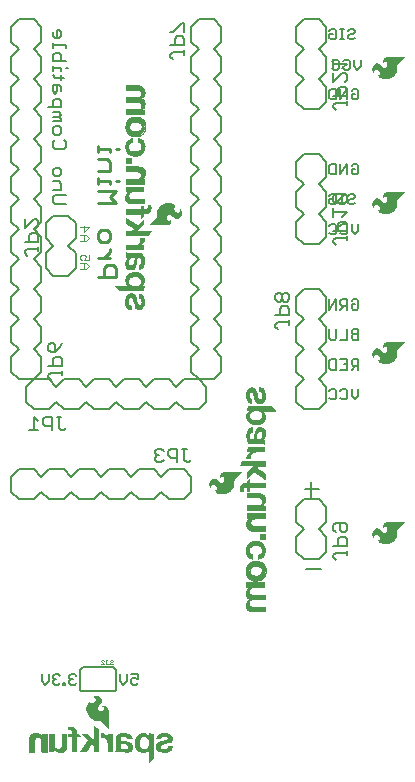
<source format=gbr>
G04 EAGLE Gerber RS-274X export*
G75*
%MOMM*%
%FSLAX34Y34*%
%LPD*%
%INSilkscreen Bottom*%
%IPPOS*%
%AMOC8*
5,1,8,0,0,1.08239X$1,22.5*%
G01*
%ADD10C,0.203200*%
%ADD11C,0.101600*%
%ADD12C,0.152400*%
%ADD13C,0.279400*%
%ADD14C,0.025400*%
%ADD15R,0.485100X0.495300*%
%ADD16C,0.127000*%

G36*
X131653Y460607D02*
X131653Y460607D01*
X131659Y460605D01*
X132490Y460675D01*
X132501Y460681D01*
X132516Y460680D01*
X133315Y460920D01*
X133325Y460928D01*
X133339Y460930D01*
X134071Y461331D01*
X134079Y461341D01*
X134092Y461346D01*
X134642Y461816D01*
X134647Y461827D01*
X134659Y461834D01*
X135104Y462404D01*
X135107Y462416D01*
X135117Y462426D01*
X135438Y463074D01*
X135439Y463086D01*
X135447Y463098D01*
X135631Y463797D01*
X135630Y463808D01*
X135635Y463819D01*
X135708Y464759D01*
X135706Y464768D01*
X135709Y464775D01*
X135708Y464777D01*
X135708Y464779D01*
X135635Y465719D01*
X135633Y465723D01*
X135634Y465729D01*
X135558Y466212D01*
X135533Y466251D01*
X135512Y466291D01*
X135508Y466292D01*
X135506Y466295D01*
X135461Y466305D01*
X135417Y466317D01*
X135413Y466315D01*
X135409Y466316D01*
X135371Y466291D01*
X135332Y466268D01*
X135331Y466263D01*
X135328Y466261D01*
X135319Y466220D01*
X135307Y466180D01*
X135323Y466022D01*
X135295Y465884D01*
X135224Y465751D01*
X134625Y464927D01*
X134559Y464859D01*
X134511Y464809D01*
X134373Y464737D01*
X133958Y464644D01*
X133530Y464644D01*
X133114Y464737D01*
X132710Y464943D01*
X132382Y465256D01*
X132017Y465862D01*
X131810Y466540D01*
X131775Y467251D01*
X131872Y467861D01*
X132070Y468447D01*
X132363Y468990D01*
X132728Y469415D01*
X133188Y469730D01*
X133713Y469916D01*
X134269Y469959D01*
X134817Y469857D01*
X135320Y469617D01*
X135755Y469247D01*
X137296Y467794D01*
X137306Y467791D01*
X137312Y467782D01*
X139070Y466595D01*
X139083Y466593D01*
X139093Y466583D01*
X139781Y466303D01*
X139796Y466304D01*
X139811Y466295D01*
X140546Y466196D01*
X140561Y466200D01*
X140578Y466195D01*
X141315Y466282D01*
X141328Y466290D01*
X141346Y466290D01*
X142038Y466557D01*
X142049Y466568D01*
X142066Y466572D01*
X142669Y467003D01*
X142676Y467014D01*
X142688Y467019D01*
X142866Y467208D01*
X142867Y467208D01*
X143105Y467461D01*
X143106Y467461D01*
X143344Y467713D01*
X143346Y467715D01*
X143349Y467723D01*
X143357Y467728D01*
X143917Y468505D01*
X143920Y468515D01*
X143928Y468523D01*
X144316Y469303D01*
X144317Y469315D01*
X144325Y469326D01*
X144556Y470166D01*
X144555Y470178D01*
X144561Y470190D01*
X144627Y471058D01*
X144623Y471069D01*
X144627Y471080D01*
X144541Y471980D01*
X144537Y471989D01*
X144538Y471999D01*
X144318Y472877D01*
X144312Y472885D01*
X144311Y472897D01*
X144210Y473125D01*
X144058Y473481D01*
X144058Y473482D01*
X143837Y473986D01*
X143826Y473996D01*
X143821Y474013D01*
X143483Y474448D01*
X143476Y474451D01*
X143472Y474459D01*
X143447Y474484D01*
X143447Y474485D01*
X143446Y474487D01*
X143354Y474522D01*
X143265Y474481D01*
X143232Y474396D01*
X143232Y473793D01*
X143175Y473282D01*
X143036Y472792D01*
X142781Y472311D01*
X142777Y472308D01*
X142411Y471916D01*
X141951Y471630D01*
X141432Y471473D01*
X141129Y471461D01*
X140829Y471520D01*
X140335Y471726D01*
X139877Y472009D01*
X139467Y472360D01*
X139113Y472772D01*
X138462Y473674D01*
X138213Y474162D01*
X138115Y474692D01*
X138173Y475230D01*
X138238Y475404D01*
X138487Y475765D01*
X138826Y476039D01*
X138929Y476083D01*
X139049Y476099D01*
X139929Y476099D01*
X139970Y476116D01*
X140012Y476130D01*
X140015Y476135D01*
X140020Y476137D01*
X140036Y476178D01*
X140055Y476218D01*
X140053Y476224D01*
X140055Y476229D01*
X140043Y476256D01*
X140027Y476305D01*
X139106Y477431D01*
X139094Y477437D01*
X139087Y477449D01*
X137950Y478356D01*
X137939Y478359D01*
X137931Y478368D01*
X136997Y478870D01*
X136987Y478871D01*
X136979Y478877D01*
X135982Y479235D01*
X135972Y479235D01*
X135963Y479240D01*
X134924Y479447D01*
X134913Y479445D01*
X134903Y479449D01*
X132975Y479510D01*
X132964Y479505D01*
X132952Y479508D01*
X131045Y479220D01*
X131035Y479214D01*
X131023Y479214D01*
X129199Y478586D01*
X129190Y478579D01*
X129178Y478577D01*
X127497Y477630D01*
X127491Y477622D01*
X127480Y477619D01*
X126373Y476734D01*
X126370Y476729D01*
X126365Y476726D01*
X126364Y476724D01*
X126360Y476722D01*
X126007Y476348D01*
X125531Y475843D01*
X125388Y475691D01*
X125385Y475683D01*
X125377Y475677D01*
X124560Y474520D01*
X124558Y474510D01*
X124550Y474502D01*
X123950Y473272D01*
X123949Y473261D01*
X123941Y473251D01*
X123573Y471932D01*
X123575Y471921D01*
X123569Y471910D01*
X123445Y470546D01*
X123447Y470541D01*
X123445Y470535D01*
X123445Y468260D01*
X123380Y467892D01*
X123253Y467541D01*
X122664Y466551D01*
X121882Y465697D01*
X116400Y460825D01*
X116398Y460821D01*
X116393Y460819D01*
X116377Y460777D01*
X116358Y460736D01*
X116360Y460732D01*
X116358Y460727D01*
X116377Y460686D01*
X116392Y460644D01*
X116397Y460642D01*
X116399Y460638D01*
X116472Y460609D01*
X116483Y460605D01*
X116484Y460605D01*
X131648Y460605D01*
X131653Y460607D01*
G37*
G36*
X179456Y232965D02*
X179456Y232965D01*
X179468Y232962D01*
X181375Y233250D01*
X181385Y233256D01*
X181397Y233256D01*
X183221Y233884D01*
X183230Y233891D01*
X183242Y233893D01*
X184923Y234840D01*
X184929Y234848D01*
X184940Y234851D01*
X186047Y235736D01*
X186051Y235744D01*
X186060Y235748D01*
X186087Y235776D01*
X186563Y236281D01*
X187032Y236779D01*
X187034Y236785D01*
X187036Y236786D01*
X187038Y236789D01*
X187043Y236793D01*
X187860Y237950D01*
X187862Y237960D01*
X187870Y237968D01*
X188470Y239198D01*
X188471Y239209D01*
X188479Y239219D01*
X188847Y240538D01*
X188845Y240549D01*
X188851Y240560D01*
X188975Y241924D01*
X188974Y241927D01*
X188974Y241928D01*
X188973Y241930D01*
X188975Y241935D01*
X188975Y244210D01*
X189040Y244578D01*
X189167Y244929D01*
X189756Y245919D01*
X190538Y246773D01*
X196020Y251645D01*
X196022Y251649D01*
X196027Y251651D01*
X196043Y251693D01*
X196062Y251734D01*
X196060Y251738D01*
X196062Y251743D01*
X196043Y251784D01*
X196028Y251826D01*
X196023Y251828D01*
X196021Y251832D01*
X195948Y251861D01*
X195937Y251865D01*
X195936Y251865D01*
X180772Y251865D01*
X180767Y251863D01*
X180761Y251865D01*
X179930Y251795D01*
X179919Y251789D01*
X179904Y251790D01*
X179105Y251550D01*
X179095Y251542D01*
X179081Y251540D01*
X178349Y251139D01*
X178341Y251129D01*
X178328Y251124D01*
X177778Y250654D01*
X177773Y250643D01*
X177761Y250636D01*
X177316Y250066D01*
X177313Y250054D01*
X177303Y250044D01*
X176982Y249396D01*
X176981Y249384D01*
X176973Y249372D01*
X176789Y248673D01*
X176791Y248662D01*
X176785Y248651D01*
X176712Y247711D01*
X176715Y247702D01*
X176712Y247691D01*
X176785Y246751D01*
X176787Y246747D01*
X176786Y246741D01*
X176862Y246258D01*
X176887Y246219D01*
X176908Y246179D01*
X176912Y246178D01*
X176914Y246175D01*
X176959Y246165D01*
X177003Y246153D01*
X177007Y246155D01*
X177011Y246154D01*
X177049Y246179D01*
X177088Y246203D01*
X177089Y246207D01*
X177093Y246209D01*
X177101Y246250D01*
X177113Y246290D01*
X177097Y246448D01*
X177125Y246586D01*
X177196Y246719D01*
X177795Y247543D01*
X177893Y247644D01*
X177909Y247661D01*
X178047Y247733D01*
X178462Y247826D01*
X178890Y247826D01*
X179306Y247733D01*
X179710Y247527D01*
X180038Y247214D01*
X180403Y246608D01*
X180610Y245930D01*
X180645Y245219D01*
X180548Y244609D01*
X180350Y244023D01*
X180057Y243480D01*
X179692Y243055D01*
X179232Y242740D01*
X178707Y242554D01*
X178151Y242511D01*
X177603Y242613D01*
X177100Y242853D01*
X176665Y243223D01*
X175124Y244676D01*
X175114Y244679D01*
X175108Y244688D01*
X173350Y245875D01*
X173337Y245877D01*
X173327Y245887D01*
X172639Y246167D01*
X172624Y246166D01*
X172609Y246175D01*
X171874Y246274D01*
X171859Y246270D01*
X171842Y246275D01*
X171105Y246188D01*
X171092Y246180D01*
X171074Y246180D01*
X170382Y245913D01*
X170371Y245902D01*
X170354Y245898D01*
X169751Y245467D01*
X169744Y245457D01*
X169732Y245451D01*
X169584Y245295D01*
X169584Y245294D01*
X169345Y245042D01*
X169107Y244790D01*
X169106Y244790D01*
X169074Y244755D01*
X169071Y244747D01*
X169063Y244742D01*
X168503Y243965D01*
X168500Y243955D01*
X168492Y243947D01*
X168104Y243167D01*
X168103Y243155D01*
X168095Y243144D01*
X167864Y242304D01*
X167865Y242292D01*
X167859Y242280D01*
X167793Y241412D01*
X167797Y241402D01*
X167793Y241390D01*
X167879Y240490D01*
X167883Y240481D01*
X167882Y240471D01*
X168102Y239593D01*
X168108Y239585D01*
X168109Y239573D01*
X168210Y239345D01*
X168362Y238989D01*
X168362Y238988D01*
X168583Y238484D01*
X168594Y238474D01*
X168599Y238457D01*
X168937Y238022D01*
X168944Y238019D01*
X168948Y238011D01*
X168973Y237986D01*
X168974Y237983D01*
X169066Y237948D01*
X169155Y237989D01*
X169188Y238074D01*
X169188Y238677D01*
X169246Y239188D01*
X169384Y239678D01*
X169639Y240159D01*
X170009Y240554D01*
X170469Y240840D01*
X170988Y240997D01*
X171291Y241009D01*
X171591Y240950D01*
X172085Y240744D01*
X172543Y240461D01*
X172953Y240110D01*
X173307Y239698D01*
X173958Y238796D01*
X174207Y238308D01*
X174305Y237779D01*
X174247Y237240D01*
X174182Y237066D01*
X173933Y236705D01*
X173594Y236431D01*
X173492Y236387D01*
X173371Y236371D01*
X172491Y236371D01*
X172450Y236354D01*
X172408Y236340D01*
X172406Y236335D01*
X172400Y236333D01*
X172384Y236292D01*
X172365Y236252D01*
X172367Y236246D01*
X172365Y236241D01*
X172377Y236214D01*
X172393Y236165D01*
X173314Y235039D01*
X173326Y235033D01*
X173333Y235021D01*
X174470Y234114D01*
X174481Y234111D01*
X174489Y234102D01*
X175423Y233600D01*
X175433Y233599D01*
X175441Y233593D01*
X176439Y233235D01*
X176448Y233235D01*
X176457Y233230D01*
X177496Y233023D01*
X177507Y233025D01*
X177517Y233021D01*
X179445Y232961D01*
X179456Y232965D01*
G37*
G36*
X317505Y584475D02*
X317505Y584475D01*
X317517Y584472D01*
X319424Y584760D01*
X319434Y584766D01*
X319446Y584766D01*
X321270Y585394D01*
X321279Y585401D01*
X321291Y585403D01*
X322972Y586350D01*
X322978Y586358D01*
X322989Y586361D01*
X324096Y587246D01*
X324100Y587254D01*
X324109Y587258D01*
X324136Y587286D01*
X324612Y587791D01*
X325081Y588289D01*
X325083Y588295D01*
X325086Y588296D01*
X325087Y588299D01*
X325092Y588303D01*
X325909Y589460D01*
X325911Y589470D01*
X325919Y589478D01*
X326519Y590708D01*
X326520Y590719D01*
X326528Y590729D01*
X326896Y592048D01*
X326894Y592059D01*
X326900Y592070D01*
X327024Y593434D01*
X327023Y593437D01*
X327023Y593438D01*
X327022Y593440D01*
X327024Y593445D01*
X327024Y595720D01*
X327089Y596088D01*
X327216Y596439D01*
X327805Y597429D01*
X328587Y598283D01*
X334069Y603155D01*
X334071Y603159D01*
X334076Y603161D01*
X334092Y603203D01*
X334111Y603244D01*
X334109Y603248D01*
X334111Y603253D01*
X334092Y603294D01*
X334077Y603336D01*
X334072Y603338D01*
X334070Y603342D01*
X333997Y603371D01*
X333986Y603375D01*
X333985Y603375D01*
X318821Y603375D01*
X318816Y603373D01*
X318810Y603375D01*
X317979Y603305D01*
X317968Y603299D01*
X317953Y603300D01*
X317154Y603060D01*
X317144Y603052D01*
X317130Y603050D01*
X316398Y602649D01*
X316390Y602639D01*
X316377Y602634D01*
X315827Y602164D01*
X315822Y602153D01*
X315810Y602146D01*
X315365Y601576D01*
X315362Y601564D01*
X315352Y601554D01*
X315031Y600906D01*
X315030Y600894D01*
X315022Y600882D01*
X314838Y600183D01*
X314840Y600172D01*
X314834Y600161D01*
X314761Y599221D01*
X314764Y599212D01*
X314761Y599201D01*
X314834Y598261D01*
X314836Y598257D01*
X314835Y598251D01*
X314911Y597768D01*
X314936Y597729D01*
X314957Y597689D01*
X314961Y597688D01*
X314963Y597685D01*
X315008Y597675D01*
X315052Y597663D01*
X315056Y597665D01*
X315060Y597664D01*
X315098Y597689D01*
X315137Y597713D01*
X315138Y597717D01*
X315142Y597719D01*
X315150Y597760D01*
X315162Y597800D01*
X315146Y597958D01*
X315174Y598096D01*
X315245Y598229D01*
X315844Y599053D01*
X315942Y599154D01*
X315958Y599171D01*
X316096Y599243D01*
X316511Y599336D01*
X316939Y599336D01*
X317355Y599243D01*
X317759Y599037D01*
X318087Y598724D01*
X318452Y598118D01*
X318659Y597440D01*
X318694Y596729D01*
X318597Y596119D01*
X318399Y595533D01*
X318106Y594990D01*
X317741Y594565D01*
X317281Y594250D01*
X316756Y594064D01*
X316200Y594021D01*
X315652Y594123D01*
X315149Y594363D01*
X314714Y594733D01*
X313173Y596186D01*
X313163Y596189D01*
X313157Y596198D01*
X311399Y597385D01*
X311386Y597387D01*
X311376Y597397D01*
X310688Y597677D01*
X310673Y597676D01*
X310658Y597685D01*
X309923Y597784D01*
X309908Y597780D01*
X309891Y597785D01*
X309154Y597698D01*
X309141Y597690D01*
X309123Y597690D01*
X308431Y597423D01*
X308420Y597412D01*
X308403Y597408D01*
X307800Y596977D01*
X307793Y596967D01*
X307781Y596961D01*
X307633Y596805D01*
X307633Y596804D01*
X307394Y596552D01*
X307156Y596300D01*
X307155Y596300D01*
X307123Y596265D01*
X307120Y596257D01*
X307112Y596252D01*
X306552Y595475D01*
X306549Y595465D01*
X306541Y595457D01*
X306153Y594677D01*
X306152Y594665D01*
X306144Y594654D01*
X305913Y593814D01*
X305914Y593802D01*
X305908Y593790D01*
X305842Y592922D01*
X305846Y592912D01*
X305842Y592900D01*
X305928Y592000D01*
X305932Y591991D01*
X305931Y591981D01*
X306151Y591103D01*
X306157Y591095D01*
X306158Y591083D01*
X306259Y590855D01*
X306411Y590499D01*
X306411Y590498D01*
X306632Y589994D01*
X306643Y589984D01*
X306648Y589967D01*
X306986Y589532D01*
X306993Y589529D01*
X306997Y589521D01*
X307022Y589496D01*
X307023Y589493D01*
X307115Y589458D01*
X307204Y589499D01*
X307237Y589584D01*
X307237Y590187D01*
X307295Y590698D01*
X307433Y591188D01*
X307688Y591669D01*
X308058Y592064D01*
X308518Y592350D01*
X309037Y592507D01*
X309340Y592519D01*
X309640Y592460D01*
X310134Y592254D01*
X310592Y591971D01*
X311002Y591620D01*
X311356Y591208D01*
X312007Y590306D01*
X312256Y589818D01*
X312354Y589289D01*
X312296Y588750D01*
X312231Y588576D01*
X311983Y588215D01*
X311643Y587941D01*
X311541Y587897D01*
X311420Y587881D01*
X310540Y587881D01*
X310499Y587864D01*
X310457Y587850D01*
X310455Y587845D01*
X310449Y587843D01*
X310433Y587802D01*
X310414Y587762D01*
X310416Y587756D01*
X310414Y587751D01*
X310426Y587724D01*
X310442Y587675D01*
X311363Y586549D01*
X311375Y586543D01*
X311382Y586531D01*
X312519Y585624D01*
X312530Y585621D01*
X312538Y585612D01*
X313472Y585110D01*
X313482Y585109D01*
X313490Y585103D01*
X314488Y584745D01*
X314497Y584745D01*
X314506Y584740D01*
X315545Y584533D01*
X315556Y584535D01*
X315566Y584531D01*
X317494Y584471D01*
X317505Y584475D01*
G37*
G36*
X317505Y470175D02*
X317505Y470175D01*
X317517Y470172D01*
X319424Y470460D01*
X319434Y470466D01*
X319446Y470466D01*
X321270Y471094D01*
X321279Y471101D01*
X321291Y471103D01*
X322972Y472050D01*
X322978Y472058D01*
X322989Y472061D01*
X324096Y472946D01*
X324100Y472954D01*
X324109Y472958D01*
X324136Y472986D01*
X324612Y473491D01*
X325081Y473989D01*
X325083Y473995D01*
X325086Y473996D01*
X325087Y473999D01*
X325092Y474003D01*
X325909Y475160D01*
X325911Y475170D01*
X325919Y475178D01*
X326519Y476408D01*
X326520Y476419D01*
X326528Y476429D01*
X326896Y477748D01*
X326894Y477759D01*
X326900Y477770D01*
X327024Y479134D01*
X327023Y479137D01*
X327023Y479138D01*
X327022Y479140D01*
X327024Y479145D01*
X327024Y481420D01*
X327089Y481788D01*
X327216Y482139D01*
X327805Y483129D01*
X328587Y483983D01*
X334069Y488855D01*
X334071Y488859D01*
X334076Y488861D01*
X334092Y488903D01*
X334111Y488944D01*
X334109Y488948D01*
X334111Y488953D01*
X334092Y488994D01*
X334077Y489036D01*
X334072Y489038D01*
X334070Y489042D01*
X333997Y489071D01*
X333986Y489075D01*
X333985Y489075D01*
X318821Y489075D01*
X318816Y489073D01*
X318810Y489075D01*
X317979Y489005D01*
X317968Y488999D01*
X317953Y489000D01*
X317154Y488760D01*
X317144Y488752D01*
X317130Y488750D01*
X316398Y488349D01*
X316390Y488339D01*
X316377Y488334D01*
X315827Y487864D01*
X315822Y487853D01*
X315810Y487846D01*
X315365Y487276D01*
X315362Y487264D01*
X315352Y487254D01*
X315031Y486606D01*
X315030Y486594D01*
X315022Y486582D01*
X314838Y485883D01*
X314840Y485872D01*
X314834Y485861D01*
X314761Y484921D01*
X314764Y484912D01*
X314761Y484901D01*
X314834Y483961D01*
X314836Y483957D01*
X314835Y483951D01*
X314911Y483468D01*
X314936Y483429D01*
X314957Y483389D01*
X314961Y483388D01*
X314963Y483385D01*
X315008Y483375D01*
X315052Y483363D01*
X315056Y483365D01*
X315060Y483364D01*
X315098Y483389D01*
X315137Y483413D01*
X315138Y483417D01*
X315142Y483419D01*
X315150Y483460D01*
X315162Y483500D01*
X315146Y483658D01*
X315174Y483796D01*
X315245Y483929D01*
X315844Y484753D01*
X315942Y484854D01*
X315958Y484871D01*
X316096Y484943D01*
X316511Y485036D01*
X316939Y485036D01*
X317355Y484943D01*
X317759Y484737D01*
X318087Y484424D01*
X318452Y483818D01*
X318659Y483140D01*
X318694Y482429D01*
X318597Y481819D01*
X318399Y481233D01*
X318106Y480690D01*
X317741Y480265D01*
X317281Y479950D01*
X316756Y479764D01*
X316200Y479721D01*
X315652Y479823D01*
X315149Y480063D01*
X314714Y480433D01*
X313173Y481886D01*
X313163Y481889D01*
X313157Y481898D01*
X311399Y483085D01*
X311386Y483087D01*
X311376Y483097D01*
X310688Y483377D01*
X310673Y483376D01*
X310658Y483385D01*
X309923Y483484D01*
X309908Y483480D01*
X309891Y483485D01*
X309154Y483398D01*
X309141Y483390D01*
X309123Y483390D01*
X308431Y483123D01*
X308420Y483112D01*
X308403Y483108D01*
X307800Y482677D01*
X307793Y482667D01*
X307781Y482661D01*
X307633Y482505D01*
X307633Y482504D01*
X307394Y482252D01*
X307156Y482000D01*
X307155Y482000D01*
X307123Y481965D01*
X307120Y481957D01*
X307112Y481952D01*
X306552Y481175D01*
X306549Y481165D01*
X306541Y481157D01*
X306153Y480377D01*
X306152Y480365D01*
X306144Y480354D01*
X305913Y479514D01*
X305914Y479502D01*
X305908Y479490D01*
X305842Y478622D01*
X305846Y478612D01*
X305842Y478600D01*
X305928Y477700D01*
X305932Y477691D01*
X305931Y477681D01*
X306151Y476803D01*
X306157Y476795D01*
X306158Y476783D01*
X306259Y476555D01*
X306411Y476199D01*
X306411Y476198D01*
X306632Y475694D01*
X306643Y475684D01*
X306648Y475667D01*
X306986Y475232D01*
X306993Y475229D01*
X306997Y475221D01*
X307022Y475196D01*
X307023Y475193D01*
X307115Y475158D01*
X307204Y475199D01*
X307237Y475284D01*
X307237Y475887D01*
X307295Y476398D01*
X307433Y476888D01*
X307688Y477369D01*
X308058Y477764D01*
X308518Y478050D01*
X309037Y478207D01*
X309340Y478219D01*
X309640Y478160D01*
X310134Y477954D01*
X310592Y477671D01*
X311002Y477320D01*
X311356Y476908D01*
X312007Y476006D01*
X312256Y475518D01*
X312354Y474989D01*
X312296Y474450D01*
X312231Y474276D01*
X311983Y473915D01*
X311643Y473641D01*
X311541Y473597D01*
X311420Y473581D01*
X310540Y473581D01*
X310499Y473564D01*
X310457Y473550D01*
X310455Y473545D01*
X310449Y473543D01*
X310433Y473502D01*
X310414Y473462D01*
X310416Y473456D01*
X310414Y473451D01*
X310426Y473424D01*
X310442Y473375D01*
X311363Y472249D01*
X311375Y472243D01*
X311382Y472231D01*
X312519Y471324D01*
X312530Y471321D01*
X312538Y471312D01*
X313472Y470810D01*
X313482Y470809D01*
X313490Y470803D01*
X314488Y470445D01*
X314497Y470445D01*
X314506Y470440D01*
X315545Y470233D01*
X315556Y470235D01*
X315566Y470231D01*
X317494Y470171D01*
X317505Y470175D01*
G37*
G36*
X317505Y190775D02*
X317505Y190775D01*
X317517Y190772D01*
X319424Y191060D01*
X319434Y191066D01*
X319446Y191066D01*
X321270Y191694D01*
X321279Y191701D01*
X321291Y191703D01*
X322972Y192650D01*
X322978Y192658D01*
X322989Y192661D01*
X324096Y193546D01*
X324100Y193554D01*
X324109Y193558D01*
X324136Y193586D01*
X324612Y194091D01*
X325081Y194589D01*
X325083Y194595D01*
X325086Y194596D01*
X325087Y194599D01*
X325092Y194603D01*
X325909Y195760D01*
X325911Y195770D01*
X325919Y195778D01*
X326519Y197008D01*
X326520Y197019D01*
X326528Y197029D01*
X326896Y198348D01*
X326894Y198359D01*
X326900Y198370D01*
X327024Y199734D01*
X327023Y199737D01*
X327023Y199738D01*
X327022Y199740D01*
X327024Y199745D01*
X327024Y202020D01*
X327089Y202388D01*
X327216Y202739D01*
X327805Y203729D01*
X328587Y204583D01*
X334069Y209455D01*
X334071Y209459D01*
X334076Y209461D01*
X334092Y209503D01*
X334111Y209544D01*
X334109Y209548D01*
X334111Y209553D01*
X334092Y209594D01*
X334077Y209636D01*
X334072Y209638D01*
X334070Y209642D01*
X333997Y209671D01*
X333986Y209675D01*
X333985Y209675D01*
X318821Y209675D01*
X318816Y209673D01*
X318810Y209675D01*
X317979Y209605D01*
X317968Y209599D01*
X317953Y209600D01*
X317154Y209360D01*
X317144Y209352D01*
X317130Y209350D01*
X316398Y208949D01*
X316390Y208939D01*
X316377Y208934D01*
X315827Y208464D01*
X315822Y208453D01*
X315810Y208446D01*
X315365Y207876D01*
X315362Y207864D01*
X315352Y207854D01*
X315031Y207206D01*
X315030Y207194D01*
X315022Y207182D01*
X314838Y206483D01*
X314840Y206472D01*
X314834Y206461D01*
X314761Y205521D01*
X314764Y205512D01*
X314761Y205501D01*
X314834Y204561D01*
X314836Y204557D01*
X314835Y204551D01*
X314911Y204068D01*
X314936Y204029D01*
X314957Y203989D01*
X314961Y203988D01*
X314963Y203985D01*
X315008Y203975D01*
X315052Y203963D01*
X315056Y203965D01*
X315060Y203964D01*
X315098Y203989D01*
X315137Y204013D01*
X315138Y204017D01*
X315142Y204019D01*
X315150Y204060D01*
X315162Y204100D01*
X315146Y204258D01*
X315174Y204396D01*
X315245Y204529D01*
X315844Y205353D01*
X315942Y205454D01*
X315958Y205471D01*
X316096Y205543D01*
X316511Y205636D01*
X316939Y205636D01*
X317355Y205543D01*
X317759Y205337D01*
X318087Y205024D01*
X318452Y204418D01*
X318659Y203740D01*
X318694Y203029D01*
X318597Y202419D01*
X318399Y201833D01*
X318106Y201290D01*
X317741Y200865D01*
X317281Y200550D01*
X316756Y200364D01*
X316200Y200321D01*
X315652Y200423D01*
X315149Y200663D01*
X314714Y201033D01*
X313173Y202486D01*
X313163Y202489D01*
X313157Y202498D01*
X311399Y203685D01*
X311386Y203687D01*
X311376Y203697D01*
X310688Y203977D01*
X310673Y203976D01*
X310658Y203985D01*
X309923Y204084D01*
X309908Y204080D01*
X309891Y204085D01*
X309154Y203998D01*
X309141Y203990D01*
X309123Y203990D01*
X308431Y203723D01*
X308420Y203712D01*
X308403Y203708D01*
X307800Y203277D01*
X307793Y203267D01*
X307781Y203261D01*
X307633Y203105D01*
X307633Y203104D01*
X307394Y202852D01*
X307156Y202600D01*
X307155Y202600D01*
X307123Y202565D01*
X307120Y202557D01*
X307112Y202552D01*
X306552Y201775D01*
X306549Y201765D01*
X306541Y201757D01*
X306153Y200977D01*
X306152Y200965D01*
X306144Y200954D01*
X305913Y200114D01*
X305914Y200102D01*
X305908Y200090D01*
X305842Y199222D01*
X305846Y199212D01*
X305842Y199200D01*
X305928Y198300D01*
X305932Y198291D01*
X305931Y198281D01*
X306151Y197403D01*
X306157Y197395D01*
X306158Y197383D01*
X306259Y197155D01*
X306411Y196799D01*
X306411Y196798D01*
X306632Y196294D01*
X306643Y196284D01*
X306648Y196267D01*
X306986Y195832D01*
X306993Y195829D01*
X306997Y195821D01*
X307022Y195796D01*
X307023Y195793D01*
X307115Y195758D01*
X307204Y195799D01*
X307237Y195884D01*
X307237Y196487D01*
X307295Y196998D01*
X307433Y197488D01*
X307688Y197969D01*
X308058Y198364D01*
X308518Y198650D01*
X309037Y198807D01*
X309340Y198819D01*
X309640Y198760D01*
X310134Y198554D01*
X310592Y198271D01*
X311002Y197920D01*
X311356Y197508D01*
X312007Y196606D01*
X312256Y196118D01*
X312354Y195589D01*
X312296Y195050D01*
X312231Y194876D01*
X311983Y194515D01*
X311643Y194241D01*
X311541Y194197D01*
X311420Y194181D01*
X310540Y194181D01*
X310499Y194164D01*
X310457Y194150D01*
X310455Y194145D01*
X310449Y194143D01*
X310433Y194102D01*
X310414Y194062D01*
X310416Y194056D01*
X310414Y194051D01*
X310426Y194024D01*
X310442Y193975D01*
X311363Y192849D01*
X311375Y192843D01*
X311382Y192831D01*
X312519Y191924D01*
X312530Y191921D01*
X312538Y191912D01*
X313472Y191410D01*
X313482Y191409D01*
X313490Y191403D01*
X314488Y191045D01*
X314497Y191045D01*
X314506Y191040D01*
X315545Y190833D01*
X315556Y190835D01*
X315566Y190831D01*
X317494Y190771D01*
X317505Y190775D01*
G37*
G36*
X317505Y343175D02*
X317505Y343175D01*
X317517Y343172D01*
X319424Y343460D01*
X319434Y343466D01*
X319446Y343466D01*
X321270Y344094D01*
X321279Y344101D01*
X321291Y344103D01*
X322972Y345050D01*
X322978Y345058D01*
X322989Y345061D01*
X324096Y345946D01*
X324100Y345954D01*
X324109Y345958D01*
X324136Y345986D01*
X324612Y346491D01*
X325081Y346989D01*
X325083Y346995D01*
X325086Y346996D01*
X325087Y346999D01*
X325092Y347003D01*
X325909Y348160D01*
X325911Y348170D01*
X325919Y348178D01*
X326519Y349408D01*
X326520Y349419D01*
X326528Y349429D01*
X326896Y350748D01*
X326894Y350759D01*
X326900Y350770D01*
X327024Y352134D01*
X327023Y352137D01*
X327023Y352138D01*
X327022Y352140D01*
X327024Y352145D01*
X327024Y354420D01*
X327089Y354788D01*
X327216Y355139D01*
X327805Y356129D01*
X328587Y356983D01*
X334069Y361855D01*
X334071Y361859D01*
X334076Y361861D01*
X334092Y361903D01*
X334111Y361944D01*
X334109Y361948D01*
X334111Y361953D01*
X334092Y361994D01*
X334077Y362036D01*
X334072Y362038D01*
X334070Y362042D01*
X333997Y362071D01*
X333986Y362075D01*
X333985Y362075D01*
X318821Y362075D01*
X318816Y362073D01*
X318810Y362075D01*
X317979Y362005D01*
X317968Y361999D01*
X317953Y362000D01*
X317154Y361760D01*
X317144Y361752D01*
X317130Y361750D01*
X316398Y361349D01*
X316390Y361339D01*
X316377Y361334D01*
X315827Y360864D01*
X315822Y360853D01*
X315810Y360846D01*
X315365Y360276D01*
X315362Y360264D01*
X315352Y360254D01*
X315031Y359606D01*
X315030Y359594D01*
X315022Y359582D01*
X314838Y358883D01*
X314840Y358872D01*
X314834Y358861D01*
X314761Y357921D01*
X314764Y357912D01*
X314761Y357901D01*
X314834Y356961D01*
X314836Y356957D01*
X314835Y356951D01*
X314911Y356468D01*
X314936Y356429D01*
X314957Y356389D01*
X314961Y356388D01*
X314963Y356385D01*
X315008Y356375D01*
X315052Y356363D01*
X315056Y356365D01*
X315060Y356364D01*
X315098Y356389D01*
X315137Y356413D01*
X315138Y356417D01*
X315142Y356419D01*
X315150Y356460D01*
X315162Y356500D01*
X315146Y356658D01*
X315174Y356796D01*
X315245Y356929D01*
X315844Y357753D01*
X315942Y357854D01*
X315958Y357871D01*
X316096Y357943D01*
X316511Y358036D01*
X316939Y358036D01*
X317355Y357943D01*
X317759Y357737D01*
X318087Y357424D01*
X318452Y356818D01*
X318659Y356140D01*
X318694Y355429D01*
X318597Y354819D01*
X318399Y354233D01*
X318106Y353690D01*
X317741Y353265D01*
X317281Y352950D01*
X316756Y352764D01*
X316200Y352721D01*
X315652Y352823D01*
X315149Y353063D01*
X314714Y353433D01*
X313173Y354886D01*
X313163Y354889D01*
X313157Y354898D01*
X311399Y356085D01*
X311386Y356087D01*
X311376Y356097D01*
X310688Y356377D01*
X310673Y356376D01*
X310658Y356385D01*
X309923Y356484D01*
X309908Y356480D01*
X309891Y356485D01*
X309154Y356398D01*
X309141Y356390D01*
X309123Y356390D01*
X308431Y356123D01*
X308420Y356112D01*
X308403Y356108D01*
X307800Y355677D01*
X307793Y355667D01*
X307781Y355661D01*
X307633Y355505D01*
X307633Y355504D01*
X307394Y355252D01*
X307156Y355000D01*
X307155Y355000D01*
X307123Y354965D01*
X307120Y354957D01*
X307112Y354952D01*
X306552Y354175D01*
X306549Y354165D01*
X306541Y354157D01*
X306153Y353377D01*
X306152Y353365D01*
X306144Y353354D01*
X305913Y352514D01*
X305914Y352502D01*
X305908Y352490D01*
X305842Y351622D01*
X305846Y351612D01*
X305842Y351600D01*
X305928Y350700D01*
X305932Y350691D01*
X305931Y350681D01*
X306151Y349803D01*
X306157Y349795D01*
X306158Y349783D01*
X306259Y349555D01*
X306411Y349199D01*
X306411Y349198D01*
X306632Y348694D01*
X306643Y348684D01*
X306648Y348667D01*
X306986Y348232D01*
X306993Y348229D01*
X306997Y348221D01*
X307022Y348196D01*
X307023Y348193D01*
X307115Y348158D01*
X307204Y348199D01*
X307237Y348284D01*
X307237Y348887D01*
X307295Y349398D01*
X307433Y349888D01*
X307688Y350369D01*
X308058Y350764D01*
X308518Y351050D01*
X309037Y351207D01*
X309340Y351219D01*
X309640Y351160D01*
X310134Y350954D01*
X310592Y350671D01*
X311002Y350320D01*
X311356Y349908D01*
X312007Y349006D01*
X312256Y348518D01*
X312354Y347989D01*
X312296Y347450D01*
X312231Y347276D01*
X311983Y346915D01*
X311643Y346641D01*
X311541Y346597D01*
X311420Y346581D01*
X310540Y346581D01*
X310499Y346564D01*
X310457Y346550D01*
X310455Y346545D01*
X310449Y346543D01*
X310433Y346502D01*
X310414Y346462D01*
X310416Y346456D01*
X310414Y346451D01*
X310426Y346424D01*
X310442Y346375D01*
X311363Y345249D01*
X311375Y345243D01*
X311382Y345231D01*
X312519Y344324D01*
X312530Y344321D01*
X312538Y344312D01*
X313472Y343810D01*
X313482Y343809D01*
X313490Y343803D01*
X314488Y343445D01*
X314497Y343445D01*
X314506Y343440D01*
X315545Y343233D01*
X315556Y343235D01*
X315566Y343231D01*
X317494Y343171D01*
X317505Y343175D01*
G37*
G36*
X82594Y34208D02*
X82594Y34208D01*
X82636Y34223D01*
X82638Y34228D01*
X82642Y34230D01*
X82671Y34303D01*
X82675Y34314D01*
X82675Y34315D01*
X82675Y49479D01*
X82673Y49484D01*
X82675Y49490D01*
X82605Y50321D01*
X82599Y50332D01*
X82600Y50347D01*
X82360Y51146D01*
X82352Y51156D01*
X82350Y51170D01*
X81949Y51902D01*
X81939Y51910D01*
X81934Y51923D01*
X81464Y52473D01*
X81453Y52478D01*
X81446Y52490D01*
X80876Y52935D01*
X80864Y52938D01*
X80854Y52948D01*
X80206Y53269D01*
X80194Y53270D01*
X80182Y53278D01*
X79483Y53462D01*
X79472Y53461D01*
X79461Y53466D01*
X78521Y53539D01*
X78512Y53536D01*
X78501Y53539D01*
X77561Y53466D01*
X77557Y53464D01*
X77551Y53465D01*
X77068Y53389D01*
X77029Y53364D01*
X76989Y53343D01*
X76988Y53339D01*
X76985Y53337D01*
X76975Y53292D01*
X76963Y53248D01*
X76965Y53244D01*
X76964Y53240D01*
X76989Y53202D01*
X77013Y53163D01*
X77017Y53162D01*
X77019Y53159D01*
X77060Y53150D01*
X77100Y53138D01*
X77258Y53154D01*
X77396Y53126D01*
X77529Y53055D01*
X78353Y52456D01*
X78471Y52342D01*
X78543Y52204D01*
X78636Y51789D01*
X78636Y51361D01*
X78543Y50945D01*
X78337Y50541D01*
X78024Y50213D01*
X77418Y49848D01*
X76740Y49641D01*
X76029Y49606D01*
X75419Y49703D01*
X74833Y49901D01*
X74290Y50194D01*
X73865Y50559D01*
X73550Y51019D01*
X73364Y51544D01*
X73321Y52100D01*
X73423Y52648D01*
X73663Y53151D01*
X74033Y53586D01*
X74231Y53796D01*
X74826Y54427D01*
X75421Y55058D01*
X75486Y55127D01*
X75489Y55137D01*
X75498Y55143D01*
X76685Y56901D01*
X76687Y56914D01*
X76697Y56924D01*
X76977Y57612D01*
X76976Y57627D01*
X76985Y57642D01*
X77084Y58377D01*
X77080Y58392D01*
X77085Y58409D01*
X76998Y59146D01*
X76990Y59159D01*
X76990Y59177D01*
X76723Y59869D01*
X76712Y59880D01*
X76708Y59897D01*
X76277Y60500D01*
X76267Y60507D01*
X76261Y60519D01*
X75565Y61177D01*
X75557Y61180D01*
X75552Y61188D01*
X74775Y61748D01*
X74765Y61751D01*
X74757Y61759D01*
X73977Y62147D01*
X73965Y62148D01*
X73954Y62156D01*
X73114Y62387D01*
X73102Y62386D01*
X73090Y62392D01*
X72222Y62458D01*
X72212Y62454D01*
X72200Y62458D01*
X71300Y62372D01*
X71291Y62368D01*
X71281Y62369D01*
X70403Y62149D01*
X70395Y62143D01*
X70383Y62142D01*
X70155Y62041D01*
X69799Y61889D01*
X69798Y61889D01*
X69294Y61668D01*
X69284Y61657D01*
X69267Y61652D01*
X68832Y61314D01*
X68829Y61307D01*
X68821Y61303D01*
X68796Y61278D01*
X68793Y61277D01*
X68758Y61185D01*
X68799Y61096D01*
X68884Y61063D01*
X69487Y61063D01*
X69998Y61006D01*
X70488Y60867D01*
X70969Y60612D01*
X71364Y60242D01*
X71650Y59782D01*
X71807Y59263D01*
X71819Y58960D01*
X71760Y58660D01*
X71554Y58166D01*
X71271Y57708D01*
X70920Y57298D01*
X70508Y56944D01*
X69606Y56293D01*
X69118Y56044D01*
X68589Y55946D01*
X68050Y56004D01*
X67876Y56069D01*
X67515Y56317D01*
X67241Y56657D01*
X67197Y56760D01*
X67181Y56880D01*
X67181Y57760D01*
X67164Y57801D01*
X67150Y57843D01*
X67145Y57846D01*
X67143Y57851D01*
X67102Y57867D01*
X67062Y57886D01*
X67056Y57884D01*
X67051Y57886D01*
X67024Y57874D01*
X66975Y57858D01*
X65849Y56937D01*
X65843Y56925D01*
X65831Y56918D01*
X64924Y55781D01*
X64921Y55770D01*
X64912Y55762D01*
X64410Y54828D01*
X64409Y54818D01*
X64403Y54810D01*
X64045Y53813D01*
X64045Y53803D01*
X64040Y53794D01*
X63833Y52755D01*
X63835Y52745D01*
X63834Y52743D01*
X63835Y52743D01*
X63831Y52734D01*
X63771Y50806D01*
X63775Y50795D01*
X63772Y50783D01*
X64060Y48876D01*
X64066Y48866D01*
X64066Y48854D01*
X64694Y47030D01*
X64701Y47021D01*
X64703Y47009D01*
X65650Y45328D01*
X65658Y45322D01*
X65661Y45311D01*
X66546Y44204D01*
X66553Y44201D01*
X66555Y44195D01*
X66556Y44195D01*
X66558Y44191D01*
X67589Y43219D01*
X67597Y43216D01*
X67603Y43208D01*
X68760Y42391D01*
X68770Y42389D01*
X68778Y42381D01*
X70008Y41781D01*
X70019Y41780D01*
X70029Y41772D01*
X71348Y41404D01*
X71359Y41406D01*
X71370Y41400D01*
X72734Y41276D01*
X72739Y41278D01*
X72745Y41276D01*
X75020Y41276D01*
X75388Y41211D01*
X75739Y41084D01*
X76729Y40495D01*
X77583Y39713D01*
X82455Y34231D01*
X82459Y34229D01*
X82461Y34224D01*
X82503Y34208D01*
X82544Y34189D01*
X82548Y34191D01*
X82553Y34189D01*
X82594Y34208D01*
G37*
G36*
X116461Y5133D02*
X116461Y5133D01*
X116463Y5132D01*
X116484Y5141D01*
X116544Y5164D01*
X120684Y8898D01*
X120686Y8904D01*
X120692Y8907D01*
X120716Y8967D01*
X120725Y8988D01*
X120724Y8990D01*
X120725Y8992D01*
X120725Y29566D01*
X120710Y29603D01*
X120700Y29642D01*
X120691Y29648D01*
X120687Y29657D01*
X120659Y29668D01*
X120623Y29690D01*
X116737Y30426D01*
X116722Y30423D01*
X116707Y30428D01*
X116675Y30413D01*
X116640Y30405D01*
X116632Y30392D01*
X116619Y30386D01*
X116604Y30347D01*
X116588Y30322D01*
X116591Y30311D01*
X116587Y30300D01*
X116611Y28383D01*
X116477Y28532D01*
X116476Y28533D01*
X116476Y28534D01*
X115587Y29499D01*
X115581Y29501D01*
X115577Y29508D01*
X115234Y29809D01*
X115223Y29813D01*
X115215Y29823D01*
X114821Y30056D01*
X114812Y30057D01*
X114804Y30064D01*
X113483Y30597D01*
X113472Y30597D01*
X113462Y30604D01*
X112980Y30706D01*
X112968Y30703D01*
X112956Y30708D01*
X110975Y30733D01*
X110964Y30729D01*
X110952Y30731D01*
X109867Y30548D01*
X109857Y30541D01*
X109843Y30541D01*
X108818Y30141D01*
X108811Y30133D01*
X108799Y30131D01*
X107897Y29590D01*
X107892Y29584D01*
X107883Y29581D01*
X107059Y28928D01*
X107053Y28918D01*
X107043Y28913D01*
X106251Y28023D01*
X106247Y28010D01*
X106235Y28001D01*
X105656Y26960D01*
X105654Y26948D01*
X105646Y26937D01*
X104972Y24824D01*
X104973Y24813D01*
X104967Y24802D01*
X104684Y22602D01*
X104687Y22591D01*
X104683Y22579D01*
X104801Y20364D01*
X104806Y20354D01*
X104804Y20342D01*
X105127Y18966D01*
X105134Y18957D01*
X105134Y18945D01*
X105690Y17645D01*
X105698Y17637D01*
X105700Y17626D01*
X106472Y16441D01*
X106481Y16435D01*
X106486Y16424D01*
X107143Y15717D01*
X107153Y15713D01*
X107159Y15703D01*
X107927Y15118D01*
X107938Y15116D01*
X107945Y15107D01*
X108801Y14661D01*
X108812Y14660D01*
X108821Y14652D01*
X109740Y14358D01*
X109750Y14359D01*
X109760Y14353D01*
X110972Y14164D01*
X110981Y14166D01*
X110990Y14163D01*
X112217Y14146D01*
X112225Y14149D01*
X112235Y14147D01*
X113452Y14302D01*
X113462Y14307D01*
X113474Y14307D01*
X114318Y14571D01*
X114328Y14579D01*
X114343Y14582D01*
X115112Y15019D01*
X115120Y15029D01*
X115134Y15034D01*
X115794Y15624D01*
X115800Y15636D01*
X115812Y15644D01*
X116332Y16360D01*
X116333Y16362D01*
X116333Y5258D01*
X116351Y5214D01*
X116368Y5171D01*
X116370Y5170D01*
X116371Y5167D01*
X116415Y5150D01*
X116459Y5132D01*
X116461Y5133D01*
G37*
G36*
X112153Y405070D02*
X112153Y405070D01*
X112192Y405080D01*
X112198Y405089D01*
X112207Y405093D01*
X112218Y405121D01*
X112240Y405158D01*
X112976Y409044D01*
X112973Y409058D01*
X112978Y409073D01*
X112963Y409105D01*
X112955Y409140D01*
X112942Y409148D01*
X112936Y409162D01*
X112897Y409176D01*
X112872Y409192D01*
X112861Y409189D01*
X112850Y409193D01*
X110933Y409169D01*
X111082Y409303D01*
X111083Y409304D01*
X111084Y409304D01*
X112049Y410193D01*
X112051Y410199D01*
X112058Y410203D01*
X112359Y410546D01*
X112363Y410557D01*
X112373Y410565D01*
X112606Y410959D01*
X112607Y410968D01*
X112614Y410976D01*
X113147Y412297D01*
X113147Y412308D01*
X113154Y412318D01*
X113256Y412800D01*
X113253Y412812D01*
X113258Y412824D01*
X113283Y414805D01*
X113279Y414816D01*
X113281Y414828D01*
X113098Y415913D01*
X113091Y415923D01*
X113091Y415938D01*
X112691Y416962D01*
X112683Y416969D01*
X112681Y416981D01*
X112140Y417883D01*
X112134Y417888D01*
X112131Y417897D01*
X111478Y418721D01*
X111468Y418727D01*
X111463Y418737D01*
X110573Y419529D01*
X110560Y419533D01*
X110551Y419545D01*
X109510Y420124D01*
X109498Y420126D01*
X109487Y420134D01*
X107374Y420808D01*
X107363Y420807D01*
X107352Y420813D01*
X105152Y421096D01*
X105141Y421093D01*
X105129Y421097D01*
X102914Y420979D01*
X102904Y420974D01*
X102892Y420976D01*
X101516Y420653D01*
X101507Y420647D01*
X101495Y420646D01*
X100195Y420090D01*
X100187Y420082D01*
X100176Y420080D01*
X98991Y419308D01*
X98985Y419299D01*
X98974Y419294D01*
X98267Y418637D01*
X98263Y418627D01*
X98253Y418621D01*
X97668Y417853D01*
X97666Y417842D01*
X97657Y417835D01*
X97211Y416979D01*
X97210Y416968D01*
X97202Y416959D01*
X96908Y416040D01*
X96909Y416030D01*
X96903Y416020D01*
X96714Y414808D01*
X96716Y414799D01*
X96713Y414790D01*
X96696Y413563D01*
X96699Y413555D01*
X96697Y413545D01*
X96852Y412328D01*
X96857Y412318D01*
X96857Y412306D01*
X97121Y411462D01*
X97129Y411452D01*
X97132Y411437D01*
X97569Y410668D01*
X97579Y410660D01*
X97584Y410646D01*
X98174Y409986D01*
X98186Y409980D01*
X98194Y409968D01*
X98910Y409448D01*
X98912Y409447D01*
X87808Y409447D01*
X87764Y409429D01*
X87721Y409412D01*
X87720Y409410D01*
X87717Y409409D01*
X87700Y409365D01*
X87682Y409321D01*
X87683Y409319D01*
X87682Y409317D01*
X87691Y409296D01*
X87714Y409236D01*
X91448Y405096D01*
X91454Y405094D01*
X91457Y405088D01*
X91517Y405064D01*
X91538Y405055D01*
X91540Y405056D01*
X91542Y405055D01*
X112116Y405055D01*
X112153Y405070D01*
G37*
G36*
X209506Y291491D02*
X209506Y291491D01*
X209516Y291496D01*
X209528Y291494D01*
X210904Y291817D01*
X210913Y291824D01*
X210925Y291824D01*
X212225Y292380D01*
X212233Y292388D01*
X212244Y292390D01*
X213429Y293162D01*
X213435Y293171D01*
X213446Y293176D01*
X214153Y293833D01*
X214157Y293843D01*
X214167Y293849D01*
X214752Y294617D01*
X214754Y294628D01*
X214763Y294635D01*
X215209Y295491D01*
X215210Y295502D01*
X215218Y295511D01*
X215512Y296430D01*
X215511Y296440D01*
X215517Y296450D01*
X215706Y297662D01*
X215704Y297671D01*
X215707Y297680D01*
X215724Y298907D01*
X215721Y298915D01*
X215723Y298925D01*
X215568Y300142D01*
X215563Y300152D01*
X215563Y300164D01*
X215299Y301008D01*
X215291Y301018D01*
X215288Y301033D01*
X214851Y301802D01*
X214841Y301810D01*
X214836Y301824D01*
X214246Y302484D01*
X214234Y302490D01*
X214226Y302502D01*
X213510Y303022D01*
X213508Y303023D01*
X224612Y303023D01*
X224656Y303041D01*
X224700Y303058D01*
X224700Y303060D01*
X224703Y303061D01*
X224720Y303105D01*
X224738Y303149D01*
X224737Y303151D01*
X224738Y303153D01*
X224729Y303174D01*
X224706Y303234D01*
X220972Y307374D01*
X220966Y307376D01*
X220963Y307382D01*
X220903Y307406D01*
X220883Y307415D01*
X220880Y307414D01*
X220878Y307415D01*
X200304Y307415D01*
X200267Y307400D01*
X200228Y307390D01*
X200222Y307381D01*
X200213Y307377D01*
X200202Y307349D01*
X200180Y307313D01*
X199444Y303427D01*
X199447Y303412D01*
X199442Y303397D01*
X199457Y303365D01*
X199465Y303330D01*
X199478Y303322D01*
X199484Y303309D01*
X199523Y303294D01*
X199548Y303278D01*
X199559Y303281D01*
X199570Y303277D01*
X201487Y303301D01*
X201338Y303167D01*
X201337Y303166D01*
X201336Y303166D01*
X200371Y302277D01*
X200369Y302271D01*
X200362Y302267D01*
X200061Y301924D01*
X200057Y301913D01*
X200047Y301905D01*
X199814Y301511D01*
X199813Y301502D01*
X199806Y301494D01*
X199273Y300173D01*
X199273Y300162D01*
X199267Y300152D01*
X199165Y299670D01*
X199167Y299658D01*
X199162Y299646D01*
X199137Y297665D01*
X199141Y297654D01*
X199139Y297642D01*
X199322Y296557D01*
X199329Y296547D01*
X199329Y296533D01*
X199729Y295508D01*
X199737Y295501D01*
X199739Y295489D01*
X200280Y294587D01*
X200286Y294582D01*
X200289Y294573D01*
X200942Y293749D01*
X200952Y293743D01*
X200957Y293733D01*
X201847Y292941D01*
X201860Y292937D01*
X201869Y292925D01*
X202910Y292346D01*
X202922Y292344D01*
X202933Y292336D01*
X205046Y291662D01*
X205057Y291663D01*
X205068Y291657D01*
X207268Y291374D01*
X207279Y291377D01*
X207291Y291373D01*
X209506Y291491D01*
G37*
G36*
X215267Y133352D02*
X215267Y133352D01*
X215269Y133351D01*
X215312Y133371D01*
X215356Y133389D01*
X215356Y133391D01*
X215358Y133392D01*
X215391Y133477D01*
X215391Y137719D01*
X215390Y137721D01*
X215391Y137723D01*
X215371Y137766D01*
X215353Y137810D01*
X215351Y137810D01*
X215350Y137812D01*
X215265Y137845D01*
X204986Y137845D01*
X204106Y137952D01*
X203284Y138264D01*
X202901Y138525D01*
X202587Y138868D01*
X202361Y139274D01*
X202233Y139722D01*
X202165Y140626D01*
X202257Y141529D01*
X202383Y141939D01*
X202593Y142311D01*
X202879Y142629D01*
X203407Y143014D01*
X204002Y143287D01*
X204641Y143436D01*
X205744Y143511D01*
X215265Y143511D01*
X215267Y143512D01*
X215269Y143511D01*
X215312Y143531D01*
X215356Y143549D01*
X215356Y143551D01*
X215358Y143552D01*
X215391Y143637D01*
X215391Y147955D01*
X215390Y147957D01*
X215391Y147959D01*
X215371Y148002D01*
X215353Y148046D01*
X215351Y148046D01*
X215350Y148048D01*
X215265Y148081D01*
X204706Y148081D01*
X204043Y148161D01*
X203424Y148392D01*
X202877Y148762D01*
X202559Y149109D01*
X202326Y149518D01*
X202190Y149968D01*
X202159Y150445D01*
X202208Y151293D01*
X202290Y151733D01*
X202468Y152137D01*
X202734Y152492D01*
X203678Y153311D01*
X204216Y153595D01*
X204807Y153726D01*
X205429Y153696D01*
X205432Y153697D01*
X205435Y153696D01*
X215240Y153696D01*
X215242Y153697D01*
X215244Y153696D01*
X215287Y153716D01*
X215331Y153734D01*
X215331Y153736D01*
X215333Y153737D01*
X215366Y153822D01*
X215366Y158140D01*
X215365Y158142D01*
X215366Y158144D01*
X215346Y158187D01*
X215328Y158231D01*
X215326Y158231D01*
X215325Y158233D01*
X215240Y158266D01*
X199187Y158266D01*
X199185Y158265D01*
X199183Y158266D01*
X199140Y158246D01*
X199096Y158228D01*
X199096Y158226D01*
X199094Y158225D01*
X199061Y158140D01*
X199061Y154153D01*
X199062Y154151D01*
X199061Y154149D01*
X199081Y154106D01*
X199099Y154062D01*
X199101Y154062D01*
X199102Y154060D01*
X199187Y154027D01*
X201240Y154027D01*
X201233Y153996D01*
X200837Y153694D01*
X200834Y153688D01*
X200826Y153685D01*
X200039Y152923D01*
X200036Y152915D01*
X200029Y152911D01*
X199417Y152149D01*
X199413Y152135D01*
X199400Y152123D01*
X198996Y151233D01*
X198996Y151221D01*
X198988Y151210D01*
X198734Y150118D01*
X198736Y150109D01*
X198731Y150101D01*
X198604Y148729D01*
X198607Y148719D01*
X198604Y148708D01*
X198674Y147751D01*
X198679Y147741D01*
X198678Y147739D01*
X198679Y147737D01*
X198678Y147726D01*
X198939Y146803D01*
X198946Y146793D01*
X198948Y146780D01*
X199351Y145990D01*
X199360Y145982D01*
X199364Y145969D01*
X199910Y145271D01*
X199921Y145265D01*
X199927Y145253D01*
X200596Y144671D01*
X200608Y144668D01*
X200616Y144657D01*
X201274Y144277D01*
X201232Y144235D01*
X200751Y143780D01*
X200750Y143777D01*
X200747Y143776D01*
X199988Y142988D01*
X199985Y142979D01*
X199976Y142974D01*
X199338Y142085D01*
X199336Y142074D01*
X199328Y142066D01*
X198934Y141261D01*
X198934Y141249D01*
X198926Y141238D01*
X198694Y140373D01*
X198696Y140361D01*
X198690Y140349D01*
X198629Y139455D01*
X198632Y139446D01*
X198629Y139435D01*
X198736Y138156D01*
X198740Y138149D01*
X198738Y138142D01*
X198987Y136882D01*
X198993Y136873D01*
X198993Y136861D01*
X199319Y135995D01*
X199329Y135985D01*
X199332Y135970D01*
X199839Y135196D01*
X199851Y135189D01*
X199857Y135175D01*
X200521Y134529D01*
X200532Y134525D01*
X200535Y134520D01*
X200538Y134519D01*
X200542Y134513D01*
X201481Y133925D01*
X201494Y133923D01*
X201504Y133913D01*
X202543Y133527D01*
X202556Y133528D01*
X202568Y133521D01*
X203664Y133352D01*
X203673Y133355D01*
X203683Y133351D01*
X215265Y133351D01*
X215267Y133352D01*
G37*
G36*
X113235Y554205D02*
X113235Y554205D01*
X113237Y554204D01*
X113280Y554224D01*
X113324Y554242D01*
X113324Y554244D01*
X113326Y554245D01*
X113359Y554330D01*
X113359Y558317D01*
X113358Y558319D01*
X113359Y558321D01*
X113339Y558364D01*
X113321Y558408D01*
X113319Y558408D01*
X113318Y558410D01*
X113233Y558443D01*
X111180Y558443D01*
X111187Y558474D01*
X111583Y558776D01*
X111586Y558782D01*
X111594Y558785D01*
X112381Y559547D01*
X112384Y559555D01*
X112391Y559559D01*
X113003Y560321D01*
X113007Y560335D01*
X113020Y560347D01*
X113424Y561237D01*
X113424Y561249D01*
X113432Y561260D01*
X113686Y562352D01*
X113685Y562361D01*
X113689Y562369D01*
X113816Y563741D01*
X113813Y563751D01*
X113816Y563762D01*
X113747Y564719D01*
X113741Y564730D01*
X113742Y564744D01*
X113482Y565667D01*
X113474Y565677D01*
X113472Y565690D01*
X113069Y566480D01*
X113060Y566488D01*
X113056Y566501D01*
X112510Y567199D01*
X112499Y567205D01*
X112493Y567217D01*
X111824Y567799D01*
X111812Y567802D01*
X111810Y567805D01*
X111810Y567806D01*
X111809Y567806D01*
X111804Y567813D01*
X111146Y568193D01*
X111188Y568235D01*
X111669Y568690D01*
X111670Y568693D01*
X111673Y568694D01*
X112432Y569482D01*
X112435Y569491D01*
X112444Y569496D01*
X113082Y570385D01*
X113084Y570396D01*
X113092Y570404D01*
X113486Y571209D01*
X113486Y571221D01*
X113494Y571232D01*
X113726Y572097D01*
X113724Y572109D01*
X113730Y572121D01*
X113791Y573015D01*
X113790Y573018D01*
X113791Y573019D01*
X113788Y573025D01*
X113791Y573035D01*
X113684Y574314D01*
X113680Y574321D01*
X113682Y574328D01*
X113433Y575588D01*
X113427Y575597D01*
X113427Y575609D01*
X113101Y576475D01*
X113091Y576485D01*
X113088Y576500D01*
X112581Y577274D01*
X112569Y577281D01*
X112563Y577295D01*
X111899Y577941D01*
X111887Y577945D01*
X111878Y577957D01*
X110939Y578545D01*
X110926Y578547D01*
X110916Y578557D01*
X109877Y578943D01*
X109864Y578942D01*
X109852Y578949D01*
X108756Y579118D01*
X108747Y579115D01*
X108737Y579119D01*
X97155Y579119D01*
X97153Y579118D01*
X97151Y579119D01*
X97108Y579099D01*
X97064Y579081D01*
X97064Y579079D01*
X97062Y579078D01*
X97029Y578993D01*
X97029Y574751D01*
X97030Y574749D01*
X97029Y574747D01*
X97049Y574704D01*
X97067Y574660D01*
X97069Y574660D01*
X97070Y574658D01*
X97155Y574625D01*
X107434Y574625D01*
X108314Y574518D01*
X109136Y574206D01*
X109520Y573945D01*
X109833Y573602D01*
X110059Y573196D01*
X110187Y572748D01*
X110255Y571844D01*
X110163Y570941D01*
X110037Y570532D01*
X109827Y570159D01*
X109541Y569841D01*
X109013Y569456D01*
X108418Y569183D01*
X107779Y569034D01*
X106676Y568959D01*
X97155Y568959D01*
X97153Y568958D01*
X97151Y568959D01*
X97108Y568939D01*
X97064Y568921D01*
X97064Y568919D01*
X97062Y568918D01*
X97029Y568833D01*
X97029Y564515D01*
X97030Y564513D01*
X97029Y564511D01*
X97049Y564468D01*
X97067Y564424D01*
X97069Y564424D01*
X97070Y564422D01*
X97155Y564389D01*
X107714Y564389D01*
X108377Y564309D01*
X108996Y564078D01*
X109543Y563708D01*
X109861Y563361D01*
X110094Y562953D01*
X110230Y562502D01*
X110262Y562025D01*
X110212Y561177D01*
X110130Y560737D01*
X109952Y560333D01*
X109686Y559979D01*
X108742Y559159D01*
X108204Y558876D01*
X107613Y558744D01*
X106991Y558774D01*
X106988Y558773D01*
X106985Y558774D01*
X97180Y558774D01*
X97178Y558773D01*
X97176Y558774D01*
X97133Y558754D01*
X97089Y558736D01*
X97089Y558734D01*
X97087Y558733D01*
X97054Y558648D01*
X97054Y554330D01*
X97055Y554328D01*
X97054Y554326D01*
X97074Y554283D01*
X97092Y554239D01*
X97094Y554239D01*
X97095Y554237D01*
X97180Y554204D01*
X113233Y554204D01*
X113235Y554205D01*
G37*
G36*
X102083Y422428D02*
X102083Y422428D01*
X102095Y422433D01*
X102110Y422431D01*
X103051Y422637D01*
X103063Y422646D01*
X103080Y422647D01*
X103942Y423076D01*
X103951Y423086D01*
X103966Y423091D01*
X104575Y423589D01*
X104579Y423597D01*
X104587Y423600D01*
X104588Y423604D01*
X104593Y423607D01*
X105091Y424217D01*
X105094Y424229D01*
X105105Y424238D01*
X105471Y424934D01*
X105472Y424945D01*
X105479Y424954D01*
X105963Y426439D01*
X105962Y426447D01*
X105967Y426456D01*
X106245Y427993D01*
X106244Y427997D01*
X106247Y428002D01*
X106475Y430208D01*
X106701Y431514D01*
X106866Y431983D01*
X107112Y432411D01*
X107373Y432695D01*
X107460Y432755D01*
X107557Y432797D01*
X108078Y432908D01*
X108609Y432908D01*
X109130Y432797D01*
X109444Y432658D01*
X109723Y432459D01*
X109957Y432206D01*
X110150Y431892D01*
X110278Y431546D01*
X110339Y431177D01*
X110389Y429822D01*
X110335Y429235D01*
X110170Y428674D01*
X109915Y428210D01*
X109559Y427820D01*
X109121Y427525D01*
X108626Y427341D01*
X108095Y427278D01*
X108052Y427278D01*
X108050Y427277D01*
X108048Y427278D01*
X108005Y427258D01*
X107961Y427240D01*
X107961Y427238D01*
X107959Y427237D01*
X107926Y427152D01*
X107926Y423011D01*
X107924Y423010D01*
X107914Y422968D01*
X107900Y422926D01*
X107903Y422920D01*
X107902Y422914D01*
X107918Y422889D01*
X107939Y422844D01*
X107964Y422819D01*
X107965Y422819D01*
X108007Y422803D01*
X108056Y422784D01*
X108057Y422784D01*
X108099Y422804D01*
X108142Y422823D01*
X109033Y422945D01*
X109044Y422951D01*
X109059Y422951D01*
X110000Y423285D01*
X110010Y423294D01*
X110024Y423297D01*
X110877Y423816D01*
X110885Y423827D01*
X110898Y423832D01*
X111628Y424515D01*
X111633Y424527D01*
X111645Y424535D01*
X112219Y425352D01*
X112222Y425364D01*
X112231Y425373D01*
X112760Y426531D01*
X112760Y426541D01*
X112767Y426550D01*
X113101Y427779D01*
X113100Y427788D01*
X113104Y427797D01*
X113318Y429537D01*
X113315Y429545D01*
X113318Y429553D01*
X113310Y431307D01*
X113307Y431314D01*
X113309Y431323D01*
X113079Y433062D01*
X113074Y433070D01*
X113075Y433081D01*
X112650Y434495D01*
X112642Y434504D01*
X112641Y434518D01*
X111947Y435821D01*
X111937Y435830D01*
X111932Y435844D01*
X111449Y436406D01*
X111435Y436413D01*
X111426Y436427D01*
X110821Y436854D01*
X110806Y436857D01*
X110794Y436869D01*
X110103Y437136D01*
X110088Y437135D01*
X110073Y437143D01*
X109338Y437234D01*
X109330Y437232D01*
X109322Y437235D01*
X104496Y437235D01*
X104494Y437234D01*
X104492Y437235D01*
X104477Y437228D01*
X104393Y437260D01*
X100055Y437235D01*
X98718Y437337D01*
X97423Y437686D01*
X97224Y437760D01*
X97199Y437759D01*
X97176Y437768D01*
X97152Y437757D01*
X97126Y437756D01*
X97109Y437737D01*
X97087Y437727D01*
X97076Y437700D01*
X97060Y437682D01*
X97062Y437663D01*
X97054Y437642D01*
X97054Y433608D01*
X97051Y433572D01*
X97060Y433544D01*
X97064Y433504D01*
X97083Y433467D01*
X97100Y433453D01*
X97105Y433442D01*
X97112Y433439D01*
X97129Y433416D01*
X97165Y433395D01*
X97182Y433392D01*
X97198Y433380D01*
X97478Y433304D01*
X97481Y433305D01*
X97484Y433303D01*
X98513Y433076D01*
X98536Y433067D01*
X98542Y433060D01*
X98544Y433052D01*
X98543Y433043D01*
X98527Y433019D01*
X97824Y432192D01*
X97820Y432181D01*
X97810Y432172D01*
X97270Y431221D01*
X97269Y431210D01*
X97261Y431200D01*
X96908Y430165D01*
X96909Y430153D01*
X96903Y430143D01*
X96662Y428525D01*
X96665Y428515D01*
X96661Y428504D01*
X96699Y426869D01*
X96704Y426858D01*
X96702Y426844D01*
X97010Y425472D01*
X97018Y425461D01*
X97019Y425446D01*
X97625Y424177D01*
X97635Y424168D01*
X97639Y424154D01*
X97981Y423706D01*
X97991Y423700D01*
X97997Y423688D01*
X98417Y423311D01*
X98428Y423307D01*
X98436Y423297D01*
X98919Y423005D01*
X98930Y423003D01*
X98940Y422995D01*
X99933Y422622D01*
X99944Y422622D01*
X99955Y422616D01*
X100999Y422427D01*
X101010Y422430D01*
X101022Y422425D01*
X102083Y422428D01*
G37*
G36*
X98911Y14149D02*
X98911Y14149D01*
X98922Y14154D01*
X98936Y14152D01*
X100308Y14460D01*
X100319Y14468D01*
X100334Y14469D01*
X101603Y15075D01*
X101612Y15085D01*
X101626Y15089D01*
X102074Y15431D01*
X102080Y15441D01*
X102092Y15447D01*
X102469Y15867D01*
X102473Y15878D01*
X102483Y15886D01*
X102775Y16369D01*
X102777Y16380D01*
X102785Y16390D01*
X103158Y17383D01*
X103158Y17394D01*
X103164Y17405D01*
X103353Y18449D01*
X103350Y18460D01*
X103355Y18472D01*
X103352Y19533D01*
X103349Y19540D01*
X103351Y19543D01*
X103348Y19550D01*
X103349Y19560D01*
X103143Y20501D01*
X103134Y20513D01*
X103133Y20530D01*
X102704Y21392D01*
X102694Y21401D01*
X102689Y21416D01*
X102191Y22025D01*
X102186Y22028D01*
X102184Y22032D01*
X102178Y22034D01*
X102173Y22043D01*
X101563Y22541D01*
X101551Y22544D01*
X101542Y22555D01*
X100846Y22921D01*
X100835Y22922D01*
X100826Y22929D01*
X99341Y23413D01*
X99333Y23412D01*
X99324Y23417D01*
X97787Y23695D01*
X97783Y23694D01*
X97778Y23697D01*
X95572Y23925D01*
X94266Y24151D01*
X93797Y24316D01*
X93369Y24562D01*
X93085Y24823D01*
X93025Y24910D01*
X92983Y25007D01*
X92872Y25528D01*
X92872Y26059D01*
X92983Y26580D01*
X93122Y26894D01*
X93321Y27173D01*
X93574Y27407D01*
X93888Y27600D01*
X94234Y27728D01*
X94603Y27789D01*
X95958Y27839D01*
X96545Y27785D01*
X97106Y27620D01*
X97570Y27365D01*
X97960Y27009D01*
X98255Y26571D01*
X98439Y26076D01*
X98502Y25545D01*
X98502Y25502D01*
X98503Y25500D01*
X98502Y25498D01*
X98522Y25455D01*
X98540Y25411D01*
X98542Y25411D01*
X98543Y25409D01*
X98628Y25376D01*
X102769Y25376D01*
X102770Y25374D01*
X102812Y25364D01*
X102854Y25350D01*
X102860Y25353D01*
X102866Y25352D01*
X102891Y25368D01*
X102936Y25389D01*
X102961Y25414D01*
X102961Y25415D01*
X102977Y25457D01*
X102996Y25506D01*
X102996Y25507D01*
X102976Y25549D01*
X102957Y25592D01*
X102835Y26483D01*
X102829Y26494D01*
X102829Y26509D01*
X102495Y27450D01*
X102486Y27460D01*
X102483Y27474D01*
X101964Y28327D01*
X101953Y28335D01*
X101948Y28348D01*
X101265Y29078D01*
X101253Y29083D01*
X101245Y29095D01*
X100428Y29669D01*
X100416Y29672D01*
X100407Y29681D01*
X99249Y30210D01*
X99239Y30210D01*
X99230Y30217D01*
X98001Y30551D01*
X97992Y30550D01*
X97983Y30554D01*
X96243Y30768D01*
X96235Y30765D01*
X96227Y30768D01*
X94473Y30760D01*
X94466Y30757D01*
X94457Y30759D01*
X92718Y30529D01*
X92710Y30524D01*
X92699Y30525D01*
X91285Y30100D01*
X91276Y30092D01*
X91262Y30091D01*
X89959Y29397D01*
X89950Y29387D01*
X89936Y29382D01*
X89374Y28899D01*
X89367Y28885D01*
X89353Y28876D01*
X88926Y28271D01*
X88923Y28256D01*
X88911Y28244D01*
X88644Y27553D01*
X88645Y27538D01*
X88637Y27523D01*
X88546Y26788D01*
X88548Y26780D01*
X88545Y26772D01*
X88545Y21946D01*
X88546Y21944D01*
X88545Y21942D01*
X88552Y21927D01*
X88520Y21843D01*
X88545Y17505D01*
X88443Y16168D01*
X88094Y14873D01*
X88020Y14674D01*
X88021Y14649D01*
X88012Y14626D01*
X88023Y14602D01*
X88024Y14576D01*
X88043Y14559D01*
X88053Y14537D01*
X88080Y14526D01*
X88098Y14510D01*
X88117Y14512D01*
X88138Y14504D01*
X92172Y14504D01*
X92208Y14501D01*
X92236Y14510D01*
X92276Y14514D01*
X92313Y14533D01*
X92332Y14555D01*
X92364Y14579D01*
X92386Y14615D01*
X92388Y14632D01*
X92400Y14648D01*
X92476Y14928D01*
X92475Y14931D01*
X92477Y14934D01*
X92704Y15963D01*
X92714Y15986D01*
X92720Y15992D01*
X92728Y15994D01*
X92737Y15993D01*
X92761Y15977D01*
X93588Y15274D01*
X93599Y15270D01*
X93608Y15260D01*
X94559Y14720D01*
X94570Y14719D01*
X94580Y14711D01*
X95615Y14358D01*
X95627Y14359D01*
X95637Y14353D01*
X97255Y14112D01*
X97265Y14115D01*
X97276Y14111D01*
X98911Y14149D01*
G37*
G36*
X215268Y274713D02*
X215268Y274713D01*
X215294Y274714D01*
X215311Y274733D01*
X215333Y274743D01*
X215344Y274770D01*
X215360Y274788D01*
X215358Y274807D01*
X215366Y274828D01*
X215366Y278862D01*
X215369Y278898D01*
X215360Y278926D01*
X215356Y278966D01*
X215337Y279003D01*
X215315Y279022D01*
X215291Y279054D01*
X215255Y279076D01*
X215238Y279078D01*
X215222Y279090D01*
X214942Y279166D01*
X214939Y279165D01*
X214936Y279167D01*
X213907Y279394D01*
X213884Y279404D01*
X213878Y279410D01*
X213876Y279418D01*
X213877Y279427D01*
X213893Y279451D01*
X214596Y280278D01*
X214600Y280289D01*
X214610Y280298D01*
X215150Y281249D01*
X215151Y281260D01*
X215160Y281270D01*
X215512Y282305D01*
X215511Y282317D01*
X215517Y282327D01*
X215758Y283945D01*
X215755Y283955D01*
X215759Y283966D01*
X215721Y285601D01*
X215716Y285612D01*
X215718Y285626D01*
X215410Y286998D01*
X215402Y287009D01*
X215401Y287024D01*
X214795Y288293D01*
X214785Y288302D01*
X214781Y288316D01*
X214439Y288764D01*
X214429Y288770D01*
X214423Y288782D01*
X214003Y289159D01*
X213992Y289163D01*
X213984Y289173D01*
X213501Y289465D01*
X213490Y289467D01*
X213480Y289475D01*
X212487Y289848D01*
X212476Y289848D01*
X212465Y289854D01*
X211421Y290043D01*
X211410Y290040D01*
X211398Y290045D01*
X210337Y290042D01*
X210325Y290037D01*
X210310Y290039D01*
X209369Y289833D01*
X209357Y289824D01*
X209340Y289823D01*
X208478Y289394D01*
X208469Y289384D01*
X208454Y289379D01*
X207845Y288881D01*
X207839Y288870D01*
X207827Y288863D01*
X207329Y288253D01*
X207326Y288241D01*
X207315Y288232D01*
X206949Y287536D01*
X206948Y287525D01*
X206941Y287516D01*
X206457Y286031D01*
X206458Y286023D01*
X206453Y286014D01*
X206175Y284477D01*
X206176Y284473D01*
X206173Y284468D01*
X205945Y282262D01*
X205719Y280956D01*
X205554Y280487D01*
X205308Y280059D01*
X205047Y279775D01*
X204960Y279715D01*
X204863Y279673D01*
X204342Y279562D01*
X203811Y279562D01*
X203290Y279673D01*
X202976Y279812D01*
X202697Y280011D01*
X202463Y280264D01*
X202270Y280578D01*
X202142Y280924D01*
X202081Y281293D01*
X202031Y282648D01*
X202085Y283235D01*
X202250Y283796D01*
X202505Y284260D01*
X202861Y284650D01*
X203299Y284945D01*
X203794Y285129D01*
X204326Y285192D01*
X204368Y285192D01*
X204370Y285193D01*
X204372Y285192D01*
X204415Y285212D01*
X204459Y285230D01*
X204459Y285232D01*
X204461Y285233D01*
X204494Y285318D01*
X204494Y289459D01*
X204496Y289460D01*
X204506Y289502D01*
X204520Y289544D01*
X204517Y289550D01*
X204518Y289556D01*
X204502Y289581D01*
X204482Y289626D01*
X204456Y289651D01*
X204413Y289667D01*
X204364Y289686D01*
X204321Y289666D01*
X204278Y289647D01*
X203387Y289525D01*
X203376Y289519D01*
X203361Y289519D01*
X202420Y289185D01*
X202410Y289176D01*
X202396Y289173D01*
X201543Y288654D01*
X201535Y288643D01*
X201522Y288638D01*
X200792Y287955D01*
X200787Y287943D01*
X200775Y287935D01*
X200201Y287118D01*
X200198Y287106D01*
X200189Y287097D01*
X199660Y285939D01*
X199660Y285929D01*
X199653Y285920D01*
X199319Y284691D01*
X199320Y284682D01*
X199316Y284673D01*
X199102Y282933D01*
X199105Y282925D01*
X199102Y282917D01*
X199110Y281163D01*
X199113Y281156D01*
X199111Y281147D01*
X199341Y279408D01*
X199346Y279400D01*
X199345Y279389D01*
X199770Y277975D01*
X199778Y277966D01*
X199779Y277952D01*
X200473Y276649D01*
X200483Y276640D01*
X200488Y276626D01*
X200971Y276064D01*
X200985Y276057D01*
X200994Y276043D01*
X201599Y275616D01*
X201614Y275613D01*
X201626Y275601D01*
X202317Y275334D01*
X202332Y275335D01*
X202347Y275327D01*
X203083Y275236D01*
X203090Y275238D01*
X203098Y275235D01*
X207924Y275235D01*
X207926Y275236D01*
X207928Y275235D01*
X207943Y275242D01*
X208027Y275210D01*
X212365Y275235D01*
X213702Y275133D01*
X214997Y274784D01*
X215196Y274710D01*
X215221Y274711D01*
X215244Y274702D01*
X215268Y274713D01*
G37*
G36*
X116453Y451570D02*
X116453Y451570D01*
X116473Y451568D01*
X116500Y451590D01*
X116525Y451600D01*
X116530Y451615D01*
X116544Y451625D01*
X118906Y455765D01*
X118910Y455800D01*
X118922Y455832D01*
X118915Y455847D01*
X118917Y455863D01*
X118895Y455890D01*
X118881Y455921D01*
X118865Y455928D01*
X118855Y455940D01*
X118828Y455942D01*
X118796Y455954D01*
X107366Y455954D01*
X112840Y461429D01*
X112842Y461432D01*
X112844Y461433D01*
X112877Y461518D01*
X112877Y466192D01*
X112877Y466194D01*
X112877Y466195D01*
X112857Y466239D01*
X112839Y466283D01*
X112837Y466283D01*
X112836Y466285D01*
X112792Y466301D01*
X112747Y466318D01*
X112745Y466317D01*
X112744Y466318D01*
X112661Y466280D01*
X107095Y460589D01*
X97200Y467186D01*
X97162Y467193D01*
X97125Y467207D01*
X97115Y467202D01*
X97103Y467204D01*
X97072Y467182D01*
X97036Y467165D01*
X97032Y467154D01*
X97023Y467148D01*
X97018Y467118D01*
X97004Y467080D01*
X97029Y462000D01*
X97036Y461983D01*
X97034Y461965D01*
X97056Y461936D01*
X97068Y461910D01*
X97080Y461905D01*
X97090Y461893D01*
X104068Y457660D01*
X103994Y457583D01*
X103872Y457457D01*
X103871Y457457D01*
X103503Y457078D01*
X103381Y456952D01*
X103258Y456826D01*
X102890Y456447D01*
X102767Y456321D01*
X102645Y456195D01*
X102461Y456005D01*
X97053Y456005D01*
X97051Y456004D01*
X97049Y456005D01*
X97006Y455985D01*
X96962Y455967D01*
X96962Y455965D01*
X96960Y455964D01*
X96927Y455879D01*
X96927Y451739D01*
X96928Y451736D01*
X96927Y451733D01*
X96964Y451650D01*
X97015Y451599D01*
X97018Y451598D01*
X97019Y451595D01*
X97104Y451562D01*
X116434Y451562D01*
X116453Y451570D01*
G37*
G36*
X74044Y14378D02*
X74044Y14378D01*
X74047Y14377D01*
X74130Y14414D01*
X74181Y14465D01*
X74183Y14468D01*
X74185Y14469D01*
X74218Y14554D01*
X74218Y33884D01*
X74210Y33903D01*
X74212Y33923D01*
X74191Y33950D01*
X74180Y33975D01*
X74166Y33980D01*
X74155Y33994D01*
X70015Y36356D01*
X69980Y36360D01*
X69948Y36372D01*
X69933Y36365D01*
X69917Y36367D01*
X69890Y36345D01*
X69859Y36331D01*
X69852Y36315D01*
X69840Y36305D01*
X69838Y36278D01*
X69826Y36246D01*
X69826Y24816D01*
X64351Y30290D01*
X64348Y30292D01*
X64347Y30294D01*
X64262Y30327D01*
X59588Y30327D01*
X59586Y30327D01*
X59585Y30327D01*
X59541Y30307D01*
X59497Y30289D01*
X59497Y30287D01*
X59495Y30286D01*
X59479Y30242D01*
X59462Y30197D01*
X59463Y30195D01*
X59462Y30194D01*
X59500Y30111D01*
X65191Y24545D01*
X58594Y14650D01*
X58587Y14612D01*
X58573Y14575D01*
X58578Y14565D01*
X58576Y14553D01*
X58598Y14522D01*
X58615Y14486D01*
X58626Y14482D01*
X58632Y14473D01*
X58662Y14468D01*
X58700Y14454D01*
X63780Y14479D01*
X63797Y14486D01*
X63815Y14484D01*
X63844Y14506D01*
X63870Y14518D01*
X63875Y14530D01*
X63887Y14540D01*
X68120Y21518D01*
X69775Y19911D01*
X69775Y14503D01*
X69776Y14501D01*
X69775Y14499D01*
X69795Y14456D01*
X69813Y14412D01*
X69815Y14412D01*
X69816Y14410D01*
X69901Y14377D01*
X74041Y14377D01*
X74044Y14378D01*
G37*
G36*
X215305Y245268D02*
X215305Y245268D01*
X215317Y245266D01*
X215348Y245288D01*
X215384Y245305D01*
X215388Y245316D01*
X215397Y245322D01*
X215402Y245352D01*
X215416Y245390D01*
X215391Y250470D01*
X215384Y250487D01*
X215386Y250505D01*
X215364Y250534D01*
X215352Y250560D01*
X215340Y250565D01*
X215330Y250577D01*
X208352Y254810D01*
X208558Y255022D01*
X208680Y255149D01*
X208803Y255275D01*
X209171Y255654D01*
X209294Y255780D01*
X209417Y255906D01*
X209785Y256285D01*
X209907Y256411D01*
X209959Y256465D01*
X215367Y256465D01*
X215369Y256466D01*
X215371Y256465D01*
X215414Y256485D01*
X215458Y256503D01*
X215458Y256505D01*
X215460Y256506D01*
X215493Y256591D01*
X215493Y260731D01*
X215492Y260734D01*
X215493Y260737D01*
X215456Y260820D01*
X215405Y260871D01*
X215402Y260873D01*
X215401Y260875D01*
X215316Y260908D01*
X195986Y260908D01*
X195967Y260900D01*
X195947Y260902D01*
X195920Y260881D01*
X195895Y260870D01*
X195890Y260856D01*
X195876Y260845D01*
X193514Y256705D01*
X193510Y256670D01*
X193498Y256638D01*
X193505Y256623D01*
X193503Y256607D01*
X193525Y256580D01*
X193539Y256549D01*
X193555Y256542D01*
X193565Y256530D01*
X193592Y256528D01*
X193624Y256516D01*
X205054Y256516D01*
X199580Y251041D01*
X199579Y251038D01*
X199576Y251037D01*
X199543Y250952D01*
X199543Y246278D01*
X199543Y246276D01*
X199543Y246275D01*
X199563Y246231D01*
X199581Y246187D01*
X199583Y246187D01*
X199584Y246185D01*
X199628Y246169D01*
X199673Y246152D01*
X199675Y246153D01*
X199676Y246152D01*
X199759Y246190D01*
X205325Y251881D01*
X215220Y245284D01*
X215258Y245277D01*
X215295Y245263D01*
X215305Y245268D01*
G37*
G36*
X215267Y219052D02*
X215267Y219052D01*
X215269Y219051D01*
X215312Y219071D01*
X215356Y219089D01*
X215356Y219091D01*
X215358Y219092D01*
X215391Y219177D01*
X215391Y223190D01*
X215390Y223192D01*
X215391Y223194D01*
X215371Y223237D01*
X215353Y223281D01*
X215351Y223281D01*
X215350Y223283D01*
X215265Y223316D01*
X213208Y223316D01*
X213849Y223823D01*
X213853Y223831D01*
X213862Y223835D01*
X213911Y223887D01*
X214031Y224013D01*
X214151Y224139D01*
X214270Y224265D01*
X214390Y224392D01*
X214510Y224518D01*
X214630Y224644D01*
X214647Y224662D01*
X214650Y224671D01*
X214658Y224676D01*
X215317Y225606D01*
X215319Y225615D01*
X215327Y225623D01*
X215450Y225868D01*
X215450Y225879D01*
X215457Y225888D01*
X215538Y226150D01*
X215537Y226159D01*
X215542Y226168D01*
X215766Y227646D01*
X215763Y227654D01*
X215767Y227662D01*
X215797Y229156D01*
X215793Y229166D01*
X215796Y229177D01*
X215649Y230210D01*
X215643Y230221D01*
X215643Y230234D01*
X215300Y231220D01*
X215292Y231229D01*
X215290Y231242D01*
X214764Y232144D01*
X214754Y232151D01*
X214749Y232164D01*
X214521Y232418D01*
X214510Y232424D01*
X214502Y232435D01*
X213617Y233096D01*
X213606Y233098D01*
X213597Y233108D01*
X212607Y233596D01*
X212595Y233596D01*
X212585Y233604D01*
X211522Y233904D01*
X211511Y233902D01*
X211499Y233908D01*
X210400Y234009D01*
X210394Y234007D01*
X210388Y234009D01*
X199593Y234009D01*
X199591Y234008D01*
X199589Y234009D01*
X199546Y233989D01*
X199502Y233971D01*
X199502Y233969D01*
X199500Y233968D01*
X199467Y233883D01*
X199467Y229743D01*
X199468Y229741D01*
X199467Y229739D01*
X199487Y229696D01*
X199505Y229652D01*
X199507Y229652D01*
X199508Y229650D01*
X199593Y229617D01*
X209590Y229617D01*
X210420Y229468D01*
X211188Y229125D01*
X211550Y228853D01*
X211851Y228512D01*
X212076Y228117D01*
X212299Y227428D01*
X212379Y226709D01*
X212312Y225988D01*
X212100Y225297D01*
X211812Y224787D01*
X211415Y224356D01*
X210930Y224029D01*
X210380Y223820D01*
X209176Y223595D01*
X207946Y223519D01*
X199644Y223519D01*
X199642Y223518D01*
X199640Y223519D01*
X199597Y223499D01*
X199553Y223481D01*
X199553Y223479D01*
X199551Y223478D01*
X199518Y223393D01*
X199518Y219177D01*
X199519Y219175D01*
X199518Y219173D01*
X199538Y219130D01*
X199556Y219086D01*
X199558Y219086D01*
X199559Y219084D01*
X199644Y219051D01*
X215265Y219051D01*
X215267Y219052D01*
G37*
G36*
X112829Y478462D02*
X112829Y478462D01*
X112831Y478461D01*
X112874Y478481D01*
X112918Y478499D01*
X112918Y478501D01*
X112920Y478502D01*
X112953Y478587D01*
X112953Y482727D01*
X112952Y482729D01*
X112953Y482731D01*
X112933Y482774D01*
X112915Y482818D01*
X112913Y482818D01*
X112912Y482820D01*
X112827Y482853D01*
X102830Y482853D01*
X102000Y483002D01*
X101232Y483345D01*
X100870Y483617D01*
X100569Y483958D01*
X100344Y484353D01*
X100121Y485042D01*
X100041Y485761D01*
X100108Y486482D01*
X100320Y487173D01*
X100608Y487683D01*
X101005Y488114D01*
X101490Y488441D01*
X102040Y488650D01*
X103244Y488875D01*
X104474Y488951D01*
X112776Y488951D01*
X112778Y488952D01*
X112780Y488951D01*
X112823Y488971D01*
X112867Y488989D01*
X112867Y488991D01*
X112869Y488992D01*
X112902Y489077D01*
X112902Y493293D01*
X112901Y493295D01*
X112902Y493297D01*
X112882Y493340D01*
X112864Y493384D01*
X112862Y493384D01*
X112861Y493386D01*
X112776Y493419D01*
X97155Y493419D01*
X97153Y493418D01*
X97151Y493419D01*
X97108Y493399D01*
X97064Y493381D01*
X97064Y493379D01*
X97062Y493378D01*
X97029Y493293D01*
X97029Y489280D01*
X97030Y489278D01*
X97029Y489276D01*
X97049Y489233D01*
X97067Y489189D01*
X97069Y489189D01*
X97070Y489187D01*
X97155Y489154D01*
X99212Y489154D01*
X98571Y488647D01*
X98567Y488639D01*
X98558Y488635D01*
X98451Y488522D01*
X98331Y488396D01*
X98092Y488144D01*
X97972Y488017D01*
X97852Y487891D01*
X97773Y487808D01*
X97770Y487799D01*
X97762Y487794D01*
X97103Y486864D01*
X97101Y486855D01*
X97093Y486847D01*
X96971Y486602D01*
X96970Y486591D01*
X96963Y486582D01*
X96882Y486320D01*
X96883Y486311D01*
X96878Y486302D01*
X96655Y484824D01*
X96657Y484816D01*
X96653Y484808D01*
X96623Y483314D01*
X96627Y483304D01*
X96624Y483293D01*
X96771Y482260D01*
X96777Y482250D01*
X96777Y482236D01*
X97120Y481250D01*
X97128Y481241D01*
X97130Y481228D01*
X97656Y480326D01*
X97666Y480319D01*
X97671Y480306D01*
X97899Y480052D01*
X97910Y480046D01*
X97918Y480035D01*
X98803Y479375D01*
X98814Y479372D01*
X98823Y479362D01*
X99813Y478874D01*
X99825Y478874D01*
X99835Y478866D01*
X100898Y478566D01*
X100909Y478568D01*
X100921Y478562D01*
X102020Y478461D01*
X102026Y478463D01*
X102032Y478461D01*
X112827Y478461D01*
X112829Y478462D01*
G37*
G36*
X42476Y14077D02*
X42476Y14077D01*
X42487Y14074D01*
X43520Y14221D01*
X43531Y14227D01*
X43544Y14227D01*
X44530Y14570D01*
X44539Y14578D01*
X44552Y14580D01*
X45454Y15106D01*
X45461Y15116D01*
X45474Y15121D01*
X45728Y15349D01*
X45734Y15360D01*
X45745Y15368D01*
X46406Y16253D01*
X46408Y16264D01*
X46418Y16273D01*
X46906Y17263D01*
X46906Y17275D01*
X46914Y17285D01*
X47214Y18348D01*
X47212Y18359D01*
X47218Y18371D01*
X47319Y19470D01*
X47317Y19476D01*
X47319Y19482D01*
X47319Y30277D01*
X47318Y30279D01*
X47319Y30281D01*
X47299Y30324D01*
X47281Y30368D01*
X47279Y30368D01*
X47278Y30370D01*
X47193Y30403D01*
X43053Y30403D01*
X43051Y30402D01*
X43049Y30403D01*
X43006Y30383D01*
X42962Y30365D01*
X42962Y30363D01*
X42960Y30362D01*
X42927Y30277D01*
X42927Y20280D01*
X42778Y19450D01*
X42435Y18682D01*
X42163Y18320D01*
X41822Y18019D01*
X41427Y17794D01*
X40738Y17571D01*
X40019Y17491D01*
X39298Y17558D01*
X38607Y17770D01*
X38097Y18058D01*
X37666Y18455D01*
X37339Y18940D01*
X37130Y19490D01*
X36905Y20694D01*
X36829Y21924D01*
X36829Y30226D01*
X36828Y30228D01*
X36829Y30230D01*
X36809Y30273D01*
X36791Y30317D01*
X36789Y30317D01*
X36788Y30319D01*
X36703Y30352D01*
X32487Y30352D01*
X32485Y30351D01*
X32483Y30352D01*
X32440Y30332D01*
X32396Y30314D01*
X32396Y30312D01*
X32394Y30311D01*
X32361Y30226D01*
X32361Y14605D01*
X32362Y14603D01*
X32361Y14601D01*
X32381Y14558D01*
X32399Y14514D01*
X32401Y14514D01*
X32402Y14512D01*
X32487Y14479D01*
X36500Y14479D01*
X36502Y14480D01*
X36504Y14479D01*
X36547Y14499D01*
X36591Y14517D01*
X36591Y14519D01*
X36593Y14520D01*
X36626Y14605D01*
X36626Y16662D01*
X37133Y16021D01*
X37141Y16017D01*
X37145Y16008D01*
X37972Y15223D01*
X37981Y15220D01*
X37986Y15212D01*
X38916Y14553D01*
X38925Y14551D01*
X38933Y14543D01*
X39178Y14421D01*
X39189Y14420D01*
X39198Y14413D01*
X39460Y14332D01*
X39469Y14333D01*
X39478Y14328D01*
X40956Y14105D01*
X40964Y14107D01*
X40972Y14103D01*
X42466Y14073D01*
X42476Y14077D01*
G37*
G36*
X29999Y14404D02*
X29999Y14404D01*
X30001Y14403D01*
X30044Y14423D01*
X30088Y14441D01*
X30088Y14443D01*
X30090Y14444D01*
X30123Y14529D01*
X30123Y30251D01*
X30122Y30253D01*
X30123Y30255D01*
X30103Y30298D01*
X30085Y30342D01*
X30083Y30342D01*
X30082Y30344D01*
X29997Y30377D01*
X25959Y30377D01*
X25957Y30376D01*
X25955Y30377D01*
X25912Y30357D01*
X25868Y30339D01*
X25868Y30337D01*
X25866Y30336D01*
X25833Y30251D01*
X25833Y28183D01*
X25791Y28212D01*
X25677Y28348D01*
X25400Y28726D01*
X25396Y28728D01*
X25394Y28733D01*
X24992Y29206D01*
X24985Y29210D01*
X24981Y29218D01*
X24786Y29394D01*
X24646Y29520D01*
X24520Y29634D01*
X24510Y29637D01*
X24502Y29647D01*
X23604Y30214D01*
X23591Y30217D01*
X23580Y30226D01*
X22584Y30595D01*
X22571Y30595D01*
X22558Y30602D01*
X21506Y30757D01*
X21496Y30754D01*
X21485Y30758D01*
X19479Y30708D01*
X19469Y30704D01*
X19456Y30706D01*
X18479Y30500D01*
X18467Y30492D01*
X18451Y30491D01*
X17546Y30069D01*
X17537Y30058D01*
X17522Y30054D01*
X16737Y29436D01*
X16731Y29425D01*
X16719Y29419D01*
X16230Y28844D01*
X16227Y28833D01*
X16217Y28826D01*
X15833Y28177D01*
X15831Y28166D01*
X15823Y28157D01*
X15554Y27452D01*
X15554Y27443D01*
X15549Y27434D01*
X15309Y26327D01*
X15311Y26318D01*
X15307Y26310D01*
X15216Y25181D01*
X15218Y25176D01*
X15216Y25171D01*
X15216Y14630D01*
X15217Y14628D01*
X15216Y14626D01*
X15236Y14583D01*
X15254Y14539D01*
X15256Y14539D01*
X15257Y14537D01*
X15342Y14504D01*
X19431Y14504D01*
X19433Y14505D01*
X19435Y14504D01*
X19478Y14524D01*
X19522Y14542D01*
X19522Y14544D01*
X19524Y14545D01*
X19557Y14630D01*
X19557Y24276D01*
X19622Y24994D01*
X19813Y25682D01*
X20123Y26324D01*
X20419Y26711D01*
X20793Y27020D01*
X21228Y27237D01*
X21528Y27314D01*
X21844Y27331D01*
X22949Y27281D01*
X23505Y27194D01*
X24021Y26990D01*
X24478Y26676D01*
X24995Y26107D01*
X25358Y25428D01*
X25575Y24678D01*
X25655Y23895D01*
X25655Y14529D01*
X25656Y14527D01*
X25655Y14525D01*
X25675Y14482D01*
X25693Y14438D01*
X25695Y14438D01*
X25696Y14436D01*
X25781Y14403D01*
X29997Y14403D01*
X29999Y14404D01*
G37*
G36*
X112803Y495658D02*
X112803Y495658D01*
X112805Y495657D01*
X112848Y495677D01*
X112892Y495695D01*
X112892Y495697D01*
X112894Y495698D01*
X112927Y495783D01*
X112927Y499821D01*
X112926Y499823D01*
X112927Y499825D01*
X112907Y499868D01*
X112889Y499912D01*
X112887Y499912D01*
X112886Y499914D01*
X112801Y499947D01*
X110733Y499947D01*
X110762Y499989D01*
X110898Y500103D01*
X111276Y500380D01*
X111278Y500384D01*
X111283Y500386D01*
X111756Y500788D01*
X111760Y500795D01*
X111768Y500799D01*
X112184Y501260D01*
X112187Y501271D01*
X112197Y501278D01*
X112764Y502176D01*
X112767Y502189D01*
X112776Y502200D01*
X113145Y503197D01*
X113145Y503209D01*
X113152Y503222D01*
X113307Y504274D01*
X113304Y504284D01*
X113308Y504295D01*
X113287Y505130D01*
X113278Y505508D01*
X113269Y505887D01*
X113258Y506301D01*
X113254Y506312D01*
X113256Y506324D01*
X113050Y507301D01*
X113042Y507313D01*
X113041Y507329D01*
X112619Y508234D01*
X112608Y508243D01*
X112604Y508258D01*
X111986Y509043D01*
X111975Y509049D01*
X111969Y509061D01*
X111394Y509550D01*
X111383Y509553D01*
X111376Y509563D01*
X110727Y509947D01*
X110716Y509949D01*
X110707Y509957D01*
X110002Y510226D01*
X109993Y510226D01*
X109984Y510231D01*
X108877Y510471D01*
X108868Y510469D01*
X108860Y510474D01*
X107731Y510564D01*
X107726Y510562D01*
X107721Y510564D01*
X97180Y510564D01*
X97178Y510563D01*
X97176Y510564D01*
X97133Y510544D01*
X97089Y510526D01*
X97089Y510524D01*
X97087Y510523D01*
X97054Y510438D01*
X97054Y506349D01*
X97055Y506347D01*
X97054Y506345D01*
X97074Y506302D01*
X97092Y506258D01*
X97094Y506258D01*
X97095Y506256D01*
X97180Y506223D01*
X106826Y506223D01*
X107544Y506158D01*
X108232Y505967D01*
X108874Y505657D01*
X109261Y505361D01*
X109570Y504987D01*
X109787Y504552D01*
X109864Y504252D01*
X109881Y503936D01*
X109831Y502831D01*
X109744Y502275D01*
X109540Y501759D01*
X109226Y501302D01*
X108657Y500785D01*
X107978Y500422D01*
X107228Y500206D01*
X106445Y500125D01*
X97079Y500125D01*
X97077Y500124D01*
X97075Y500125D01*
X97032Y500105D01*
X96988Y500087D01*
X96988Y500085D01*
X96986Y500084D01*
X96953Y499999D01*
X96953Y495783D01*
X96954Y495781D01*
X96953Y495779D01*
X96973Y495736D01*
X96991Y495692D01*
X96993Y495692D01*
X96994Y495690D01*
X97079Y495657D01*
X112801Y495657D01*
X112803Y495658D01*
G37*
G36*
X215242Y201907D02*
X215242Y201907D01*
X215244Y201906D01*
X215287Y201926D01*
X215331Y201944D01*
X215331Y201946D01*
X215333Y201947D01*
X215366Y202032D01*
X215366Y206121D01*
X215365Y206123D01*
X215366Y206125D01*
X215346Y206168D01*
X215328Y206212D01*
X215326Y206212D01*
X215325Y206214D01*
X215240Y206247D01*
X205594Y206247D01*
X204876Y206312D01*
X204188Y206503D01*
X203546Y206813D01*
X203159Y207109D01*
X202850Y207483D01*
X202633Y207918D01*
X202556Y208218D01*
X202539Y208534D01*
X202589Y209639D01*
X202676Y210195D01*
X202880Y210711D01*
X203194Y211168D01*
X203763Y211685D01*
X204442Y212048D01*
X205192Y212265D01*
X205975Y212345D01*
X215341Y212345D01*
X215343Y212346D01*
X215345Y212345D01*
X215388Y212365D01*
X215432Y212383D01*
X215432Y212385D01*
X215434Y212386D01*
X215467Y212471D01*
X215467Y216687D01*
X215466Y216689D01*
X215467Y216691D01*
X215447Y216734D01*
X215429Y216778D01*
X215427Y216778D01*
X215426Y216780D01*
X215341Y216813D01*
X199619Y216813D01*
X199617Y216812D01*
X199615Y216813D01*
X199572Y216793D01*
X199528Y216775D01*
X199528Y216773D01*
X199526Y216772D01*
X199493Y216687D01*
X199493Y212649D01*
X199494Y212647D01*
X199493Y212645D01*
X199513Y212602D01*
X199531Y212558D01*
X199533Y212558D01*
X199534Y212556D01*
X199619Y212523D01*
X201687Y212523D01*
X201658Y212481D01*
X201522Y212367D01*
X201144Y212090D01*
X201142Y212086D01*
X201137Y212084D01*
X200664Y211682D01*
X200660Y211675D01*
X200652Y211671D01*
X200236Y211210D01*
X200233Y211200D01*
X200223Y211192D01*
X199656Y210294D01*
X199653Y210281D01*
X199644Y210270D01*
X199275Y209274D01*
X199275Y209261D01*
X199268Y209248D01*
X199113Y208196D01*
X199116Y208186D01*
X199112Y208175D01*
X199120Y207836D01*
X199120Y207835D01*
X199142Y206952D01*
X199152Y206573D01*
X199162Y206169D01*
X199166Y206159D01*
X199164Y206146D01*
X199370Y205169D01*
X199378Y205157D01*
X199379Y205141D01*
X199801Y204236D01*
X199812Y204227D01*
X199816Y204212D01*
X200434Y203427D01*
X200445Y203421D01*
X200451Y203409D01*
X201026Y202920D01*
X201037Y202917D01*
X201044Y202907D01*
X201693Y202523D01*
X201704Y202521D01*
X201713Y202513D01*
X202418Y202244D01*
X202427Y202244D01*
X202436Y202239D01*
X203543Y201999D01*
X203552Y202001D01*
X203560Y201997D01*
X204689Y201906D01*
X204694Y201908D01*
X204699Y201906D01*
X215240Y201906D01*
X215242Y201907D01*
G37*
G36*
X208854Y160098D02*
X208854Y160098D01*
X208862Y160102D01*
X208873Y160101D01*
X211337Y160787D01*
X211351Y160798D01*
X211370Y160802D01*
X212665Y161615D01*
X212674Y161627D01*
X212689Y161635D01*
X213832Y162829D01*
X213836Y162838D01*
X213844Y162843D01*
X214631Y163960D01*
X214635Y163977D01*
X214647Y163992D01*
X215282Y165846D01*
X215281Y165860D01*
X215289Y165874D01*
X215543Y168389D01*
X215538Y168403D01*
X215542Y168419D01*
X215136Y171416D01*
X215124Y171437D01*
X215118Y171466D01*
X213340Y174311D01*
X213328Y174320D01*
X213323Y174329D01*
X213314Y174332D01*
X213301Y174350D01*
X210812Y175950D01*
X210789Y175954D01*
X210764Y175969D01*
X206878Y176579D01*
X206856Y176573D01*
X206830Y176577D01*
X203274Y175764D01*
X203253Y175749D01*
X203224Y175740D01*
X200506Y173606D01*
X200494Y173584D01*
X200471Y173563D01*
X198794Y170185D01*
X198793Y170165D01*
X198782Y170144D01*
X198605Y168671D01*
X198607Y168664D01*
X198604Y168656D01*
X198604Y168605D01*
X198612Y168585D01*
X198613Y168559D01*
X198663Y168432D01*
X198683Y168411D01*
X198695Y168385D01*
X198717Y168376D01*
X198732Y168361D01*
X198755Y168362D01*
X198780Y168352D01*
X201701Y168352D01*
X201741Y168369D01*
X201782Y168381D01*
X201786Y168388D01*
X201792Y168390D01*
X201803Y168418D01*
X201826Y168461D01*
X201976Y169556D01*
X202611Y170704D01*
X203695Y171492D01*
X204584Y171888D01*
X206058Y172162D01*
X207917Y172213D01*
X209166Y172038D01*
X210314Y171663D01*
X211341Y171125D01*
X212349Y169477D01*
X212571Y167729D01*
X211979Y165978D01*
X210998Y164899D01*
X209788Y164356D01*
X208240Y163981D01*
X206815Y163981D01*
X204886Y164232D01*
X203274Y164976D01*
X202465Y165810D01*
X201952Y166763D01*
X201853Y167950D01*
X201853Y168046D01*
X201852Y168049D01*
X201853Y168052D01*
X201833Y168094D01*
X201815Y168137D01*
X201812Y168138D01*
X201810Y168141D01*
X201725Y168172D01*
X201723Y168172D01*
X198753Y168122D01*
X198744Y168118D01*
X198735Y168121D01*
X198700Y168099D01*
X198663Y168082D01*
X198660Y168074D01*
X198652Y168069D01*
X198639Y168017D01*
X198629Y167990D01*
X198631Y167985D01*
X198630Y167980D01*
X198884Y165973D01*
X198890Y165962D01*
X198890Y165948D01*
X199449Y164322D01*
X199460Y164310D01*
X199464Y164291D01*
X200835Y162310D01*
X200848Y162302D01*
X200857Y162286D01*
X202127Y161194D01*
X202143Y161189D01*
X202158Y161175D01*
X204495Y160134D01*
X204512Y160133D01*
X204530Y160124D01*
X206715Y159844D01*
X206730Y159848D01*
X206746Y159844D01*
X208854Y160098D01*
G37*
G36*
X105564Y535897D02*
X105564Y535897D01*
X105590Y535893D01*
X109146Y536706D01*
X109167Y536721D01*
X109196Y536730D01*
X111914Y538864D01*
X111926Y538886D01*
X111949Y538907D01*
X113626Y542285D01*
X113627Y542305D01*
X113638Y542326D01*
X113815Y543799D01*
X113813Y543806D01*
X113816Y543814D01*
X113816Y543865D01*
X113808Y543885D01*
X113807Y543911D01*
X113757Y544038D01*
X113737Y544059D01*
X113725Y544085D01*
X113703Y544094D01*
X113689Y544109D01*
X113665Y544108D01*
X113640Y544118D01*
X110719Y544118D01*
X110679Y544101D01*
X110638Y544089D01*
X110634Y544082D01*
X110628Y544080D01*
X110617Y544052D01*
X110594Y544009D01*
X110444Y542914D01*
X109809Y541766D01*
X108725Y540978D01*
X107836Y540582D01*
X106362Y540308D01*
X104503Y540258D01*
X103255Y540433D01*
X102106Y540807D01*
X101079Y541345D01*
X100071Y542993D01*
X99849Y544741D01*
X100441Y546492D01*
X101422Y547571D01*
X102632Y548114D01*
X104180Y548489D01*
X105605Y548489D01*
X107534Y548238D01*
X109146Y547494D01*
X109955Y546660D01*
X110468Y545707D01*
X110567Y544520D01*
X110567Y544424D01*
X110568Y544421D01*
X110567Y544418D01*
X110587Y544376D01*
X110605Y544333D01*
X110608Y544332D01*
X110610Y544329D01*
X110695Y544298D01*
X110697Y544298D01*
X113667Y544348D01*
X113676Y544352D01*
X113685Y544349D01*
X113720Y544371D01*
X113750Y544384D01*
X113756Y544387D01*
X113757Y544388D01*
X113760Y544397D01*
X113768Y544402D01*
X113781Y544453D01*
X113791Y544479D01*
X113791Y544480D01*
X113789Y544485D01*
X113790Y544490D01*
X113536Y546497D01*
X113530Y546508D01*
X113530Y546522D01*
X112971Y548148D01*
X112960Y548160D01*
X112956Y548179D01*
X111585Y550160D01*
X111572Y550168D01*
X111563Y550184D01*
X110293Y551276D01*
X110277Y551281D01*
X110262Y551295D01*
X107925Y552336D01*
X107908Y552337D01*
X107890Y552346D01*
X105705Y552626D01*
X105690Y552622D01*
X105674Y552626D01*
X103566Y552372D01*
X103558Y552368D01*
X103547Y552369D01*
X101083Y551683D01*
X101069Y551672D01*
X101050Y551668D01*
X99755Y550855D01*
X99746Y550843D01*
X99731Y550835D01*
X98588Y549641D01*
X98584Y549633D01*
X98576Y549627D01*
X97789Y548510D01*
X97785Y548493D01*
X97773Y548478D01*
X97138Y546624D01*
X97139Y546610D01*
X97131Y546596D01*
X96877Y544081D01*
X96882Y544067D01*
X96878Y544051D01*
X97284Y541054D01*
X97296Y541033D01*
X97302Y541004D01*
X99080Y538159D01*
X99101Y538145D01*
X99119Y538120D01*
X101608Y536520D01*
X101631Y536516D01*
X101656Y536501D01*
X105542Y535891D01*
X105564Y535897D01*
G37*
G36*
X129694Y14125D02*
X129694Y14125D01*
X129701Y14123D01*
X132267Y14301D01*
X132276Y14306D01*
X132286Y14304D01*
X133207Y14516D01*
X133218Y14524D01*
X133232Y14525D01*
X134089Y14922D01*
X134095Y14929D01*
X134104Y14931D01*
X135298Y15693D01*
X135303Y15699D01*
X135311Y15702D01*
X135826Y16133D01*
X135831Y16144D01*
X135843Y16150D01*
X136263Y16674D01*
X136267Y16685D01*
X136277Y16694D01*
X136586Y17290D01*
X136587Y17299D01*
X136594Y17307D01*
X137026Y18577D01*
X137025Y18587D01*
X137030Y18596D01*
X137132Y19180D01*
X137131Y19187D01*
X137134Y19193D01*
X137159Y19549D01*
X137158Y19553D01*
X137159Y19556D01*
X137158Y19558D01*
X137159Y19562D01*
X137147Y19588D01*
X137144Y19618D01*
X137143Y19619D01*
X137143Y19620D01*
X137132Y19629D01*
X137127Y19642D01*
X137121Y19645D01*
X137118Y19651D01*
X137088Y19663D01*
X137068Y19679D01*
X137066Y19679D01*
X137065Y19680D01*
X137050Y19679D01*
X137038Y19684D01*
X137036Y19683D01*
X137033Y19684D01*
X133172Y19684D01*
X133170Y19683D01*
X133168Y19684D01*
X133125Y19664D01*
X133081Y19646D01*
X133081Y19644D01*
X133079Y19643D01*
X133046Y19558D01*
X133046Y19511D01*
X133017Y19014D01*
X132871Y18552D01*
X132615Y18138D01*
X132511Y18033D01*
X132385Y17907D01*
X132173Y17695D01*
X131646Y17358D01*
X131059Y17141D01*
X130497Y17068D01*
X129167Y17068D01*
X128564Y17142D01*
X127997Y17339D01*
X127484Y17651D01*
X127197Y17935D01*
X126988Y18280D01*
X126871Y18665D01*
X126854Y19069D01*
X126939Y19464D01*
X127120Y19826D01*
X127385Y20130D01*
X127721Y20361D01*
X128828Y20831D01*
X130002Y21137D01*
X133633Y22000D01*
X133640Y22005D01*
X133649Y22005D01*
X134457Y22311D01*
X134464Y22317D01*
X134474Y22319D01*
X135225Y22746D01*
X135231Y22753D01*
X135241Y22757D01*
X135918Y23294D01*
X135923Y23304D01*
X135934Y23310D01*
X136271Y23695D01*
X136275Y23708D01*
X136286Y23717D01*
X136535Y24164D01*
X136536Y24177D01*
X136545Y24188D01*
X136697Y24677D01*
X136695Y24689D01*
X136702Y24702D01*
X136807Y25838D01*
X136804Y25851D01*
X136807Y25864D01*
X136678Y26998D01*
X136672Y27009D01*
X136673Y27023D01*
X136315Y28107D01*
X136307Y28116D01*
X136305Y28130D01*
X136006Y28652D01*
X135996Y28659D01*
X135991Y28672D01*
X135597Y29127D01*
X135586Y29132D01*
X135579Y29144D01*
X135103Y29513D01*
X135092Y29516D01*
X135083Y29525D01*
X133802Y30179D01*
X133791Y30180D01*
X133781Y30187D01*
X132403Y30598D01*
X132392Y30597D01*
X132380Y30603D01*
X130951Y30758D01*
X130944Y30756D01*
X130937Y30758D01*
X129134Y30758D01*
X129128Y30756D01*
X129121Y30758D01*
X127728Y30618D01*
X127719Y30613D01*
X127708Y30614D01*
X126357Y30246D01*
X126348Y30239D01*
X126334Y30237D01*
X125237Y29699D01*
X125228Y29689D01*
X125214Y29685D01*
X124255Y28928D01*
X124249Y28918D01*
X124238Y28913D01*
X123890Y28517D01*
X123888Y28512D01*
X123887Y28512D01*
X123886Y28508D01*
X123878Y28502D01*
X123592Y28060D01*
X123590Y28050D01*
X123583Y28043D01*
X123227Y27255D01*
X123227Y27250D01*
X123223Y27246D01*
X123020Y26688D01*
X123022Y26664D01*
X123017Y26652D01*
X123020Y26645D01*
X123015Y26620D01*
X123024Y26606D01*
X123015Y26594D01*
X123017Y26588D01*
X123013Y26581D01*
X122937Y25870D01*
X122939Y25864D01*
X122938Y25860D01*
X122939Y25858D01*
X122937Y25853D01*
X122954Y25816D01*
X122966Y25776D01*
X122974Y25772D01*
X122978Y25764D01*
X123028Y25744D01*
X123054Y25731D01*
X123058Y25733D01*
X123063Y25731D01*
X126949Y25731D01*
X126993Y25749D01*
X127037Y25767D01*
X127038Y25768D01*
X127040Y25769D01*
X127047Y25788D01*
X127075Y25849D01*
X127091Y26109D01*
X127146Y26352D01*
X127296Y26704D01*
X127514Y27017D01*
X127790Y27281D01*
X128212Y27552D01*
X128679Y27741D01*
X129175Y27839D01*
X130023Y27883D01*
X130871Y27839D01*
X131320Y27754D01*
X131744Y27597D01*
X132045Y27402D01*
X132278Y27134D01*
X132433Y26792D01*
X132481Y26420D01*
X132416Y26051D01*
X132232Y25690D01*
X131997Y25447D01*
X131949Y25397D01*
X131274Y24981D01*
X130522Y24709D01*
X128499Y24305D01*
X128498Y24304D01*
X128497Y24304D01*
X126774Y23923D01*
X126767Y23918D01*
X126758Y23918D01*
X125102Y23308D01*
X125096Y23302D01*
X125086Y23301D01*
X124330Y22896D01*
X124324Y22889D01*
X124315Y22886D01*
X123623Y22378D01*
X123618Y22368D01*
X123606Y22363D01*
X123274Y22013D01*
X123269Y22001D01*
X123258Y21992D01*
X123006Y21580D01*
X123004Y21566D01*
X122994Y21554D01*
X122657Y20551D01*
X122658Y20536D01*
X122650Y20522D01*
X122556Y19467D01*
X122559Y19458D01*
X122556Y19447D01*
X122632Y18406D01*
X122636Y18398D01*
X122635Y18388D01*
X122778Y17724D01*
X122784Y17714D01*
X122785Y17701D01*
X123051Y17076D01*
X123059Y17067D01*
X123062Y17055D01*
X123441Y16491D01*
X123451Y16484D01*
X123456Y16473D01*
X124182Y15730D01*
X124192Y15726D01*
X124198Y15715D01*
X125042Y15109D01*
X125052Y15107D01*
X125061Y15098D01*
X125996Y14647D01*
X126007Y14646D01*
X126017Y14639D01*
X127017Y14357D01*
X127025Y14358D01*
X127034Y14353D01*
X128348Y14171D01*
X128355Y14173D01*
X128361Y14170D01*
X129688Y14123D01*
X129694Y14125D01*
G37*
G36*
X102138Y388633D02*
X102138Y388633D01*
X102168Y388636D01*
X102169Y388637D01*
X102170Y388637D01*
X102179Y388648D01*
X102192Y388653D01*
X102195Y388659D01*
X102201Y388662D01*
X102213Y388692D01*
X102229Y388712D01*
X102229Y388714D01*
X102230Y388715D01*
X102229Y388730D01*
X102234Y388742D01*
X102233Y388745D01*
X102234Y388747D01*
X102234Y392608D01*
X102233Y392610D01*
X102234Y392612D01*
X102214Y392655D01*
X102196Y392699D01*
X102194Y392699D01*
X102193Y392701D01*
X102108Y392734D01*
X102061Y392734D01*
X101564Y392763D01*
X101102Y392910D01*
X100688Y393165D01*
X100245Y393607D01*
X99908Y394134D01*
X99691Y394721D01*
X99618Y395283D01*
X99618Y396613D01*
X99692Y397216D01*
X99889Y397783D01*
X100201Y398296D01*
X100285Y398380D01*
X100409Y398507D01*
X100485Y398584D01*
X100830Y398792D01*
X101215Y398909D01*
X101619Y398926D01*
X102014Y398841D01*
X102376Y398661D01*
X102680Y398395D01*
X102911Y398059D01*
X103381Y396952D01*
X103687Y395778D01*
X104550Y392147D01*
X104555Y392140D01*
X104555Y392131D01*
X104861Y391323D01*
X104867Y391316D01*
X104869Y391306D01*
X105296Y390555D01*
X105303Y390549D01*
X105307Y390539D01*
X105844Y389862D01*
X105854Y389857D01*
X105860Y389846D01*
X106245Y389509D01*
X106258Y389505D01*
X106267Y389494D01*
X106714Y389245D01*
X106727Y389244D01*
X106738Y389235D01*
X107227Y389083D01*
X107239Y389085D01*
X107252Y389078D01*
X108388Y388973D01*
X108401Y388976D01*
X108414Y388973D01*
X109548Y389102D01*
X109559Y389108D01*
X109573Y389107D01*
X110657Y389465D01*
X110666Y389473D01*
X110680Y389475D01*
X111202Y389774D01*
X111209Y389784D01*
X111222Y389789D01*
X111677Y390183D01*
X111682Y390194D01*
X111694Y390201D01*
X112063Y390677D01*
X112066Y390688D01*
X112075Y390697D01*
X112729Y391978D01*
X112730Y391989D01*
X112737Y391999D01*
X113148Y393377D01*
X113147Y393388D01*
X113153Y393400D01*
X113308Y394829D01*
X113306Y394836D01*
X113308Y394843D01*
X113308Y396646D01*
X113306Y396652D01*
X113308Y396659D01*
X113168Y398052D01*
X113163Y398061D01*
X113164Y398072D01*
X112796Y399423D01*
X112789Y399433D01*
X112787Y399446D01*
X112249Y400543D01*
X112239Y400552D01*
X112235Y400566D01*
X111478Y401525D01*
X111468Y401531D01*
X111463Y401542D01*
X111067Y401890D01*
X111058Y401893D01*
X111052Y401902D01*
X110610Y402188D01*
X110600Y402190D01*
X110593Y402197D01*
X109805Y402553D01*
X109800Y402553D01*
X109796Y402557D01*
X109238Y402760D01*
X109218Y402759D01*
X109213Y402761D01*
X109190Y402761D01*
X109170Y402765D01*
X109156Y402756D01*
X109144Y402765D01*
X109138Y402763D01*
X109131Y402767D01*
X108420Y402843D01*
X108412Y402840D01*
X108403Y402843D01*
X108366Y402826D01*
X108326Y402814D01*
X108322Y402806D01*
X108314Y402802D01*
X108294Y402752D01*
X108281Y402726D01*
X108283Y402722D01*
X108281Y402717D01*
X108281Y398831D01*
X108299Y398787D01*
X108317Y398743D01*
X108318Y398742D01*
X108319Y398740D01*
X108338Y398733D01*
X108399Y398705D01*
X108659Y398689D01*
X108902Y398634D01*
X109254Y398484D01*
X109567Y398266D01*
X109831Y397991D01*
X110102Y397568D01*
X110291Y397101D01*
X110389Y396605D01*
X110433Y395758D01*
X110389Y394909D01*
X110304Y394460D01*
X110147Y394036D01*
X109952Y393735D01*
X109684Y393502D01*
X109342Y393347D01*
X108970Y393299D01*
X108601Y393364D01*
X108240Y393548D01*
X107947Y393831D01*
X107531Y394506D01*
X107259Y395258D01*
X106855Y397281D01*
X106854Y397282D01*
X106854Y397283D01*
X106473Y399006D01*
X106468Y399013D01*
X106468Y399022D01*
X105858Y400678D01*
X105852Y400684D01*
X105851Y400694D01*
X105446Y401450D01*
X105439Y401456D01*
X105436Y401465D01*
X104928Y402157D01*
X104918Y402162D01*
X104913Y402174D01*
X104563Y402506D01*
X104551Y402511D01*
X104542Y402522D01*
X104130Y402774D01*
X104116Y402776D01*
X104104Y402786D01*
X103101Y403123D01*
X103086Y403122D01*
X103072Y403130D01*
X102017Y403224D01*
X102008Y403221D01*
X101997Y403224D01*
X100956Y403148D01*
X100948Y403144D01*
X100938Y403145D01*
X100274Y403003D01*
X100264Y402996D01*
X100251Y402995D01*
X99626Y402729D01*
X99617Y402721D01*
X99605Y402718D01*
X99041Y402339D01*
X99034Y402329D01*
X99023Y402324D01*
X98280Y401598D01*
X98276Y401588D01*
X98270Y401586D01*
X98270Y401584D01*
X98265Y401582D01*
X97659Y400738D01*
X97657Y400728D01*
X97648Y400719D01*
X97197Y399784D01*
X97196Y399773D01*
X97189Y399763D01*
X96907Y398763D01*
X96908Y398755D01*
X96903Y398746D01*
X96721Y397432D01*
X96723Y397425D01*
X96720Y397419D01*
X96673Y396092D01*
X96675Y396086D01*
X96673Y396079D01*
X96851Y393513D01*
X96856Y393504D01*
X96854Y393494D01*
X97066Y392573D01*
X97074Y392562D01*
X97075Y392548D01*
X97472Y391691D01*
X97479Y391685D01*
X97481Y391676D01*
X98243Y390482D01*
X98249Y390478D01*
X98252Y390469D01*
X98683Y389954D01*
X98694Y389949D01*
X98700Y389937D01*
X99224Y389517D01*
X99235Y389513D01*
X99244Y389503D01*
X99840Y389194D01*
X99849Y389193D01*
X99857Y389186D01*
X101127Y388754D01*
X101137Y388755D01*
X101146Y388750D01*
X101730Y388648D01*
X101737Y388649D01*
X101743Y388646D01*
X102099Y388621D01*
X102106Y388623D01*
X102112Y388621D01*
X102138Y388633D01*
G37*
G36*
X211464Y309322D02*
X211464Y309322D01*
X211472Y309326D01*
X211482Y309325D01*
X212146Y309468D01*
X212156Y309474D01*
X212169Y309475D01*
X212794Y309741D01*
X212803Y309749D01*
X212815Y309752D01*
X213379Y310131D01*
X213386Y310141D01*
X213397Y310146D01*
X214140Y310872D01*
X214144Y310882D01*
X214155Y310888D01*
X214761Y311732D01*
X214763Y311742D01*
X214772Y311751D01*
X215223Y312686D01*
X215224Y312697D01*
X215231Y312707D01*
X215514Y313707D01*
X215512Y313715D01*
X215517Y313724D01*
X215699Y315038D01*
X215698Y315045D01*
X215700Y315051D01*
X215747Y316378D01*
X215745Y316384D01*
X215747Y316391D01*
X215569Y318957D01*
X215564Y318966D01*
X215566Y318976D01*
X215354Y319897D01*
X215346Y319908D01*
X215345Y319922D01*
X214948Y320779D01*
X214941Y320785D01*
X214939Y320794D01*
X214177Y321988D01*
X214171Y321993D01*
X214168Y322001D01*
X213737Y322516D01*
X213726Y322521D01*
X213720Y322533D01*
X213196Y322953D01*
X213185Y322957D01*
X213176Y322967D01*
X212580Y323276D01*
X212571Y323277D01*
X212563Y323284D01*
X211293Y323716D01*
X211283Y323715D01*
X211274Y323720D01*
X210690Y323822D01*
X210683Y323821D01*
X210677Y323824D01*
X210321Y323849D01*
X210314Y323847D01*
X210308Y323849D01*
X210282Y323837D01*
X210252Y323834D01*
X210251Y323833D01*
X210250Y323833D01*
X210241Y323822D01*
X210228Y323817D01*
X210225Y323811D01*
X210219Y323808D01*
X210207Y323778D01*
X210191Y323758D01*
X210191Y323756D01*
X210190Y323755D01*
X210191Y323740D01*
X210186Y323728D01*
X210187Y323726D01*
X210186Y323723D01*
X210186Y319862D01*
X210187Y319860D01*
X210186Y319858D01*
X210206Y319815D01*
X210224Y319771D01*
X210226Y319771D01*
X210227Y319769D01*
X210312Y319736D01*
X210359Y319736D01*
X210856Y319707D01*
X211318Y319561D01*
X211732Y319305D01*
X212175Y318863D01*
X212512Y318336D01*
X212729Y317749D01*
X212802Y317187D01*
X212802Y315857D01*
X212728Y315254D01*
X212531Y314687D01*
X212219Y314174D01*
X212129Y314083D01*
X212004Y313957D01*
X211935Y313887D01*
X211590Y313678D01*
X211205Y313561D01*
X210801Y313544D01*
X210406Y313629D01*
X210044Y313810D01*
X209740Y314075D01*
X209509Y314411D01*
X209039Y315518D01*
X208733Y316691D01*
X207870Y320323D01*
X207865Y320330D01*
X207865Y320339D01*
X207559Y321147D01*
X207553Y321154D01*
X207551Y321164D01*
X207124Y321915D01*
X207117Y321921D01*
X207113Y321931D01*
X206576Y322608D01*
X206566Y322613D01*
X206560Y322624D01*
X206175Y322961D01*
X206162Y322965D01*
X206153Y322976D01*
X205706Y323225D01*
X205693Y323226D01*
X205682Y323235D01*
X205193Y323387D01*
X205181Y323385D01*
X205168Y323392D01*
X204032Y323497D01*
X204019Y323494D01*
X204006Y323497D01*
X202872Y323368D01*
X202861Y323362D01*
X202847Y323363D01*
X201763Y323005D01*
X201754Y322997D01*
X201740Y322995D01*
X201218Y322696D01*
X201211Y322686D01*
X201198Y322681D01*
X200743Y322287D01*
X200738Y322276D01*
X200727Y322269D01*
X200357Y321793D01*
X200354Y321782D01*
X200345Y321773D01*
X199691Y320492D01*
X199690Y320481D01*
X199683Y320471D01*
X199272Y319093D01*
X199273Y319082D01*
X199267Y319070D01*
X199112Y317641D01*
X199114Y317634D01*
X199112Y317627D01*
X199112Y315824D01*
X199114Y315818D01*
X199112Y315811D01*
X199252Y314418D01*
X199257Y314409D01*
X199256Y314398D01*
X199624Y313047D01*
X199632Y313038D01*
X199633Y313024D01*
X200171Y311927D01*
X200181Y311918D01*
X200185Y311904D01*
X200942Y310945D01*
X200952Y310939D01*
X200958Y310928D01*
X201353Y310580D01*
X201362Y310577D01*
X201368Y310568D01*
X201810Y310282D01*
X201820Y310280D01*
X201827Y310273D01*
X202615Y309917D01*
X202620Y309917D01*
X202624Y309913D01*
X203182Y309710D01*
X203216Y309712D01*
X203250Y309705D01*
X203264Y309714D01*
X203276Y309705D01*
X203282Y309707D01*
X203289Y309703D01*
X204000Y309627D01*
X204008Y309630D01*
X204017Y309627D01*
X204054Y309644D01*
X204094Y309656D01*
X204098Y309664D01*
X204106Y309668D01*
X204126Y309718D01*
X204139Y309744D01*
X204137Y309748D01*
X204139Y309753D01*
X204139Y313639D01*
X204121Y313683D01*
X204103Y313727D01*
X204102Y313728D01*
X204101Y313730D01*
X204082Y313737D01*
X204021Y313765D01*
X203761Y313781D01*
X203518Y313836D01*
X203166Y313986D01*
X202853Y314204D01*
X202589Y314480D01*
X202318Y314902D01*
X202129Y315369D01*
X202031Y315865D01*
X201987Y316713D01*
X202031Y317561D01*
X202116Y318010D01*
X202273Y318434D01*
X202468Y318735D01*
X202736Y318968D01*
X203078Y319123D01*
X203450Y319171D01*
X203819Y319106D01*
X204180Y318922D01*
X204473Y318639D01*
X204889Y317964D01*
X205161Y317212D01*
X205565Y315189D01*
X205566Y315188D01*
X205566Y315187D01*
X205947Y313464D01*
X205952Y313457D01*
X205952Y313448D01*
X206562Y311792D01*
X206568Y311786D01*
X206569Y311776D01*
X206974Y311020D01*
X206981Y311014D01*
X206984Y311005D01*
X207492Y310313D01*
X207502Y310308D01*
X207507Y310296D01*
X207857Y309964D01*
X207869Y309959D01*
X207878Y309948D01*
X208290Y309696D01*
X208304Y309694D01*
X208316Y309684D01*
X209319Y309347D01*
X209334Y309348D01*
X209348Y309340D01*
X210403Y309246D01*
X210412Y309249D01*
X210423Y309246D01*
X211464Y309322D01*
G37*
G36*
X106582Y518872D02*
X106582Y518872D01*
X106591Y518876D01*
X106603Y518874D01*
X108093Y519172D01*
X108103Y519179D01*
X108116Y519179D01*
X109522Y519756D01*
X109530Y519764D01*
X109543Y519767D01*
X110814Y520601D01*
X110820Y520611D01*
X110832Y520616D01*
X111920Y521677D01*
X111925Y521688D01*
X111936Y521696D01*
X112801Y522945D01*
X112804Y522957D01*
X112813Y522966D01*
X113425Y524357D01*
X113425Y524369D01*
X113432Y524381D01*
X113765Y525887D01*
X113762Y525899D01*
X113768Y525912D01*
X113791Y527454D01*
X113788Y527463D01*
X113790Y527473D01*
X113601Y528907D01*
X113598Y528912D01*
X113599Y528918D01*
X113280Y530329D01*
X113275Y530337D01*
X113274Y530347D01*
X112817Y531504D01*
X112807Y531514D01*
X112804Y531528D01*
X112107Y532559D01*
X112096Y532566D01*
X112089Y532580D01*
X111186Y533435D01*
X111174Y533440D01*
X111165Y533452D01*
X110098Y534092D01*
X110086Y534094D01*
X110077Y534103D01*
X108922Y534527D01*
X108912Y534527D01*
X108903Y534532D01*
X107695Y534769D01*
X107681Y534766D01*
X107667Y534771D01*
X107634Y534756D01*
X107599Y534749D01*
X107591Y534736D01*
X107578Y534730D01*
X107562Y534691D01*
X107546Y534665D01*
X107549Y534655D01*
X107545Y534645D01*
X107545Y530454D01*
X107546Y530452D01*
X107545Y530450D01*
X107565Y530407D01*
X107583Y530363D01*
X107585Y530363D01*
X107586Y530361D01*
X107671Y530328D01*
X107689Y530328D01*
X108268Y530261D01*
X108810Y530068D01*
X109295Y529757D01*
X109696Y529344D01*
X109994Y528851D01*
X110255Y528059D01*
X110338Y527227D01*
X110272Y526387D01*
X110091Y525566D01*
X109905Y525152D01*
X109615Y524805D01*
X108704Y524118D01*
X107679Y523613D01*
X106576Y523308D01*
X105435Y523215D01*
X103875Y523344D01*
X102351Y523690D01*
X101634Y524005D01*
X101015Y524480D01*
X100526Y525088D01*
X100196Y525796D01*
X100015Y526575D01*
X99974Y527376D01*
X100047Y527966D01*
X100220Y528535D01*
X100488Y529065D01*
X100833Y529508D01*
X101265Y529866D01*
X101855Y530187D01*
X102492Y530402D01*
X103168Y530506D01*
X103204Y530528D01*
X103242Y530546D01*
X103245Y530554D01*
X103252Y530558D01*
X103258Y530588D01*
X103275Y530631D01*
X103275Y534695D01*
X103274Y534697D01*
X103275Y534699D01*
X103255Y534742D01*
X103237Y534786D01*
X103235Y534786D01*
X103234Y534788D01*
X103149Y534821D01*
X103099Y534821D01*
X103095Y534820D01*
X103091Y534821D01*
X102616Y534789D01*
X102609Y534785D01*
X102599Y534787D01*
X102134Y534692D01*
X102125Y534686D01*
X102113Y534686D01*
X100722Y534144D01*
X100713Y534135D01*
X100699Y534132D01*
X99448Y533317D01*
X99441Y533306D01*
X99428Y533301D01*
X98370Y532248D01*
X98365Y532236D01*
X98353Y532228D01*
X97533Y530980D01*
X97530Y530969D01*
X97522Y530960D01*
X97060Y529867D01*
X97060Y529857D01*
X97054Y529848D01*
X96772Y528695D01*
X96773Y528685D01*
X96769Y528675D01*
X96673Y527492D01*
X96676Y527484D01*
X96673Y527474D01*
X96772Y525888D01*
X96775Y525881D01*
X96774Y525874D01*
X97056Y524310D01*
X97061Y524302D01*
X97060Y524292D01*
X97415Y523222D01*
X97421Y523214D01*
X97423Y523203D01*
X97949Y522206D01*
X97957Y522199D01*
X97961Y522188D01*
X98645Y521292D01*
X98654Y521287D01*
X98659Y521277D01*
X99482Y520506D01*
X99491Y520502D01*
X99498Y520493D01*
X100514Y519811D01*
X100524Y519809D01*
X100532Y519801D01*
X101643Y519287D01*
X101652Y519287D01*
X101661Y519280D01*
X102839Y518946D01*
X102849Y518947D01*
X102858Y518942D01*
X104074Y518797D01*
X104083Y518799D01*
X104093Y518796D01*
X106582Y518872D01*
G37*
G36*
X209325Y177650D02*
X209325Y177650D01*
X209329Y177649D01*
X209804Y177681D01*
X209811Y177685D01*
X209821Y177683D01*
X210286Y177778D01*
X210295Y177784D01*
X210307Y177784D01*
X211698Y178326D01*
X211707Y178335D01*
X211721Y178338D01*
X212972Y179153D01*
X212979Y179164D01*
X212992Y179169D01*
X214050Y180222D01*
X214055Y180234D01*
X214067Y180243D01*
X214887Y181490D01*
X214890Y181501D01*
X214898Y181510D01*
X215360Y182603D01*
X215360Y182613D01*
X215366Y182622D01*
X215648Y183775D01*
X215647Y183785D01*
X215651Y183795D01*
X215747Y184978D01*
X215744Y184986D01*
X215747Y184996D01*
X215648Y186582D01*
X215645Y186589D01*
X215646Y186597D01*
X215364Y188160D01*
X215359Y188168D01*
X215360Y188178D01*
X215005Y189248D01*
X214999Y189256D01*
X214997Y189267D01*
X214471Y190264D01*
X214463Y190271D01*
X214459Y190282D01*
X213775Y191178D01*
X213766Y191183D01*
X213761Y191194D01*
X212938Y191964D01*
X212929Y191968D01*
X212922Y191977D01*
X211906Y192659D01*
X211896Y192661D01*
X211888Y192669D01*
X210778Y193183D01*
X210768Y193184D01*
X210759Y193190D01*
X209581Y193524D01*
X209571Y193523D01*
X209562Y193528D01*
X208346Y193673D01*
X208337Y193671D01*
X208327Y193674D01*
X205838Y193598D01*
X205829Y193594D01*
X205817Y193596D01*
X204327Y193298D01*
X204317Y193291D01*
X204304Y193291D01*
X202898Y192714D01*
X202890Y192706D01*
X202877Y192703D01*
X201606Y191869D01*
X201600Y191859D01*
X201588Y191854D01*
X200500Y190793D01*
X200495Y190782D01*
X200484Y190774D01*
X199619Y189525D01*
X199616Y189513D01*
X199607Y189504D01*
X198995Y188113D01*
X198995Y188101D01*
X198988Y188089D01*
X198655Y186583D01*
X198658Y186571D01*
X198652Y186558D01*
X198629Y185016D01*
X198632Y185007D01*
X198630Y184998D01*
X198819Y183563D01*
X198822Y183558D01*
X198821Y183552D01*
X199140Y182141D01*
X199146Y182133D01*
X199146Y182123D01*
X199603Y180966D01*
X199613Y180956D01*
X199616Y180942D01*
X200313Y179911D01*
X200324Y179904D01*
X200331Y179890D01*
X201234Y179035D01*
X201246Y179030D01*
X201256Y179018D01*
X202322Y178378D01*
X202334Y178376D01*
X202343Y178368D01*
X203498Y177943D01*
X203508Y177943D01*
X203517Y177938D01*
X204725Y177701D01*
X204739Y177704D01*
X204753Y177699D01*
X204786Y177714D01*
X204821Y177721D01*
X204829Y177734D01*
X204842Y177740D01*
X204858Y177779D01*
X204874Y177805D01*
X204871Y177815D01*
X204875Y177825D01*
X204875Y182016D01*
X204874Y182018D01*
X204875Y182020D01*
X204855Y182063D01*
X204837Y182107D01*
X204835Y182107D01*
X204834Y182109D01*
X204749Y182142D01*
X204731Y182142D01*
X204152Y182209D01*
X203610Y182402D01*
X203125Y182713D01*
X202724Y183126D01*
X202426Y183619D01*
X202165Y184411D01*
X202082Y185243D01*
X202148Y186083D01*
X202329Y186904D01*
X202515Y187318D01*
X202805Y187665D01*
X203716Y188352D01*
X204741Y188857D01*
X205844Y189162D01*
X206985Y189255D01*
X208545Y189126D01*
X210069Y188780D01*
X210786Y188465D01*
X211405Y187990D01*
X211894Y187382D01*
X212224Y186674D01*
X212405Y185895D01*
X212446Y185095D01*
X212373Y184504D01*
X212200Y183935D01*
X211932Y183405D01*
X211587Y182962D01*
X211155Y182604D01*
X210565Y182283D01*
X209928Y182068D01*
X209252Y181964D01*
X209216Y181942D01*
X209178Y181924D01*
X209175Y181916D01*
X209168Y181912D01*
X209162Y181882D01*
X209145Y181839D01*
X209145Y177775D01*
X209146Y177773D01*
X209145Y177771D01*
X209165Y177728D01*
X209183Y177684D01*
X209185Y177684D01*
X209186Y177682D01*
X209271Y177649D01*
X209321Y177649D01*
X209325Y177650D01*
G37*
G36*
X55831Y14404D02*
X55831Y14404D01*
X55833Y14403D01*
X55876Y14423D01*
X55920Y14441D01*
X55920Y14443D01*
X55922Y14444D01*
X55955Y14529D01*
X55955Y27409D01*
X59818Y27433D01*
X59819Y27433D01*
X59864Y27453D01*
X59908Y27472D01*
X59909Y27473D01*
X59926Y27518D01*
X59943Y27564D01*
X59943Y27565D01*
X59906Y27648D01*
X57239Y30315D01*
X57236Y30317D01*
X57235Y30319D01*
X57150Y30352D01*
X55904Y30352D01*
X55904Y30683D01*
X55902Y30688D01*
X55904Y30693D01*
X55727Y32827D01*
X55722Y32837D01*
X55722Y32838D01*
X55722Y32839D01*
X55722Y32840D01*
X55723Y32849D01*
X55575Y33416D01*
X55568Y33425D01*
X55567Y33437D01*
X55319Y33968D01*
X55310Y33976D01*
X55307Y33988D01*
X54967Y34465D01*
X54957Y34471D01*
X54951Y34483D01*
X54208Y35193D01*
X54198Y35197D01*
X54196Y35201D01*
X54193Y35202D01*
X54189Y35208D01*
X53321Y35758D01*
X53309Y35760D01*
X53299Y35769D01*
X52341Y36138D01*
X52328Y36138D01*
X52317Y36145D01*
X51304Y36319D01*
X51294Y36317D01*
X51283Y36321D01*
X49733Y36321D01*
X49730Y36320D01*
X49726Y36321D01*
X48409Y36245D01*
X48387Y36245D01*
X48385Y36244D01*
X48383Y36245D01*
X48340Y36225D01*
X48296Y36207D01*
X48296Y36205D01*
X48294Y36204D01*
X48261Y36119D01*
X48261Y33096D01*
X48262Y33094D01*
X48261Y33092D01*
X48281Y33049D01*
X48299Y33005D01*
X48301Y33005D01*
X48302Y33003D01*
X48387Y32970D01*
X48463Y32970D01*
X48468Y32972D01*
X48475Y32970D01*
X48755Y32996D01*
X49670Y33081D01*
X50570Y32998D01*
X50852Y32901D01*
X51092Y32731D01*
X51274Y32499D01*
X51449Y32076D01*
X51512Y31614D01*
X51512Y30352D01*
X48666Y30352D01*
X48664Y30351D01*
X48662Y30352D01*
X48619Y30332D01*
X48575Y30314D01*
X48575Y30312D01*
X48573Y30311D01*
X48540Y30226D01*
X48540Y27559D01*
X48541Y27557D01*
X48540Y27555D01*
X48560Y27512D01*
X48578Y27468D01*
X48580Y27468D01*
X48581Y27466D01*
X48666Y27433D01*
X51538Y27433D01*
X51538Y14529D01*
X51539Y14527D01*
X51538Y14525D01*
X51558Y14482D01*
X51576Y14438D01*
X51578Y14438D01*
X51579Y14436D01*
X51664Y14403D01*
X55829Y14403D01*
X55831Y14404D01*
G37*
G36*
X110114Y465837D02*
X110114Y465837D01*
X110115Y465837D01*
X110198Y465874D01*
X112865Y468541D01*
X112867Y468544D01*
X112869Y468545D01*
X112902Y468630D01*
X112902Y469876D01*
X113233Y469876D01*
X113235Y469877D01*
X113242Y469877D01*
X113243Y469876D01*
X115377Y470053D01*
X115387Y470058D01*
X115399Y470057D01*
X115966Y470205D01*
X115975Y470212D01*
X115987Y470213D01*
X116518Y470462D01*
X116526Y470470D01*
X116538Y470473D01*
X117015Y470813D01*
X117021Y470823D01*
X117033Y470829D01*
X117743Y471572D01*
X117747Y471583D01*
X117758Y471591D01*
X118308Y472459D01*
X118310Y472471D01*
X118319Y472481D01*
X118688Y473439D01*
X118688Y473452D01*
X118695Y473463D01*
X118869Y474476D01*
X118867Y474486D01*
X118871Y474497D01*
X118871Y476047D01*
X118870Y476050D01*
X118871Y476054D01*
X118795Y477371D01*
X118795Y477393D01*
X118794Y477395D01*
X118795Y477397D01*
X118775Y477440D01*
X118757Y477484D01*
X118755Y477484D01*
X118754Y477486D01*
X118669Y477519D01*
X115646Y477519D01*
X115644Y477518D01*
X115642Y477519D01*
X115599Y477499D01*
X115555Y477481D01*
X115555Y477479D01*
X115553Y477478D01*
X115520Y477393D01*
X115520Y477317D01*
X115522Y477312D01*
X115520Y477305D01*
X115546Y477025D01*
X115631Y476110D01*
X115548Y475210D01*
X115451Y474928D01*
X115281Y474688D01*
X115049Y474506D01*
X114626Y474331D01*
X114164Y474268D01*
X112902Y474268D01*
X112902Y477114D01*
X112901Y477116D01*
X112902Y477118D01*
X112882Y477161D01*
X112864Y477205D01*
X112862Y477205D01*
X112861Y477207D01*
X112776Y477240D01*
X110109Y477240D01*
X110107Y477239D01*
X110105Y477240D01*
X110062Y477220D01*
X110018Y477202D01*
X110018Y477200D01*
X110016Y477199D01*
X109983Y477114D01*
X109983Y474242D01*
X97079Y474242D01*
X97077Y474241D01*
X97075Y474242D01*
X97032Y474222D01*
X96988Y474204D01*
X96988Y474202D01*
X96986Y474201D01*
X96953Y474116D01*
X96953Y469951D01*
X96954Y469949D01*
X96953Y469947D01*
X96973Y469904D01*
X96991Y469860D01*
X96993Y469860D01*
X96994Y469858D01*
X97079Y469825D01*
X109959Y469825D01*
X109983Y465962D01*
X109983Y465961D01*
X110003Y465916D01*
X110022Y465872D01*
X110023Y465871D01*
X110068Y465854D01*
X110114Y465837D01*
X110114Y465837D01*
G37*
G36*
X196776Y234952D02*
X196776Y234952D01*
X196778Y234951D01*
X196821Y234971D01*
X196865Y234989D01*
X196865Y234991D01*
X196867Y234992D01*
X196900Y235077D01*
X196900Y235153D01*
X196898Y235158D01*
X196900Y235165D01*
X196874Y235445D01*
X196789Y236360D01*
X196872Y237260D01*
X196969Y237542D01*
X197139Y237782D01*
X197371Y237964D01*
X197794Y238139D01*
X198256Y238202D01*
X199518Y238202D01*
X199518Y235356D01*
X199519Y235354D01*
X199518Y235352D01*
X199538Y235309D01*
X199556Y235265D01*
X199558Y235265D01*
X199559Y235263D01*
X199644Y235230D01*
X202311Y235230D01*
X202313Y235231D01*
X202315Y235230D01*
X202358Y235250D01*
X202402Y235268D01*
X202402Y235270D01*
X202404Y235271D01*
X202437Y235356D01*
X202437Y238228D01*
X215341Y238228D01*
X215343Y238229D01*
X215345Y238228D01*
X215388Y238248D01*
X215432Y238266D01*
X215432Y238268D01*
X215434Y238269D01*
X215467Y238354D01*
X215467Y242519D01*
X215466Y242521D01*
X215467Y242523D01*
X215447Y242566D01*
X215429Y242610D01*
X215427Y242610D01*
X215426Y242612D01*
X215341Y242645D01*
X202461Y242645D01*
X202437Y246508D01*
X202437Y246509D01*
X202417Y246554D01*
X202398Y246598D01*
X202397Y246599D01*
X202352Y246616D01*
X202306Y246633D01*
X202305Y246633D01*
X202222Y246596D01*
X199555Y243929D01*
X199554Y243926D01*
X199551Y243925D01*
X199518Y243840D01*
X199518Y242594D01*
X199187Y242594D01*
X199182Y242592D01*
X199177Y242594D01*
X197043Y242417D01*
X197033Y242412D01*
X197021Y242413D01*
X196454Y242265D01*
X196445Y242258D01*
X196433Y242257D01*
X195902Y242009D01*
X195894Y242000D01*
X195882Y241997D01*
X195405Y241657D01*
X195399Y241647D01*
X195387Y241641D01*
X194677Y240898D01*
X194673Y240887D01*
X194662Y240879D01*
X194112Y240011D01*
X194110Y239999D01*
X194101Y239989D01*
X193732Y239031D01*
X193732Y239018D01*
X193725Y239007D01*
X193551Y237994D01*
X193553Y237984D01*
X193550Y237977D01*
X193549Y237973D01*
X193549Y236423D01*
X193550Y236420D01*
X193549Y236416D01*
X193625Y235099D01*
X193625Y235077D01*
X193626Y235075D01*
X193625Y235073D01*
X193645Y235030D01*
X193663Y234986D01*
X193665Y234986D01*
X193666Y234984D01*
X193751Y234951D01*
X196774Y234951D01*
X196776Y234952D01*
G37*
G36*
X203202Y262536D02*
X203202Y262536D01*
X203204Y262535D01*
X203247Y262555D01*
X203291Y262573D01*
X203291Y262575D01*
X203293Y262576D01*
X203326Y262661D01*
X203326Y262687D01*
X203322Y262696D01*
X203325Y262708D01*
X203300Y262860D01*
X203298Y262862D01*
X203299Y262865D01*
X203174Y263462D01*
X203174Y264987D01*
X203266Y265529D01*
X203447Y266047D01*
X203711Y266526D01*
X204271Y267193D01*
X204963Y267718D01*
X205756Y268079D01*
X206575Y268279D01*
X207421Y268352D01*
X215240Y268352D01*
X215242Y268353D01*
X215244Y268352D01*
X215287Y268372D01*
X215331Y268390D01*
X215331Y268392D01*
X215333Y268393D01*
X215366Y268478D01*
X215366Y272644D01*
X215365Y272646D01*
X215366Y272648D01*
X215346Y272691D01*
X215328Y272735D01*
X215326Y272736D01*
X215325Y272738D01*
X215240Y272770D01*
X200355Y272744D01*
X200317Y272728D01*
X200278Y272718D01*
X200273Y272709D01*
X200264Y272706D01*
X200253Y272677D01*
X200231Y272640D01*
X199545Y268779D01*
X199548Y268766D01*
X199543Y268753D01*
X199558Y268719D01*
X199567Y268683D01*
X199578Y268676D01*
X199584Y268664D01*
X199625Y268648D01*
X199651Y268632D01*
X199660Y268634D01*
X199669Y268631D01*
X202449Y268631D01*
X202434Y268584D01*
X202166Y268405D01*
X201124Y267719D01*
X201120Y267714D01*
X201113Y267711D01*
X200730Y267395D01*
X200723Y267382D01*
X200710Y267374D01*
X200408Y266980D01*
X200407Y266975D01*
X200403Y266972D01*
X199818Y266083D01*
X199817Y266080D01*
X199814Y266077D01*
X199461Y265466D01*
X199459Y265454D01*
X199450Y265443D01*
X199227Y264773D01*
X199228Y264761D01*
X199222Y264749D01*
X199138Y264048D01*
X199141Y264038D01*
X199137Y264026D01*
X199213Y262654D01*
X199234Y262611D01*
X199254Y262568D01*
X199256Y262567D01*
X199256Y262566D01*
X199274Y262560D01*
X199339Y262535D01*
X203200Y262535D01*
X203202Y262536D01*
G37*
G36*
X112065Y439726D02*
X112065Y439726D01*
X112103Y439742D01*
X112142Y439752D01*
X112147Y439761D01*
X112156Y439764D01*
X112167Y439793D01*
X112189Y439830D01*
X112875Y443691D01*
X112872Y443704D01*
X112877Y443717D01*
X112862Y443751D01*
X112853Y443787D01*
X112842Y443794D01*
X112836Y443806D01*
X112795Y443822D01*
X112769Y443838D01*
X112760Y443836D01*
X112751Y443839D01*
X109971Y443839D01*
X109986Y443886D01*
X110254Y444065D01*
X111296Y444751D01*
X111300Y444756D01*
X111307Y444759D01*
X111690Y445075D01*
X111697Y445088D01*
X111710Y445096D01*
X112012Y445490D01*
X112013Y445495D01*
X112017Y445498D01*
X112602Y446387D01*
X112603Y446390D01*
X112606Y446393D01*
X112959Y447004D01*
X112961Y447016D01*
X112970Y447027D01*
X113193Y447697D01*
X113192Y447709D01*
X113198Y447721D01*
X113282Y448422D01*
X113279Y448432D01*
X113283Y448444D01*
X113207Y449816D01*
X113186Y449859D01*
X113166Y449902D01*
X113164Y449903D01*
X113164Y449904D01*
X113146Y449910D01*
X113081Y449935D01*
X109220Y449935D01*
X109218Y449934D01*
X109216Y449935D01*
X109173Y449915D01*
X109129Y449897D01*
X109129Y449895D01*
X109127Y449894D01*
X109094Y449809D01*
X109094Y449783D01*
X109098Y449774D01*
X109095Y449763D01*
X109120Y449611D01*
X109122Y449608D01*
X109121Y449605D01*
X109246Y449008D01*
X109246Y447483D01*
X109154Y446941D01*
X108973Y446423D01*
X108709Y445944D01*
X108149Y445277D01*
X107457Y444752D01*
X106664Y444391D01*
X105845Y444191D01*
X104999Y444118D01*
X97180Y444118D01*
X97178Y444117D01*
X97176Y444118D01*
X97133Y444098D01*
X97089Y444080D01*
X97089Y444078D01*
X97087Y444077D01*
X97054Y443992D01*
X97054Y439826D01*
X97055Y439824D01*
X97054Y439822D01*
X97074Y439779D01*
X97092Y439735D01*
X97094Y439734D01*
X97095Y439732D01*
X97180Y439700D01*
X112065Y439726D01*
G37*
G36*
X85956Y14505D02*
X85956Y14505D01*
X85958Y14504D01*
X86001Y14524D01*
X86045Y14542D01*
X86046Y14544D01*
X86048Y14545D01*
X86080Y14630D01*
X86054Y29515D01*
X86038Y29553D01*
X86028Y29592D01*
X86019Y29597D01*
X86016Y29606D01*
X85987Y29617D01*
X85950Y29639D01*
X82089Y30325D01*
X82076Y30322D01*
X82063Y30327D01*
X82029Y30312D01*
X81993Y30303D01*
X81986Y30292D01*
X81974Y30286D01*
X81958Y30245D01*
X81942Y30219D01*
X81944Y30210D01*
X81941Y30201D01*
X81941Y27421D01*
X81894Y27436D01*
X81715Y27704D01*
X81029Y28746D01*
X81024Y28750D01*
X81021Y28757D01*
X80705Y29140D01*
X80692Y29147D01*
X80684Y29160D01*
X80290Y29462D01*
X80285Y29463D01*
X80282Y29467D01*
X79393Y30052D01*
X79390Y30053D01*
X79387Y30056D01*
X78776Y30409D01*
X78764Y30411D01*
X78753Y30420D01*
X78083Y30643D01*
X78071Y30642D01*
X78059Y30648D01*
X77358Y30732D01*
X77348Y30729D01*
X77336Y30733D01*
X75964Y30657D01*
X75921Y30636D01*
X75878Y30616D01*
X75877Y30614D01*
X75876Y30614D01*
X75870Y30596D01*
X75845Y30531D01*
X75845Y26670D01*
X75846Y26668D01*
X75845Y26666D01*
X75865Y26623D01*
X75883Y26579D01*
X75885Y26579D01*
X75886Y26577D01*
X75971Y26544D01*
X75997Y26544D01*
X76006Y26548D01*
X76018Y26545D01*
X76170Y26570D01*
X76172Y26572D01*
X76175Y26571D01*
X76772Y26696D01*
X78297Y26696D01*
X78839Y26604D01*
X79357Y26423D01*
X79836Y26159D01*
X80503Y25599D01*
X81028Y24907D01*
X81389Y24114D01*
X81589Y23295D01*
X81662Y22449D01*
X81662Y14630D01*
X81663Y14628D01*
X81662Y14626D01*
X81682Y14583D01*
X81700Y14539D01*
X81702Y14539D01*
X81703Y14537D01*
X81788Y14504D01*
X85954Y14504D01*
X85956Y14505D01*
G37*
%LPC*%
G36*
X103694Y409295D02*
X103694Y409295D01*
X102925Y409419D01*
X102250Y409644D01*
X102238Y409643D01*
X102226Y409649D01*
X102189Y409654D01*
X102162Y409646D01*
X102151Y409646D01*
X102138Y409674D01*
X102118Y409718D01*
X102117Y409718D01*
X102117Y409719D01*
X102032Y409752D01*
X101994Y409752D01*
X101935Y409764D01*
X101875Y409806D01*
X101874Y409806D01*
X101873Y409807D01*
X101797Y409858D01*
X101791Y409859D01*
X101786Y409865D01*
X101222Y410164D01*
X100753Y410576D01*
X100390Y411085D01*
X100100Y411763D01*
X99948Y412485D01*
X99942Y413395D01*
X100121Y414286D01*
X100459Y415025D01*
X100975Y415651D01*
X101633Y416123D01*
X102394Y416412D01*
X104341Y416716D01*
X106312Y416713D01*
X107282Y416522D01*
X108181Y416119D01*
X108967Y415522D01*
X109597Y414763D01*
X109857Y414263D01*
X110013Y413721D01*
X110059Y413154D01*
X110008Y412079D01*
X109934Y411707D01*
X109772Y411369D01*
X109216Y410657D01*
X108536Y410059D01*
X107829Y409646D01*
X107055Y409379D01*
X106240Y409269D01*
X103694Y409295D01*
G37*
%LPD*%
%LPC*%
G36*
X111494Y17571D02*
X111494Y17571D01*
X110755Y17909D01*
X110129Y18425D01*
X109657Y19083D01*
X109368Y19844D01*
X109064Y21791D01*
X109067Y23762D01*
X109258Y24732D01*
X109661Y25631D01*
X110258Y26417D01*
X111017Y27047D01*
X111517Y27307D01*
X112059Y27463D01*
X112626Y27509D01*
X113701Y27458D01*
X114073Y27384D01*
X114411Y27222D01*
X115124Y26666D01*
X115721Y25986D01*
X116134Y25279D01*
X116401Y24505D01*
X116511Y23690D01*
X116485Y21144D01*
X116361Y20375D01*
X116136Y19700D01*
X116137Y19688D01*
X116131Y19676D01*
X116126Y19639D01*
X116134Y19612D01*
X116134Y19601D01*
X116106Y19588D01*
X116062Y19568D01*
X116062Y19567D01*
X116061Y19567D01*
X116028Y19482D01*
X116028Y19444D01*
X116016Y19385D01*
X115974Y19325D01*
X115974Y19324D01*
X115973Y19323D01*
X115922Y19247D01*
X115921Y19241D01*
X115916Y19236D01*
X115616Y18672D01*
X115204Y18203D01*
X114695Y17840D01*
X114018Y17550D01*
X113296Y17398D01*
X112385Y17392D01*
X111494Y17571D01*
G37*
%LPD*%
%LPC*%
G36*
X206108Y295757D02*
X206108Y295757D01*
X205138Y295948D01*
X204239Y296351D01*
X203453Y296948D01*
X202823Y297707D01*
X202563Y298207D01*
X202407Y298749D01*
X202362Y299316D01*
X202412Y300391D01*
X202486Y300763D01*
X202648Y301101D01*
X203204Y301814D01*
X203884Y302411D01*
X204591Y302824D01*
X205365Y303091D01*
X206180Y303201D01*
X208726Y303175D01*
X209495Y303051D01*
X210170Y302826D01*
X210182Y302827D01*
X210194Y302821D01*
X210231Y302816D01*
X210259Y302824D01*
X210269Y302824D01*
X210282Y302796D01*
X210302Y302752D01*
X210303Y302752D01*
X210303Y302751D01*
X210388Y302718D01*
X210426Y302718D01*
X210485Y302706D01*
X210545Y302664D01*
X210546Y302664D01*
X210547Y302663D01*
X210623Y302612D01*
X210629Y302611D01*
X210634Y302606D01*
X211198Y302306D01*
X211667Y301894D01*
X212030Y301385D01*
X212320Y300708D01*
X212472Y299986D01*
X212478Y299075D01*
X212299Y298184D01*
X211961Y297445D01*
X211445Y296819D01*
X210787Y296347D01*
X210026Y296058D01*
X208079Y295754D01*
X206108Y295757D01*
G37*
%LPD*%
%LPC*%
G36*
X101083Y426770D02*
X101083Y426770D01*
X100775Y426841D01*
X100490Y426976D01*
X100240Y427167D01*
X99943Y427529D01*
X99740Y427950D01*
X99643Y428411D01*
X99593Y429939D01*
X99742Y430981D01*
X99864Y431303D01*
X100049Y431594D01*
X100376Y431932D01*
X100620Y432185D01*
X100768Y432338D01*
X100987Y432488D01*
X101236Y432595D01*
X101401Y432642D01*
X102471Y432849D01*
X103560Y432919D01*
X104394Y432919D01*
X104396Y432920D01*
X104398Y432919D01*
X104441Y432939D01*
X104443Y432939D01*
X104496Y432919D01*
X104788Y432919D01*
X104661Y432777D01*
X104656Y432762D01*
X104643Y432751D01*
X104536Y432544D01*
X104535Y432532D01*
X104527Y432522D01*
X104239Y431558D01*
X104240Y431550D01*
X104236Y431543D01*
X104067Y430551D01*
X104068Y430547D01*
X104065Y430543D01*
X103913Y429100D01*
X103808Y428550D01*
X103611Y428032D01*
X103327Y427558D01*
X103083Y427290D01*
X102785Y427086D01*
X102243Y426866D01*
X101668Y426759D01*
X101083Y426770D01*
G37*
%LPD*%
%LPC*%
G36*
X207924Y279551D02*
X207924Y279551D01*
X207632Y279551D01*
X207759Y279693D01*
X207764Y279708D01*
X207777Y279719D01*
X207884Y279926D01*
X207885Y279938D01*
X207893Y279948D01*
X208181Y280912D01*
X208180Y280920D01*
X208184Y280927D01*
X208353Y281919D01*
X208353Y281923D01*
X208355Y281927D01*
X208507Y283370D01*
X208612Y283920D01*
X208809Y284438D01*
X209093Y284912D01*
X209337Y285180D01*
X209635Y285384D01*
X210177Y285604D01*
X210753Y285711D01*
X211337Y285700D01*
X211645Y285629D01*
X211930Y285494D01*
X212180Y285303D01*
X212477Y284941D01*
X212680Y284520D01*
X212777Y284059D01*
X212827Y282531D01*
X212678Y281489D01*
X212556Y281167D01*
X212371Y280876D01*
X211980Y280471D01*
X211736Y280218D01*
X211652Y280132D01*
X211433Y279982D01*
X211184Y279875D01*
X211019Y279828D01*
X209949Y279621D01*
X208860Y279551D01*
X208026Y279551D01*
X208024Y279550D01*
X208022Y279551D01*
X207979Y279531D01*
X207977Y279531D01*
X207924Y279551D01*
G37*
%LPD*%
%LPC*%
G36*
X94799Y17192D02*
X94799Y17192D01*
X94477Y17314D01*
X94186Y17499D01*
X93442Y18218D01*
X93292Y18437D01*
X93185Y18686D01*
X93138Y18851D01*
X92931Y19921D01*
X92861Y21010D01*
X92861Y21844D01*
X92860Y21846D01*
X92861Y21848D01*
X92841Y21891D01*
X92841Y21893D01*
X92861Y21946D01*
X92861Y22238D01*
X93003Y22111D01*
X93018Y22106D01*
X93029Y22093D01*
X93236Y21986D01*
X93248Y21985D01*
X93258Y21977D01*
X94222Y21689D01*
X94230Y21690D01*
X94237Y21686D01*
X95229Y21517D01*
X95233Y21518D01*
X95237Y21515D01*
X96680Y21363D01*
X97230Y21258D01*
X97748Y21061D01*
X98222Y20777D01*
X98490Y20533D01*
X98694Y20235D01*
X98914Y19693D01*
X99021Y19118D01*
X99010Y18533D01*
X98939Y18225D01*
X98804Y17940D01*
X98613Y17690D01*
X98251Y17393D01*
X97830Y17190D01*
X97369Y17093D01*
X95841Y17043D01*
X94799Y17192D01*
G37*
%LPD*%
D10*
X254254Y243586D02*
X254254Y229870D01*
X248666Y237236D02*
X260858Y237236D01*
X262382Y169672D02*
X249428Y169672D01*
D11*
X63165Y423690D02*
X58420Y423690D01*
X63165Y423690D02*
X65538Y426062D01*
X63165Y428435D01*
X58420Y428435D01*
X61979Y428435D02*
X61979Y423690D01*
X65538Y431174D02*
X65538Y435919D01*
X65538Y431174D02*
X61979Y431174D01*
X63165Y433547D01*
X63165Y434733D01*
X61979Y435919D01*
X59606Y435919D01*
X58420Y434733D01*
X58420Y432360D01*
X59606Y431174D01*
X58420Y447820D02*
X63165Y447820D01*
X65538Y450192D01*
X63165Y452565D01*
X58420Y452565D01*
X61979Y452565D02*
X61979Y447820D01*
X58420Y458863D02*
X65538Y458863D01*
X61979Y455304D01*
X61979Y460049D01*
D12*
X46238Y478660D02*
X36916Y478660D01*
X35052Y480524D01*
X35052Y484253D01*
X36916Y486117D01*
X46238Y486117D01*
X42509Y490354D02*
X35052Y490354D01*
X42509Y490354D02*
X42509Y495947D01*
X40645Y497811D01*
X35052Y497811D01*
X35052Y503912D02*
X35052Y507641D01*
X36916Y509505D01*
X40645Y509505D01*
X42509Y507641D01*
X42509Y503912D01*
X40645Y502048D01*
X36916Y502048D01*
X35052Y503912D01*
X46238Y531029D02*
X44373Y532893D01*
X46238Y531029D02*
X46238Y527300D01*
X44373Y525436D01*
X36916Y525436D01*
X35052Y527300D01*
X35052Y531029D01*
X36916Y532893D01*
X35052Y538994D02*
X35052Y542723D01*
X36916Y544587D01*
X40645Y544587D01*
X42509Y542723D01*
X42509Y538994D01*
X40645Y537130D01*
X36916Y537130D01*
X35052Y538994D01*
X35052Y548824D02*
X42509Y548824D01*
X42509Y550688D01*
X40645Y552552D01*
X35052Y552552D01*
X40645Y552552D02*
X42509Y554417D01*
X40645Y556281D01*
X35052Y556281D01*
X31324Y560518D02*
X42509Y560518D01*
X42509Y566111D01*
X40645Y567975D01*
X36916Y567975D01*
X35052Y566111D01*
X35052Y560518D01*
X42509Y574076D02*
X42509Y577805D01*
X40645Y579669D01*
X35052Y579669D01*
X35052Y574076D01*
X36916Y572212D01*
X38781Y574076D01*
X38781Y579669D01*
X36916Y585770D02*
X44373Y585770D01*
X36916Y585770D02*
X35052Y587634D01*
X42509Y587634D02*
X42509Y583906D01*
X42509Y591702D02*
X42509Y593566D01*
X35052Y593566D01*
X35052Y591702D02*
X35052Y595430D01*
X46238Y593566D02*
X48102Y593566D01*
X46238Y599498D02*
X35052Y599498D01*
X35052Y605091D01*
X36916Y606955D01*
X40645Y606955D01*
X42509Y605091D01*
X42509Y599498D01*
X46238Y611192D02*
X46238Y613056D01*
X35052Y613056D01*
X35052Y611192D02*
X35052Y614920D01*
X35052Y620852D02*
X35052Y624580D01*
X35052Y620852D02*
X36916Y618988D01*
X40645Y618988D01*
X42509Y620852D01*
X42509Y624580D01*
X40645Y626445D01*
X38781Y626445D01*
X38781Y618988D01*
X101426Y80525D02*
X107188Y80525D01*
X107188Y76204D01*
X104307Y77644D01*
X102866Y77644D01*
X101426Y76204D01*
X101426Y73323D01*
X102866Y71882D01*
X105747Y71882D01*
X107188Y73323D01*
X97833Y74763D02*
X97833Y80525D01*
X97833Y74763D02*
X94952Y71882D01*
X92071Y74763D01*
X92071Y80525D01*
X55118Y79085D02*
X53677Y80525D01*
X50796Y80525D01*
X49356Y79085D01*
X49356Y77644D01*
X50796Y76204D01*
X52237Y76204D01*
X50796Y76204D02*
X49356Y74763D01*
X49356Y73323D01*
X50796Y71882D01*
X53677Y71882D01*
X55118Y73323D01*
X45763Y73323D02*
X45763Y71882D01*
X45763Y73323D02*
X44322Y73323D01*
X44322Y71882D01*
X45763Y71882D01*
X41085Y79085D02*
X39645Y80525D01*
X36764Y80525D01*
X35323Y79085D01*
X35323Y77644D01*
X36764Y76204D01*
X38204Y76204D01*
X36764Y76204D02*
X35323Y74763D01*
X35323Y73323D01*
X36764Y71882D01*
X39645Y71882D01*
X41085Y73323D01*
X31730Y74763D02*
X31730Y80525D01*
X31730Y74763D02*
X28849Y71882D01*
X25968Y74763D01*
X25968Y80525D01*
X285123Y625439D02*
X286564Y626879D01*
X289445Y626879D01*
X290885Y625439D01*
X290885Y623998D01*
X289445Y622558D01*
X286564Y622558D01*
X285123Y621117D01*
X285123Y619677D01*
X286564Y618236D01*
X289445Y618236D01*
X290885Y619677D01*
X281530Y618236D02*
X278649Y618236D01*
X280089Y618236D02*
X280089Y626879D01*
X278649Y626879D02*
X281530Y626879D01*
X270972Y626879D02*
X269531Y625439D01*
X270972Y626879D02*
X273853Y626879D01*
X275293Y625439D01*
X275293Y619677D01*
X273853Y618236D01*
X270972Y618236D01*
X269531Y619677D01*
X269531Y622558D01*
X272412Y622558D01*
X289682Y576079D02*
X288241Y574639D01*
X289682Y576079D02*
X292563Y576079D01*
X294004Y574639D01*
X294004Y568877D01*
X292563Y567436D01*
X289682Y567436D01*
X288241Y568877D01*
X288241Y571758D01*
X291122Y571758D01*
X284648Y576079D02*
X284648Y567436D01*
X278886Y567436D02*
X284648Y576079D01*
X278886Y576079D02*
X278886Y567436D01*
X275293Y567436D02*
X275293Y576079D01*
X275293Y567436D02*
X270972Y567436D01*
X269531Y568877D01*
X269531Y574639D01*
X270972Y576079D01*
X275293Y576079D01*
X289682Y512579D02*
X288241Y511139D01*
X289682Y512579D02*
X292563Y512579D01*
X294004Y511139D01*
X294004Y505377D01*
X292563Y503936D01*
X289682Y503936D01*
X288241Y505377D01*
X288241Y508258D01*
X291122Y508258D01*
X284648Y512579D02*
X284648Y503936D01*
X278886Y503936D02*
X284648Y512579D01*
X278886Y512579D02*
X278886Y503936D01*
X275293Y503936D02*
X275293Y512579D01*
X275293Y503936D02*
X270972Y503936D01*
X269531Y505377D01*
X269531Y511139D01*
X270972Y512579D01*
X275293Y512579D01*
X286564Y487179D02*
X285123Y485739D01*
X286564Y487179D02*
X289445Y487179D01*
X290885Y485739D01*
X290885Y484298D01*
X289445Y482858D01*
X286564Y482858D01*
X285123Y481417D01*
X285123Y479977D01*
X286564Y478536D01*
X289445Y478536D01*
X290885Y479977D01*
X281530Y478536D02*
X278649Y478536D01*
X280089Y478536D02*
X280089Y487179D01*
X278649Y487179D02*
X281530Y487179D01*
X270972Y487179D02*
X269531Y485739D01*
X270972Y487179D02*
X273853Y487179D01*
X275293Y485739D01*
X275293Y479977D01*
X273853Y478536D01*
X270972Y478536D01*
X269531Y479977D01*
X269531Y482858D01*
X272412Y482858D01*
X294004Y461779D02*
X294004Y456017D01*
X291122Y453136D01*
X288241Y456017D01*
X288241Y461779D01*
X280327Y461779D02*
X278886Y460339D01*
X280327Y461779D02*
X283208Y461779D01*
X284648Y460339D01*
X284648Y454577D01*
X283208Y453136D01*
X280327Y453136D01*
X278886Y454577D01*
X270972Y461779D02*
X269531Y460339D01*
X270972Y461779D02*
X273853Y461779D01*
X275293Y460339D01*
X275293Y454577D01*
X273853Y453136D01*
X270972Y453136D01*
X269531Y454577D01*
X294004Y322079D02*
X294004Y316317D01*
X291122Y313436D01*
X288241Y316317D01*
X288241Y322079D01*
X280327Y322079D02*
X278886Y320639D01*
X280327Y322079D02*
X283208Y322079D01*
X284648Y320639D01*
X284648Y314877D01*
X283208Y313436D01*
X280327Y313436D01*
X278886Y314877D01*
X270972Y322079D02*
X269531Y320639D01*
X270972Y322079D02*
X273853Y322079D01*
X275293Y320639D01*
X275293Y314877D01*
X273853Y313436D01*
X270972Y313436D01*
X269531Y314877D01*
X294004Y338582D02*
X294004Y347225D01*
X289682Y347225D01*
X288241Y345785D01*
X288241Y342904D01*
X289682Y341463D01*
X294004Y341463D01*
X291122Y341463D02*
X288241Y338582D01*
X284648Y347225D02*
X278886Y347225D01*
X284648Y347225D02*
X284648Y338582D01*
X278886Y338582D01*
X281767Y342904D02*
X284648Y342904D01*
X275293Y347225D02*
X275293Y338582D01*
X270972Y338582D01*
X269531Y340023D01*
X269531Y345785D01*
X270972Y347225D01*
X275293Y347225D01*
X294004Y363982D02*
X294004Y372625D01*
X289682Y372625D01*
X288241Y371185D01*
X288241Y369744D01*
X289682Y368304D01*
X288241Y366863D01*
X288241Y365423D01*
X289682Y363982D01*
X294004Y363982D01*
X294004Y368304D02*
X289682Y368304D01*
X284648Y372625D02*
X284648Y363982D01*
X278886Y363982D01*
X275293Y365423D02*
X275293Y372625D01*
X275293Y365423D02*
X273853Y363982D01*
X270972Y363982D01*
X269531Y365423D01*
X269531Y372625D01*
X288241Y396585D02*
X289682Y398025D01*
X292563Y398025D01*
X294004Y396585D01*
X294004Y390823D01*
X292563Y389382D01*
X289682Y389382D01*
X288241Y390823D01*
X288241Y393704D01*
X291122Y393704D01*
X284648Y398025D02*
X284648Y389382D01*
X284648Y398025D02*
X280327Y398025D01*
X278886Y396585D01*
X278886Y393704D01*
X280327Y392263D01*
X284648Y392263D01*
X281767Y392263D02*
X278886Y389382D01*
X275293Y389382D02*
X275293Y398025D01*
X269531Y389382D01*
X269531Y398025D01*
D13*
X88786Y416687D02*
X73787Y416687D01*
X88786Y416687D02*
X88786Y424186D01*
X86286Y426686D01*
X81286Y426686D01*
X78787Y424186D01*
X78787Y416687D01*
X73787Y433059D02*
X83786Y433059D01*
X78787Y433059D02*
X83786Y438058D01*
X83786Y440558D01*
X73787Y449201D02*
X73787Y454201D01*
X76287Y456701D01*
X81286Y456701D01*
X83786Y454201D01*
X83786Y449201D01*
X81286Y446702D01*
X76287Y446702D01*
X73787Y449201D01*
X73787Y479445D02*
X88786Y479445D01*
X83786Y484444D01*
X88786Y489444D01*
X73787Y489444D01*
X83786Y495816D02*
X83786Y498316D01*
X73787Y498316D01*
X73787Y495816D02*
X73787Y500816D01*
X88786Y498316D02*
X91286Y498316D01*
X83786Y506731D02*
X73787Y506731D01*
X83786Y506731D02*
X83786Y514230D01*
X81286Y516730D01*
X73787Y516730D01*
X83786Y523102D02*
X83786Y525602D01*
X73787Y525602D01*
X73787Y523102D02*
X73787Y528102D01*
X88786Y525602D02*
X91286Y525602D01*
D12*
X296036Y595209D02*
X296036Y600971D01*
X296036Y595209D02*
X293154Y592328D01*
X290273Y595209D01*
X290273Y600971D01*
X282359Y600971D02*
X280918Y599531D01*
X282359Y600971D02*
X285240Y600971D01*
X286680Y599531D01*
X286680Y593769D01*
X285240Y592328D01*
X282359Y592328D01*
X280918Y593769D01*
X273004Y600971D02*
X271563Y599531D01*
X273004Y600971D02*
X275885Y600971D01*
X277325Y599531D01*
X277325Y593769D01*
X275885Y592328D01*
X273004Y592328D01*
X271563Y593769D01*
D14*
X112801Y495783D02*
X97079Y495783D01*
X112801Y495783D02*
X112801Y499821D01*
X110592Y499821D01*
X110592Y499897D01*
X110594Y499925D01*
X110598Y499953D01*
X110607Y499980D01*
X110618Y500006D01*
X110632Y500031D01*
X110649Y500054D01*
X110668Y500075D01*
X110717Y500119D01*
X110768Y500162D01*
X110820Y500202D01*
X111201Y500482D01*
X111299Y500557D01*
X111396Y500635D01*
X111491Y500716D01*
X111583Y500799D01*
X111674Y500884D01*
X111762Y500972D01*
X111847Y501062D01*
X111931Y501154D01*
X112011Y501248D01*
X112090Y501345D01*
X112090Y501344D02*
X112175Y501455D01*
X112256Y501567D01*
X112335Y501682D01*
X112410Y501799D01*
X112482Y501917D01*
X112551Y502038D01*
X112616Y502160D01*
X112679Y502285D01*
X112737Y502411D01*
X112793Y502538D01*
X112844Y502667D01*
X112893Y502797D01*
X112937Y502929D01*
X112978Y503061D01*
X113016Y503195D01*
X113050Y503330D01*
X113080Y503465D01*
X113106Y503602D01*
X113129Y503739D01*
X113148Y503876D01*
X113163Y504015D01*
X113175Y504153D01*
X113182Y504292D01*
X113192Y504627D01*
X113195Y504961D01*
X113190Y505296D01*
X113178Y505630D01*
X113159Y505964D01*
X113132Y506298D01*
X113118Y506428D01*
X113100Y506558D01*
X113078Y506686D01*
X113053Y506814D01*
X113023Y506941D01*
X112990Y507068D01*
X112953Y507193D01*
X112912Y507317D01*
X112868Y507440D01*
X112820Y507561D01*
X112768Y507681D01*
X112713Y507799D01*
X112654Y507916D01*
X112592Y508030D01*
X112527Y508143D01*
X112458Y508254D01*
X112385Y508363D01*
X112310Y508469D01*
X112231Y508573D01*
X112150Y508675D01*
X112065Y508774D01*
X111977Y508871D01*
X111887Y508965D01*
X111797Y509053D01*
X111704Y509139D01*
X111610Y509222D01*
X111513Y509302D01*
X111413Y509379D01*
X111312Y509454D01*
X111208Y509526D01*
X111103Y509594D01*
X110995Y509660D01*
X110886Y509723D01*
X110775Y509782D01*
X110662Y509839D01*
X110548Y509892D01*
X110432Y509942D01*
X110315Y509988D01*
X110197Y510032D01*
X110077Y510071D01*
X109957Y510108D01*
X109758Y510163D01*
X109558Y510212D01*
X109357Y510257D01*
X109155Y510297D01*
X108952Y510332D01*
X108748Y510362D01*
X108543Y510387D01*
X108338Y510408D01*
X108133Y510423D01*
X107927Y510433D01*
X107721Y510438D01*
X97180Y510438D01*
X97180Y506349D01*
X106832Y506349D01*
X106955Y506347D01*
X107078Y506342D01*
X107201Y506332D01*
X107324Y506320D01*
X107445Y506303D01*
X107567Y506283D01*
X107688Y506259D01*
X107808Y506231D01*
X107927Y506200D01*
X108045Y506166D01*
X108162Y506128D01*
X108278Y506086D01*
X108392Y506041D01*
X108505Y505992D01*
X108617Y505940D01*
X108727Y505885D01*
X108835Y505827D01*
X108941Y505765D01*
X109018Y505717D01*
X109093Y505665D01*
X109166Y505611D01*
X109236Y505554D01*
X109305Y505494D01*
X109371Y505431D01*
X109434Y505366D01*
X109495Y505298D01*
X109552Y505228D01*
X109607Y505156D01*
X109659Y505081D01*
X109709Y505005D01*
X109754Y504926D01*
X109797Y504846D01*
X109837Y504764D01*
X109873Y504681D01*
X109906Y504596D01*
X109930Y504525D01*
X109951Y504454D01*
X109969Y504381D01*
X109983Y504308D01*
X109995Y504234D01*
X110003Y504160D01*
X110008Y504085D01*
X110009Y504011D01*
X110007Y503936D01*
X110008Y503936D02*
X109958Y502818D01*
X109957Y502818D02*
X109950Y502721D01*
X109941Y502624D01*
X109928Y502528D01*
X109911Y502432D01*
X109890Y502336D01*
X109867Y502242D01*
X109839Y502148D01*
X109808Y502056D01*
X109774Y501965D01*
X109736Y501875D01*
X109696Y501787D01*
X109651Y501700D01*
X109604Y501615D01*
X109553Y501531D01*
X109500Y501450D01*
X109443Y501371D01*
X109384Y501293D01*
X109322Y501219D01*
X109321Y501218D02*
X109250Y501139D01*
X109177Y501061D01*
X109100Y500986D01*
X109022Y500914D01*
X108941Y500844D01*
X108858Y500777D01*
X108773Y500713D01*
X108686Y500651D01*
X108596Y500593D01*
X108505Y500537D01*
X108412Y500484D01*
X108318Y500434D01*
X108222Y500388D01*
X108124Y500344D01*
X108025Y500304D01*
X108026Y500304D02*
X107910Y500261D01*
X107792Y500221D01*
X107674Y500184D01*
X107554Y500151D01*
X107434Y500121D01*
X107313Y500094D01*
X107191Y500070D01*
X107069Y500050D01*
X106946Y500033D01*
X106823Y500019D01*
X106699Y500009D01*
X106575Y500003D01*
X106451Y499999D01*
X106109Y499997D01*
X105767Y499999D01*
X105766Y499999D02*
X97079Y499999D01*
X97079Y495783D01*
X110541Y544119D02*
X113767Y544119D01*
X110541Y544119D02*
X110541Y543890D01*
X110539Y543780D01*
X110533Y543670D01*
X110524Y543560D01*
X110510Y543450D01*
X110493Y543341D01*
X110472Y543233D01*
X110447Y543125D01*
X110418Y543019D01*
X110386Y542913D01*
X110349Y542809D01*
X110310Y542706D01*
X110267Y542605D01*
X110220Y542505D01*
X110169Y542406D01*
X110116Y542310D01*
X110059Y542215D01*
X109998Y542123D01*
X109935Y542033D01*
X109868Y541945D01*
X109799Y541859D01*
X109726Y541776D01*
X109651Y541696D01*
X109572Y541618D01*
X109491Y541543D01*
X109408Y541470D01*
X109322Y541401D01*
X109210Y541316D01*
X109095Y541235D01*
X108979Y541156D01*
X108860Y541081D01*
X108740Y541008D01*
X108617Y540939D01*
X108493Y540874D01*
X108367Y540811D01*
X108240Y540752D01*
X108111Y540697D01*
X107980Y540645D01*
X107848Y540596D01*
X107715Y540551D01*
X107581Y540510D01*
X107446Y540472D01*
X107309Y540437D01*
X107172Y540407D01*
X107034Y540380D01*
X106896Y540357D01*
X106756Y540337D01*
X106617Y540321D01*
X106477Y540309D01*
X106125Y540287D01*
X105773Y540274D01*
X105421Y540269D01*
X105068Y540273D01*
X104716Y540285D01*
X104364Y540305D01*
X104013Y540334D01*
X103864Y540350D01*
X103715Y540370D01*
X103566Y540393D01*
X103419Y540420D01*
X103272Y540450D01*
X103125Y540484D01*
X102980Y540522D01*
X102836Y540564D01*
X102693Y540609D01*
X102550Y540657D01*
X102410Y540709D01*
X102270Y540764D01*
X102132Y540823D01*
X101995Y540886D01*
X101860Y540951D01*
X101727Y541020D01*
X101627Y541076D01*
X101529Y541135D01*
X101434Y541197D01*
X101340Y541263D01*
X101249Y541332D01*
X101160Y541404D01*
X101074Y541479D01*
X100990Y541557D01*
X100910Y541638D01*
X100832Y541721D01*
X100757Y541808D01*
X100685Y541896D01*
X100616Y541988D01*
X100551Y542081D01*
X100489Y542177D01*
X100430Y542275D01*
X100375Y542375D01*
X100323Y542477D01*
X100275Y542581D01*
X100230Y542686D01*
X100189Y542792D01*
X100152Y542900D01*
X100113Y543026D01*
X100077Y543154D01*
X100046Y543282D01*
X100018Y543411D01*
X99993Y543541D01*
X99973Y543672D01*
X99956Y543803D01*
X99943Y543935D01*
X99934Y544067D01*
X99929Y544199D01*
X99927Y544331D01*
X99929Y544463D01*
X99935Y544595D01*
X99945Y544727D01*
X99959Y544859D01*
X99976Y544990D01*
X99998Y545120D01*
X100023Y545250D01*
X100051Y545379D01*
X100084Y545507D01*
X100120Y545635D01*
X100160Y545761D01*
X100203Y545886D01*
X100250Y546009D01*
X100301Y546131D01*
X100355Y546252D01*
X100401Y546348D01*
X100451Y546442D01*
X100504Y546535D01*
X100561Y546626D01*
X100620Y546715D01*
X100682Y546802D01*
X100747Y546886D01*
X100815Y546969D01*
X100886Y547049D01*
X100960Y547126D01*
X101036Y547201D01*
X101114Y547274D01*
X101195Y547343D01*
X101279Y547410D01*
X101364Y547474D01*
X101452Y547535D01*
X101542Y547593D01*
X101633Y547648D01*
X101727Y547700D01*
X101871Y547774D01*
X102016Y547844D01*
X102163Y547912D01*
X102311Y547975D01*
X102461Y548035D01*
X102612Y548091D01*
X102765Y548144D01*
X102918Y548193D01*
X103073Y548239D01*
X103229Y548280D01*
X103386Y548318D01*
X103544Y548352D01*
X103702Y548383D01*
X103862Y548409D01*
X104021Y548432D01*
X104182Y548451D01*
X104342Y548466D01*
X104504Y548477D01*
X104665Y548484D01*
X104826Y548488D01*
X105080Y548487D01*
X105333Y548480D01*
X105587Y548467D01*
X105839Y548448D01*
X106092Y548423D01*
X106343Y548392D01*
X106594Y548355D01*
X106844Y548312D01*
X107093Y548263D01*
X107340Y548208D01*
X107470Y548176D01*
X107600Y548139D01*
X107729Y548100D01*
X107856Y548057D01*
X107983Y548011D01*
X108108Y547961D01*
X108231Y547908D01*
X108354Y547852D01*
X108474Y547793D01*
X108593Y547730D01*
X108711Y547664D01*
X108826Y547595D01*
X108940Y547523D01*
X109052Y547448D01*
X109162Y547370D01*
X109269Y547289D01*
X109374Y547206D01*
X109478Y547119D01*
X109578Y547030D01*
X109677Y546938D01*
X109745Y546870D01*
X109811Y546800D01*
X109873Y546728D01*
X109933Y546653D01*
X109990Y546576D01*
X110045Y546497D01*
X110096Y546417D01*
X110144Y546334D01*
X110190Y546249D01*
X110232Y546163D01*
X110271Y546076D01*
X110306Y545987D01*
X110338Y545897D01*
X110338Y545896D02*
X110379Y545769D01*
X110416Y545641D01*
X110450Y545512D01*
X110480Y545382D01*
X110507Y545251D01*
X110530Y545120D01*
X110550Y544987D01*
X110565Y544855D01*
X110578Y544722D01*
X110586Y544589D01*
X110591Y544455D01*
X110592Y544322D01*
X113767Y544322D01*
X113767Y544474D01*
X113765Y544679D01*
X113758Y544885D01*
X113746Y545090D01*
X113730Y545294D01*
X113709Y545499D01*
X113683Y545703D01*
X113653Y545906D01*
X113619Y546108D01*
X113579Y546310D01*
X113535Y546510D01*
X113487Y546710D01*
X113440Y546886D01*
X113389Y547061D01*
X113334Y547235D01*
X113274Y547407D01*
X113211Y547578D01*
X113144Y547747D01*
X113073Y547915D01*
X112998Y548081D01*
X112919Y548246D01*
X112836Y548408D01*
X112750Y548568D01*
X112660Y548727D01*
X112566Y548883D01*
X112469Y549037D01*
X112367Y549189D01*
X112263Y549338D01*
X112155Y549485D01*
X112044Y549629D01*
X111929Y549771D01*
X111811Y549910D01*
X111810Y549910D02*
X111683Y550053D01*
X111552Y550193D01*
X111418Y550330D01*
X111280Y550463D01*
X111140Y550593D01*
X110996Y550720D01*
X110850Y550843D01*
X110700Y550963D01*
X110548Y551079D01*
X110392Y551191D01*
X110235Y551300D01*
X110074Y551405D01*
X109911Y551506D01*
X109746Y551603D01*
X109579Y551696D01*
X109409Y551785D01*
X109237Y551870D01*
X109064Y551950D01*
X108888Y552027D01*
X108710Y552099D01*
X108531Y552167D01*
X108351Y552231D01*
X108168Y552290D01*
X107985Y552345D01*
X107800Y552395D01*
X107614Y552441D01*
X107427Y552483D01*
X107239Y552520D01*
X107050Y552553D01*
X106861Y552581D01*
X106671Y552604D01*
X106480Y552623D01*
X106289Y552637D01*
X106098Y552647D01*
X105906Y552652D01*
X105715Y552653D01*
X105414Y552647D01*
X105112Y552633D01*
X104811Y552612D01*
X104510Y552583D01*
X104210Y552547D01*
X103912Y552504D01*
X103614Y552453D01*
X103318Y552396D01*
X103023Y552330D01*
X102730Y552258D01*
X102438Y552179D01*
X102149Y552092D01*
X101862Y551999D01*
X101577Y551898D01*
X101295Y551790D01*
X101295Y551791D02*
X101144Y551729D01*
X100994Y551663D01*
X100846Y551594D01*
X100700Y551521D01*
X100555Y551445D01*
X100413Y551365D01*
X100272Y551282D01*
X100133Y551195D01*
X99997Y551105D01*
X99863Y551012D01*
X99731Y550916D01*
X99601Y550816D01*
X99474Y550713D01*
X99350Y550607D01*
X99228Y550499D01*
X99109Y550387D01*
X98992Y550272D01*
X98879Y550155D01*
X98768Y550035D01*
X98660Y549912D01*
X98555Y549787D01*
X98454Y549659D01*
X98355Y549528D01*
X98260Y549396D01*
X98168Y549261D01*
X98079Y549123D01*
X97994Y548984D01*
X97912Y548843D01*
X97833Y548700D01*
X97758Y548554D01*
X97686Y548408D01*
X97619Y548259D01*
X97554Y548109D01*
X97494Y547957D01*
X97437Y547804D01*
X97384Y547649D01*
X97305Y547399D01*
X97231Y547148D01*
X97164Y546895D01*
X97102Y546640D01*
X97047Y546385D01*
X96998Y546127D01*
X96955Y545869D01*
X96918Y545610D01*
X96887Y545350D01*
X96862Y545089D01*
X96843Y544828D01*
X96831Y544566D01*
X96825Y544305D01*
X96825Y544043D01*
X96830Y543830D01*
X96840Y543617D01*
X96855Y543404D01*
X96876Y543191D01*
X96901Y542979D01*
X96932Y542768D01*
X96968Y542557D01*
X97008Y542348D01*
X97054Y542139D01*
X97105Y541932D01*
X97161Y541726D01*
X97222Y541521D01*
X97288Y541318D01*
X97358Y541116D01*
X97434Y540917D01*
X97514Y540719D01*
X97599Y540523D01*
X97688Y540329D01*
X97783Y540137D01*
X97882Y539948D01*
X97985Y539761D01*
X98093Y539577D01*
X98205Y539396D01*
X98322Y539217D01*
X98443Y539041D01*
X98568Y538868D01*
X98697Y538698D01*
X98831Y538531D01*
X98922Y538422D01*
X99017Y538316D01*
X99113Y538211D01*
X99212Y538110D01*
X99314Y538010D01*
X99418Y537913D01*
X99525Y537819D01*
X99633Y537727D01*
X99744Y537638D01*
X99857Y537552D01*
X99973Y537469D01*
X100090Y537388D01*
X100209Y537310D01*
X100330Y537235D01*
X100331Y537235D02*
X100502Y537135D01*
X100677Y537038D01*
X100853Y536946D01*
X101031Y536858D01*
X101212Y536774D01*
X101394Y536694D01*
X101579Y536619D01*
X101765Y536548D01*
X101952Y536482D01*
X102142Y536420D01*
X102332Y536362D01*
X102524Y536309D01*
X102717Y536261D01*
X102911Y536217D01*
X103107Y536178D01*
X103303Y536143D01*
X103302Y536143D02*
X103575Y536102D01*
X103848Y536067D01*
X104121Y536039D01*
X104396Y536018D01*
X104671Y536003D01*
X104946Y535995D01*
X105221Y535993D01*
X105496Y535998D01*
X105771Y536010D01*
X106046Y536029D01*
X106320Y536054D01*
X106593Y536086D01*
X106866Y536124D01*
X107137Y536169D01*
X107321Y536204D01*
X107505Y536244D01*
X107687Y536288D01*
X107869Y536336D01*
X108049Y536388D01*
X108228Y536445D01*
X108405Y536506D01*
X108581Y536572D01*
X108756Y536641D01*
X108928Y536715D01*
X109099Y536793D01*
X109268Y536875D01*
X109435Y536960D01*
X109600Y537050D01*
X109763Y537144D01*
X109923Y537241D01*
X110081Y537343D01*
X110237Y537448D01*
X110390Y537557D01*
X110540Y537669D01*
X110688Y537785D01*
X110832Y537904D01*
X110974Y538027D01*
X111113Y538154D01*
X111249Y538283D01*
X111382Y538416D01*
X111512Y538552D01*
X111638Y538691D01*
X111761Y538833D01*
X111880Y538977D01*
X111996Y539125D01*
X112109Y539275D01*
X112218Y539428D01*
X112323Y539584D01*
X112424Y539742D01*
X112522Y539902D01*
X112628Y540086D01*
X112729Y540271D01*
X112826Y540459D01*
X112918Y540650D01*
X113006Y540842D01*
X113090Y541036D01*
X113169Y541233D01*
X113243Y541431D01*
X113312Y541631D01*
X113377Y541832D01*
X113437Y542035D01*
X113492Y542239D01*
X113542Y542445D01*
X113587Y542651D01*
X113628Y542859D01*
X113663Y543067D01*
X113694Y543277D01*
X113720Y543487D01*
X113741Y543697D01*
X113756Y543908D01*
X113767Y544119D01*
D15*
X99505Y515354D03*
D10*
X25400Y501650D02*
X25400Y488950D01*
X25400Y501650D02*
X19050Y508000D01*
X6350Y508000D02*
X0Y501650D01*
X25400Y463550D02*
X19050Y457200D01*
X25400Y463550D02*
X25400Y476250D01*
X19050Y482600D01*
X6350Y482600D02*
X0Y476250D01*
X0Y463550D01*
X6350Y457200D01*
X19050Y482600D02*
X25400Y488950D01*
X6350Y482600D02*
X0Y488950D01*
X0Y501650D01*
X25400Y425450D02*
X25400Y412750D01*
X25400Y425450D02*
X19050Y431800D01*
X6350Y431800D02*
X0Y425450D01*
X19050Y431800D02*
X25400Y438150D01*
X25400Y450850D01*
X19050Y457200D01*
X6350Y457200D02*
X0Y450850D01*
X0Y438150D01*
X6350Y431800D01*
X25400Y387350D02*
X19050Y381000D01*
X25400Y387350D02*
X25400Y400050D01*
X19050Y406400D01*
X6350Y406400D02*
X0Y400050D01*
X0Y387350D01*
X6350Y381000D01*
X19050Y406400D02*
X25400Y412750D01*
X6350Y406400D02*
X0Y412750D01*
X0Y425450D01*
X25400Y349250D02*
X25400Y336550D01*
X25400Y349250D02*
X19050Y355600D01*
X6350Y355600D02*
X0Y349250D01*
X19050Y355600D02*
X25400Y361950D01*
X25400Y374650D01*
X19050Y381000D01*
X6350Y381000D02*
X0Y374650D01*
X0Y361950D01*
X6350Y355600D01*
X6350Y330200D02*
X19050Y330200D01*
X25400Y336550D01*
X6350Y330200D02*
X0Y336550D01*
X0Y349250D01*
X25400Y514350D02*
X25400Y527050D01*
X19050Y533400D01*
X6350Y533400D02*
X0Y527050D01*
X19050Y508000D02*
X25400Y514350D01*
X6350Y508000D02*
X0Y514350D01*
X0Y527050D01*
X25400Y539750D02*
X25400Y552450D01*
X19050Y558800D01*
X6350Y558800D02*
X0Y552450D01*
X19050Y533400D02*
X25400Y539750D01*
X6350Y533400D02*
X0Y539750D01*
X0Y552450D01*
X25400Y565150D02*
X25400Y577850D01*
X19050Y584200D01*
X6350Y584200D02*
X0Y577850D01*
X19050Y558800D02*
X25400Y565150D01*
X6350Y558800D02*
X0Y565150D01*
X0Y577850D01*
X25400Y590550D02*
X25400Y603250D01*
X19050Y609600D01*
X6350Y609600D02*
X0Y603250D01*
X19050Y584200D02*
X25400Y590550D01*
X6350Y584200D02*
X0Y590550D01*
X0Y603250D01*
X25400Y615950D02*
X25400Y628650D01*
X19050Y635000D01*
X6350Y635000D01*
X0Y628650D01*
X19050Y609600D02*
X25400Y615950D01*
X6350Y609600D02*
X0Y615950D01*
X0Y628650D01*
D16*
X31623Y331980D02*
X33530Y330073D01*
X31623Y331980D02*
X31623Y333886D01*
X33530Y335793D01*
X43063Y335793D01*
X43063Y333886D02*
X43063Y337700D01*
X43063Y341767D02*
X31623Y341767D01*
X43063Y341767D02*
X43063Y347487D01*
X41156Y349393D01*
X37343Y349393D01*
X35436Y347487D01*
X35436Y341767D01*
X41156Y357274D02*
X43063Y361087D01*
X41156Y357274D02*
X37343Y353461D01*
X33530Y353461D01*
X31623Y355368D01*
X31623Y359181D01*
X33530Y361087D01*
X35436Y361087D01*
X37343Y359181D01*
X37343Y353461D01*
D10*
X152400Y463550D02*
X152400Y476250D01*
X152400Y463550D02*
X158750Y457200D01*
X171450Y457200D02*
X177800Y463550D01*
X152400Y501650D02*
X158750Y508000D01*
X152400Y501650D02*
X152400Y488950D01*
X158750Y482600D01*
X171450Y482600D02*
X177800Y488950D01*
X177800Y501650D01*
X171450Y508000D01*
X158750Y482600D02*
X152400Y476250D01*
X171450Y482600D02*
X177800Y476250D01*
X177800Y463550D01*
X152400Y539750D02*
X152400Y552450D01*
X152400Y539750D02*
X158750Y533400D01*
X171450Y533400D02*
X177800Y539750D01*
X158750Y533400D02*
X152400Y527050D01*
X152400Y514350D01*
X158750Y508000D01*
X171450Y508000D02*
X177800Y514350D01*
X177800Y527050D01*
X171450Y533400D01*
X152400Y577850D02*
X158750Y584200D01*
X152400Y577850D02*
X152400Y565150D01*
X158750Y558800D01*
X171450Y558800D02*
X177800Y565150D01*
X177800Y577850D01*
X171450Y584200D01*
X158750Y558800D02*
X152400Y552450D01*
X171450Y558800D02*
X177800Y552450D01*
X177800Y539750D01*
X152400Y615950D02*
X152400Y628650D01*
X152400Y615950D02*
X158750Y609600D01*
X171450Y609600D02*
X177800Y615950D01*
X158750Y609600D02*
X152400Y603250D01*
X152400Y590550D01*
X158750Y584200D01*
X171450Y584200D02*
X177800Y590550D01*
X177800Y603250D01*
X171450Y609600D01*
X171450Y635000D02*
X158750Y635000D01*
X152400Y628650D01*
X171450Y635000D02*
X177800Y628650D01*
X177800Y615950D01*
X152400Y450850D02*
X152400Y438150D01*
X158750Y431800D01*
X171450Y431800D02*
X177800Y438150D01*
X158750Y457200D02*
X152400Y450850D01*
X171450Y457200D02*
X177800Y450850D01*
X177800Y438150D01*
X152400Y425450D02*
X152400Y412750D01*
X158750Y406400D01*
X171450Y406400D02*
X177800Y412750D01*
X158750Y431800D02*
X152400Y425450D01*
X171450Y431800D02*
X177800Y425450D01*
X177800Y412750D01*
X152400Y400050D02*
X152400Y387350D01*
X158750Y381000D01*
X171450Y381000D02*
X177800Y387350D01*
X158750Y406400D02*
X152400Y400050D01*
X171450Y406400D02*
X177800Y400050D01*
X177800Y387350D01*
X152400Y374650D02*
X152400Y361950D01*
X158750Y355600D01*
X171450Y355600D02*
X177800Y361950D01*
X158750Y381000D02*
X152400Y374650D01*
X171450Y381000D02*
X177800Y374650D01*
X177800Y361950D01*
X152400Y349250D02*
X152400Y336550D01*
X158750Y330200D01*
X171450Y330200D01*
X177800Y336550D01*
X158750Y355600D02*
X152400Y349250D01*
X171450Y355600D02*
X177800Y349250D01*
X177800Y336550D01*
D16*
X136654Y601315D02*
X134747Y603222D01*
X134747Y605128D01*
X136654Y607035D01*
X146187Y607035D01*
X146187Y605128D02*
X146187Y608942D01*
X146187Y613009D02*
X134747Y613009D01*
X146187Y613009D02*
X146187Y618729D01*
X144280Y620636D01*
X140467Y620636D01*
X138560Y618729D01*
X138560Y613009D01*
X146187Y624703D02*
X146187Y632329D01*
X144280Y632329D01*
X136654Y624703D01*
X134747Y624703D01*
D10*
X29210Y462280D02*
X29210Y449580D01*
X35560Y443230D01*
X48260Y443230D02*
X54610Y449580D01*
X35560Y443230D02*
X29210Y436880D01*
X29210Y424180D01*
X35560Y417830D01*
X48260Y417830D02*
X54610Y424180D01*
X54610Y436880D01*
X48260Y443230D01*
X48260Y468630D02*
X35560Y468630D01*
X29210Y462280D01*
X48260Y468630D02*
X54610Y462280D01*
X54610Y449580D01*
X48260Y417830D02*
X35560Y417830D01*
D16*
X13464Y434945D02*
X11557Y436852D01*
X11557Y438758D01*
X13464Y440665D01*
X22997Y440665D01*
X22997Y438758D02*
X22997Y442572D01*
X22997Y446639D02*
X11557Y446639D01*
X22997Y446639D02*
X22997Y452359D01*
X21090Y454266D01*
X17277Y454266D01*
X15370Y452359D01*
X15370Y446639D01*
X11557Y458333D02*
X11557Y465959D01*
X11557Y458333D02*
X19184Y465959D01*
X21090Y465959D01*
X22997Y464053D01*
X22997Y460240D01*
X21090Y458333D01*
D10*
X139700Y311150D02*
X146050Y304800D01*
X158750Y304800D01*
X165100Y311150D01*
X165100Y323850D02*
X158750Y330200D01*
X146050Y330200D01*
X139700Y323850D01*
X107950Y304800D02*
X95250Y304800D01*
X107950Y304800D02*
X114300Y311150D01*
X114300Y323850D02*
X107950Y330200D01*
X114300Y311150D02*
X120650Y304800D01*
X133350Y304800D01*
X139700Y311150D01*
X139700Y323850D02*
X133350Y330200D01*
X120650Y330200D01*
X114300Y323850D01*
X69850Y304800D02*
X63500Y311150D01*
X69850Y304800D02*
X82550Y304800D01*
X88900Y311150D01*
X88900Y323850D02*
X82550Y330200D01*
X69850Y330200D01*
X63500Y323850D01*
X88900Y311150D02*
X95250Y304800D01*
X88900Y323850D02*
X95250Y330200D01*
X107950Y330200D01*
X31750Y304800D02*
X19050Y304800D01*
X31750Y304800D02*
X38100Y311150D01*
X38100Y323850D02*
X31750Y330200D01*
X38100Y311150D02*
X44450Y304800D01*
X57150Y304800D01*
X63500Y311150D01*
X63500Y323850D02*
X57150Y330200D01*
X44450Y330200D01*
X38100Y323850D01*
X12700Y323850D02*
X12700Y311150D01*
X19050Y304800D01*
X12700Y323850D02*
X19050Y330200D01*
X31750Y330200D01*
X165100Y323850D02*
X165100Y311150D01*
D16*
X46385Y289054D02*
X44478Y287147D01*
X42572Y287147D01*
X40665Y289054D01*
X40665Y298587D01*
X42572Y298587D02*
X38758Y298587D01*
X34691Y298587D02*
X34691Y287147D01*
X34691Y298587D02*
X28971Y298587D01*
X27065Y296680D01*
X27065Y292867D01*
X28971Y290960D01*
X34691Y290960D01*
X22997Y294774D02*
X19184Y298587D01*
X19184Y287147D01*
X22997Y287147D02*
X15371Y287147D01*
D12*
X60960Y66040D02*
X86360Y66040D01*
X60960Y86360D02*
X60860Y86358D01*
X60761Y86352D01*
X60661Y86342D01*
X60563Y86329D01*
X60464Y86311D01*
X60367Y86290D01*
X60271Y86265D01*
X60175Y86236D01*
X60081Y86203D01*
X59988Y86167D01*
X59897Y86127D01*
X59807Y86083D01*
X59719Y86036D01*
X59633Y85986D01*
X59549Y85932D01*
X59467Y85875D01*
X59388Y85815D01*
X59310Y85751D01*
X59236Y85685D01*
X59164Y85616D01*
X59095Y85544D01*
X59029Y85470D01*
X58965Y85392D01*
X58905Y85313D01*
X58848Y85231D01*
X58794Y85147D01*
X58744Y85061D01*
X58697Y84973D01*
X58653Y84883D01*
X58613Y84792D01*
X58577Y84699D01*
X58544Y84605D01*
X58515Y84509D01*
X58490Y84413D01*
X58469Y84316D01*
X58451Y84217D01*
X58438Y84119D01*
X58428Y84019D01*
X58422Y83920D01*
X58420Y83820D01*
X86360Y86360D02*
X86460Y86358D01*
X86559Y86352D01*
X86659Y86342D01*
X86757Y86329D01*
X86856Y86311D01*
X86953Y86290D01*
X87049Y86265D01*
X87145Y86236D01*
X87239Y86203D01*
X87332Y86167D01*
X87423Y86127D01*
X87513Y86083D01*
X87601Y86036D01*
X87687Y85986D01*
X87771Y85932D01*
X87853Y85875D01*
X87932Y85815D01*
X88010Y85751D01*
X88084Y85685D01*
X88156Y85616D01*
X88225Y85544D01*
X88291Y85470D01*
X88355Y85392D01*
X88415Y85313D01*
X88472Y85231D01*
X88526Y85147D01*
X88576Y85061D01*
X88623Y84973D01*
X88667Y84883D01*
X88707Y84792D01*
X88743Y84699D01*
X88776Y84605D01*
X88805Y84509D01*
X88830Y84413D01*
X88851Y84316D01*
X88869Y84217D01*
X88882Y84119D01*
X88892Y84019D01*
X88898Y83920D01*
X88900Y83820D01*
X88900Y68580D02*
X88898Y68480D01*
X88892Y68381D01*
X88882Y68281D01*
X88869Y68183D01*
X88851Y68084D01*
X88830Y67987D01*
X88805Y67891D01*
X88776Y67795D01*
X88743Y67701D01*
X88707Y67608D01*
X88667Y67517D01*
X88623Y67427D01*
X88576Y67339D01*
X88526Y67253D01*
X88472Y67169D01*
X88415Y67087D01*
X88355Y67008D01*
X88291Y66930D01*
X88225Y66856D01*
X88156Y66784D01*
X88084Y66715D01*
X88010Y66649D01*
X87932Y66585D01*
X87853Y66525D01*
X87771Y66468D01*
X87687Y66414D01*
X87601Y66364D01*
X87513Y66317D01*
X87423Y66273D01*
X87332Y66233D01*
X87239Y66197D01*
X87145Y66164D01*
X87049Y66135D01*
X86953Y66110D01*
X86856Y66089D01*
X86757Y66071D01*
X86659Y66058D01*
X86559Y66048D01*
X86460Y66042D01*
X86360Y66040D01*
X60960Y66040D02*
X60860Y66042D01*
X60761Y66048D01*
X60661Y66058D01*
X60563Y66071D01*
X60464Y66089D01*
X60367Y66110D01*
X60271Y66135D01*
X60175Y66164D01*
X60081Y66197D01*
X59988Y66233D01*
X59897Y66273D01*
X59807Y66317D01*
X59719Y66364D01*
X59633Y66414D01*
X59549Y66468D01*
X59467Y66525D01*
X59388Y66585D01*
X59310Y66649D01*
X59236Y66715D01*
X59164Y66784D01*
X59095Y66856D01*
X59029Y66930D01*
X58965Y67008D01*
X58905Y67087D01*
X58848Y67169D01*
X58794Y67253D01*
X58744Y67339D01*
X58697Y67427D01*
X58653Y67517D01*
X58613Y67608D01*
X58577Y67701D01*
X58544Y67795D01*
X58515Y67891D01*
X58490Y67987D01*
X58469Y68084D01*
X58451Y68183D01*
X58438Y68281D01*
X58428Y68381D01*
X58422Y68480D01*
X58420Y68580D01*
X58420Y83820D01*
X88900Y83820D02*
X88900Y68580D01*
X86360Y86360D02*
X60960Y86360D01*
D14*
X83691Y92205D02*
X84326Y92840D01*
X85597Y92840D01*
X86233Y92205D01*
X86233Y91569D01*
X85597Y90934D01*
X84326Y90934D01*
X83691Y90298D01*
X83691Y89663D01*
X84326Y89027D01*
X85597Y89027D01*
X86233Y89663D01*
X82491Y89663D02*
X81855Y89027D01*
X81220Y89027D01*
X80584Y89663D01*
X80584Y92840D01*
X79949Y92840D02*
X81220Y92840D01*
X78749Y89027D02*
X76207Y89027D01*
X78749Y89027D02*
X76207Y91569D01*
X76207Y92205D01*
X76842Y92840D01*
X78113Y92840D01*
X78749Y92205D01*
D10*
X25400Y247650D02*
X19050Y254000D01*
X6350Y254000D01*
X0Y247650D01*
X0Y234950D02*
X6350Y228600D01*
X19050Y228600D01*
X25400Y234950D01*
X57150Y254000D02*
X69850Y254000D01*
X57150Y254000D02*
X50800Y247650D01*
X50800Y234950D02*
X57150Y228600D01*
X50800Y247650D02*
X44450Y254000D01*
X31750Y254000D01*
X25400Y247650D01*
X25400Y234950D02*
X31750Y228600D01*
X44450Y228600D01*
X50800Y234950D01*
X95250Y254000D02*
X101600Y247650D01*
X95250Y254000D02*
X82550Y254000D01*
X76200Y247650D01*
X76200Y234950D02*
X82550Y228600D01*
X95250Y228600D01*
X101600Y234950D01*
X76200Y247650D02*
X69850Y254000D01*
X76200Y234950D02*
X69850Y228600D01*
X57150Y228600D01*
X133350Y254000D02*
X146050Y254000D01*
X133350Y254000D02*
X127000Y247650D01*
X127000Y234950D02*
X133350Y228600D01*
X127000Y247650D02*
X120650Y254000D01*
X107950Y254000D01*
X101600Y247650D01*
X101600Y234950D02*
X107950Y228600D01*
X120650Y228600D01*
X127000Y234950D01*
X152400Y234950D02*
X152400Y247650D01*
X146050Y254000D01*
X152400Y234950D02*
X146050Y228600D01*
X133350Y228600D01*
X0Y234950D02*
X0Y247650D01*
D16*
X150620Y260223D02*
X152527Y262130D01*
X150620Y260223D02*
X148714Y260223D01*
X146807Y262130D01*
X146807Y271663D01*
X144901Y271663D02*
X148714Y271663D01*
X140833Y271663D02*
X140833Y260223D01*
X140833Y271663D02*
X135113Y271663D01*
X133207Y269756D01*
X133207Y265943D01*
X135113Y264036D01*
X140833Y264036D01*
X129139Y269756D02*
X127232Y271663D01*
X123419Y271663D01*
X121513Y269756D01*
X121513Y267850D01*
X123419Y265943D01*
X125326Y265943D01*
X123419Y265943D02*
X121513Y264036D01*
X121513Y262130D01*
X123419Y260223D01*
X127232Y260223D01*
X129139Y262130D01*
D14*
X29997Y30251D02*
X29997Y14529D01*
X29997Y30251D02*
X25959Y30251D01*
X25959Y28042D01*
X25883Y28042D01*
X25855Y28044D01*
X25827Y28048D01*
X25800Y28057D01*
X25774Y28068D01*
X25749Y28082D01*
X25726Y28099D01*
X25705Y28118D01*
X25661Y28167D01*
X25618Y28218D01*
X25578Y28270D01*
X25298Y28651D01*
X25223Y28749D01*
X25145Y28846D01*
X25064Y28941D01*
X24981Y29033D01*
X24896Y29124D01*
X24808Y29212D01*
X24718Y29297D01*
X24626Y29381D01*
X24532Y29461D01*
X24435Y29540D01*
X24436Y29540D02*
X24325Y29625D01*
X24213Y29706D01*
X24098Y29785D01*
X23981Y29860D01*
X23863Y29932D01*
X23742Y30001D01*
X23620Y30066D01*
X23495Y30129D01*
X23369Y30187D01*
X23242Y30243D01*
X23113Y30294D01*
X22983Y30343D01*
X22851Y30387D01*
X22719Y30428D01*
X22585Y30466D01*
X22450Y30500D01*
X22315Y30530D01*
X22178Y30556D01*
X22041Y30579D01*
X21904Y30598D01*
X21765Y30613D01*
X21627Y30625D01*
X21488Y30632D01*
X21153Y30642D01*
X20819Y30645D01*
X20484Y30640D01*
X20150Y30628D01*
X19816Y30609D01*
X19482Y30582D01*
X19352Y30568D01*
X19222Y30550D01*
X19094Y30528D01*
X18966Y30503D01*
X18839Y30473D01*
X18712Y30440D01*
X18587Y30403D01*
X18463Y30362D01*
X18340Y30318D01*
X18219Y30270D01*
X18099Y30218D01*
X17981Y30163D01*
X17864Y30104D01*
X17750Y30042D01*
X17637Y29977D01*
X17526Y29908D01*
X17417Y29835D01*
X17311Y29760D01*
X17207Y29681D01*
X17105Y29600D01*
X17006Y29515D01*
X16909Y29427D01*
X16815Y29337D01*
X16727Y29247D01*
X16641Y29154D01*
X16558Y29060D01*
X16478Y28963D01*
X16401Y28863D01*
X16326Y28762D01*
X16254Y28658D01*
X16186Y28553D01*
X16120Y28445D01*
X16057Y28336D01*
X15998Y28225D01*
X15941Y28112D01*
X15888Y27998D01*
X15838Y27882D01*
X15792Y27765D01*
X15748Y27647D01*
X15709Y27527D01*
X15672Y27407D01*
X15617Y27208D01*
X15568Y27008D01*
X15523Y26807D01*
X15483Y26605D01*
X15448Y26402D01*
X15418Y26198D01*
X15393Y25993D01*
X15372Y25788D01*
X15357Y25583D01*
X15347Y25377D01*
X15342Y25171D01*
X15342Y14630D01*
X19431Y14630D01*
X19431Y24282D01*
X19433Y24405D01*
X19438Y24528D01*
X19448Y24651D01*
X19460Y24774D01*
X19477Y24895D01*
X19497Y25017D01*
X19521Y25138D01*
X19549Y25258D01*
X19580Y25377D01*
X19614Y25495D01*
X19652Y25612D01*
X19694Y25728D01*
X19739Y25842D01*
X19788Y25955D01*
X19840Y26067D01*
X19895Y26177D01*
X19953Y26285D01*
X20015Y26391D01*
X20063Y26468D01*
X20115Y26543D01*
X20169Y26616D01*
X20226Y26686D01*
X20286Y26755D01*
X20349Y26821D01*
X20414Y26884D01*
X20482Y26945D01*
X20552Y27002D01*
X20624Y27057D01*
X20699Y27109D01*
X20775Y27159D01*
X20854Y27204D01*
X20934Y27247D01*
X21016Y27287D01*
X21099Y27323D01*
X21184Y27356D01*
X21255Y27380D01*
X21326Y27401D01*
X21399Y27419D01*
X21472Y27433D01*
X21546Y27445D01*
X21620Y27453D01*
X21695Y27458D01*
X21769Y27459D01*
X21844Y27457D01*
X21844Y27458D02*
X22962Y27408D01*
X22962Y27407D02*
X23059Y27400D01*
X23156Y27391D01*
X23252Y27378D01*
X23348Y27361D01*
X23444Y27340D01*
X23538Y27317D01*
X23632Y27289D01*
X23724Y27258D01*
X23815Y27224D01*
X23905Y27186D01*
X23993Y27146D01*
X24080Y27101D01*
X24165Y27054D01*
X24249Y27003D01*
X24330Y26950D01*
X24409Y26893D01*
X24487Y26834D01*
X24561Y26772D01*
X24562Y26771D02*
X24641Y26700D01*
X24719Y26627D01*
X24794Y26550D01*
X24866Y26472D01*
X24936Y26391D01*
X25003Y26308D01*
X25067Y26223D01*
X25129Y26136D01*
X25187Y26046D01*
X25243Y25955D01*
X25296Y25862D01*
X25346Y25768D01*
X25392Y25672D01*
X25436Y25574D01*
X25476Y25475D01*
X25476Y25476D02*
X25519Y25360D01*
X25559Y25242D01*
X25596Y25124D01*
X25629Y25004D01*
X25659Y24884D01*
X25686Y24763D01*
X25710Y24641D01*
X25730Y24519D01*
X25747Y24396D01*
X25761Y24273D01*
X25771Y24149D01*
X25777Y24025D01*
X25781Y23901D01*
X25783Y23559D01*
X25781Y23217D01*
X25781Y23216D02*
X25781Y14529D01*
X29997Y14529D01*
D10*
X241300Y311150D02*
X241300Y323850D01*
X241300Y311150D02*
X247650Y304800D01*
X260350Y304800D02*
X266700Y311150D01*
X241300Y349250D02*
X247650Y355600D01*
X241300Y349250D02*
X241300Y336550D01*
X247650Y330200D01*
X260350Y330200D02*
X266700Y336550D01*
X266700Y349250D01*
X260350Y355600D01*
X247650Y330200D02*
X241300Y323850D01*
X260350Y330200D02*
X266700Y323850D01*
X266700Y311150D01*
X241300Y387350D02*
X241300Y400050D01*
X241300Y387350D02*
X247650Y381000D01*
X260350Y381000D02*
X266700Y387350D01*
X247650Y381000D02*
X241300Y374650D01*
X241300Y361950D01*
X247650Y355600D01*
X260350Y355600D02*
X266700Y361950D01*
X266700Y374650D01*
X260350Y381000D01*
X260350Y406400D02*
X247650Y406400D01*
X241300Y400050D01*
X260350Y406400D02*
X266700Y400050D01*
X266700Y387350D01*
X260350Y304800D02*
X247650Y304800D01*
D16*
X225554Y372715D02*
X223647Y374622D01*
X223647Y376528D01*
X225554Y378435D01*
X235087Y378435D01*
X235087Y376528D02*
X235087Y380342D01*
X235087Y384409D02*
X223647Y384409D01*
X235087Y384409D02*
X235087Y390129D01*
X233180Y392036D01*
X229367Y392036D01*
X227460Y390129D01*
X227460Y384409D01*
X233180Y396103D02*
X235087Y398010D01*
X235087Y401823D01*
X233180Y403729D01*
X231274Y403729D01*
X229367Y401823D01*
X227460Y403729D01*
X225554Y403729D01*
X223647Y401823D01*
X223647Y398010D01*
X225554Y396103D01*
X227460Y396103D01*
X229367Y398010D01*
X231274Y396103D01*
X233180Y396103D01*
X229367Y398010D02*
X229367Y401823D01*
D10*
X266700Y196850D02*
X266700Y184150D01*
X266700Y196850D02*
X260350Y203200D01*
X247650Y203200D02*
X241300Y196850D01*
X260350Y203200D02*
X266700Y209550D01*
X266700Y222250D01*
X260350Y228600D01*
X247650Y228600D02*
X241300Y222250D01*
X241300Y209550D01*
X247650Y203200D01*
X247650Y177800D02*
X260350Y177800D01*
X266700Y184150D01*
X247650Y177800D02*
X241300Y184150D01*
X241300Y196850D01*
X247650Y228600D02*
X260350Y228600D01*
D16*
X272923Y179580D02*
X274830Y177673D01*
X272923Y179580D02*
X272923Y181486D01*
X274830Y183393D01*
X284363Y183393D01*
X284363Y181486D02*
X284363Y185300D01*
X284363Y189367D02*
X272923Y189367D01*
X284363Y189367D02*
X284363Y195087D01*
X282456Y196993D01*
X278643Y196993D01*
X276736Y195087D01*
X276736Y189367D01*
X274830Y201061D02*
X272923Y202968D01*
X272923Y206781D01*
X274830Y208687D01*
X282456Y208687D01*
X284363Y206781D01*
X284363Y202968D01*
X282456Y201061D01*
X280550Y201061D01*
X278643Y202968D01*
X278643Y208687D01*
D10*
X260350Y495300D02*
X266700Y501650D01*
X266700Y514350D01*
X260350Y520700D01*
X247650Y520700D02*
X241300Y514350D01*
X241300Y501650D01*
X247650Y495300D01*
X266700Y463550D02*
X266700Y450850D01*
X266700Y463550D02*
X260350Y469900D01*
X247650Y469900D02*
X241300Y463550D01*
X260350Y469900D02*
X266700Y476250D01*
X266700Y488950D01*
X260350Y495300D01*
X247650Y495300D02*
X241300Y488950D01*
X241300Y476250D01*
X247650Y469900D01*
X247650Y444500D02*
X260350Y444500D01*
X266700Y450850D01*
X247650Y444500D02*
X241300Y450850D01*
X241300Y463550D01*
X247650Y520700D02*
X260350Y520700D01*
D16*
X272923Y446280D02*
X274830Y444373D01*
X272923Y446280D02*
X272923Y448186D01*
X274830Y450093D01*
X284363Y450093D01*
X284363Y448186D02*
X284363Y452000D01*
X284363Y456067D02*
X272923Y456067D01*
X284363Y456067D02*
X284363Y461787D01*
X282456Y463693D01*
X278643Y463693D01*
X276736Y461787D01*
X276736Y456067D01*
X280550Y467761D02*
X284363Y471574D01*
X272923Y471574D01*
X272923Y467761D02*
X272923Y475387D01*
X274830Y479455D02*
X282456Y479455D01*
X284363Y481362D01*
X284363Y485175D01*
X282456Y487081D01*
X274830Y487081D01*
X272923Y485175D01*
X272923Y481362D01*
X274830Y479455D01*
X282456Y487081D01*
D14*
X215341Y216687D02*
X199619Y216687D01*
X199619Y212649D01*
X201828Y212649D01*
X201828Y212573D01*
X201826Y212545D01*
X201822Y212517D01*
X201813Y212490D01*
X201802Y212464D01*
X201788Y212439D01*
X201771Y212416D01*
X201752Y212395D01*
X201703Y212351D01*
X201652Y212308D01*
X201600Y212268D01*
X201219Y211988D01*
X201121Y211913D01*
X201024Y211835D01*
X200929Y211754D01*
X200837Y211671D01*
X200746Y211586D01*
X200658Y211498D01*
X200573Y211408D01*
X200489Y211316D01*
X200409Y211222D01*
X200330Y211125D01*
X200330Y211126D02*
X200245Y211015D01*
X200164Y210903D01*
X200085Y210788D01*
X200010Y210671D01*
X199938Y210553D01*
X199869Y210432D01*
X199804Y210310D01*
X199741Y210185D01*
X199683Y210059D01*
X199627Y209932D01*
X199576Y209803D01*
X199527Y209673D01*
X199483Y209541D01*
X199442Y209409D01*
X199404Y209275D01*
X199370Y209140D01*
X199340Y209005D01*
X199314Y208868D01*
X199291Y208731D01*
X199272Y208594D01*
X199257Y208455D01*
X199245Y208317D01*
X199238Y208178D01*
X199228Y207843D01*
X199225Y207509D01*
X199230Y207174D01*
X199242Y206840D01*
X199261Y206506D01*
X199288Y206172D01*
X199302Y206042D01*
X199320Y205912D01*
X199342Y205784D01*
X199367Y205656D01*
X199397Y205529D01*
X199430Y205402D01*
X199467Y205277D01*
X199508Y205153D01*
X199552Y205030D01*
X199600Y204909D01*
X199652Y204789D01*
X199707Y204671D01*
X199766Y204554D01*
X199828Y204440D01*
X199893Y204327D01*
X199962Y204216D01*
X200035Y204107D01*
X200110Y204001D01*
X200189Y203897D01*
X200270Y203795D01*
X200355Y203696D01*
X200443Y203599D01*
X200533Y203505D01*
X200623Y203417D01*
X200716Y203331D01*
X200810Y203248D01*
X200907Y203168D01*
X201007Y203091D01*
X201108Y203016D01*
X201212Y202944D01*
X201317Y202876D01*
X201425Y202810D01*
X201534Y202747D01*
X201645Y202688D01*
X201758Y202631D01*
X201872Y202578D01*
X201988Y202528D01*
X202105Y202482D01*
X202223Y202438D01*
X202343Y202399D01*
X202463Y202362D01*
X202662Y202307D01*
X202862Y202258D01*
X203063Y202213D01*
X203265Y202173D01*
X203468Y202138D01*
X203672Y202108D01*
X203877Y202083D01*
X204082Y202062D01*
X204287Y202047D01*
X204493Y202037D01*
X204699Y202032D01*
X215240Y202032D01*
X215240Y206121D01*
X205588Y206121D01*
X205465Y206123D01*
X205342Y206128D01*
X205219Y206138D01*
X205096Y206150D01*
X204975Y206167D01*
X204853Y206187D01*
X204732Y206211D01*
X204612Y206239D01*
X204493Y206270D01*
X204375Y206304D01*
X204258Y206342D01*
X204142Y206384D01*
X204028Y206429D01*
X203915Y206478D01*
X203803Y206530D01*
X203693Y206585D01*
X203585Y206643D01*
X203479Y206705D01*
X203402Y206753D01*
X203327Y206805D01*
X203254Y206859D01*
X203184Y206916D01*
X203115Y206976D01*
X203049Y207039D01*
X202986Y207104D01*
X202925Y207172D01*
X202868Y207242D01*
X202813Y207314D01*
X202761Y207389D01*
X202711Y207465D01*
X202666Y207544D01*
X202623Y207624D01*
X202583Y207706D01*
X202547Y207789D01*
X202514Y207874D01*
X202490Y207945D01*
X202469Y208016D01*
X202451Y208089D01*
X202437Y208162D01*
X202425Y208236D01*
X202417Y208310D01*
X202412Y208385D01*
X202411Y208459D01*
X202413Y208534D01*
X202412Y208534D02*
X202462Y209652D01*
X202463Y209652D02*
X202470Y209749D01*
X202479Y209846D01*
X202492Y209942D01*
X202509Y210038D01*
X202530Y210134D01*
X202553Y210228D01*
X202581Y210322D01*
X202612Y210414D01*
X202646Y210505D01*
X202684Y210595D01*
X202724Y210683D01*
X202769Y210770D01*
X202816Y210855D01*
X202867Y210939D01*
X202920Y211020D01*
X202977Y211099D01*
X203036Y211177D01*
X203098Y211251D01*
X203099Y211252D02*
X203170Y211331D01*
X203243Y211409D01*
X203320Y211484D01*
X203398Y211556D01*
X203479Y211626D01*
X203562Y211693D01*
X203647Y211757D01*
X203734Y211819D01*
X203824Y211877D01*
X203915Y211933D01*
X204008Y211986D01*
X204102Y212036D01*
X204198Y212082D01*
X204296Y212126D01*
X204395Y212166D01*
X204394Y212166D02*
X204510Y212209D01*
X204628Y212249D01*
X204746Y212286D01*
X204866Y212319D01*
X204986Y212349D01*
X205107Y212376D01*
X205229Y212400D01*
X205351Y212420D01*
X205474Y212437D01*
X205597Y212451D01*
X205721Y212461D01*
X205845Y212467D01*
X205969Y212471D01*
X205970Y212471D02*
X206312Y212473D01*
X206654Y212471D01*
X215341Y212471D01*
X215341Y216687D01*
X201879Y168351D02*
X198653Y168351D01*
X201879Y168351D02*
X201879Y168580D01*
X201881Y168690D01*
X201887Y168800D01*
X201896Y168910D01*
X201910Y169020D01*
X201927Y169129D01*
X201948Y169237D01*
X201973Y169345D01*
X202002Y169451D01*
X202034Y169557D01*
X202071Y169661D01*
X202110Y169764D01*
X202153Y169865D01*
X202200Y169965D01*
X202251Y170064D01*
X202304Y170160D01*
X202361Y170255D01*
X202422Y170347D01*
X202485Y170437D01*
X202552Y170525D01*
X202621Y170611D01*
X202694Y170694D01*
X202769Y170774D01*
X202848Y170852D01*
X202929Y170927D01*
X203012Y171000D01*
X203098Y171069D01*
X203210Y171154D01*
X203325Y171235D01*
X203441Y171314D01*
X203560Y171389D01*
X203680Y171462D01*
X203803Y171531D01*
X203927Y171596D01*
X204053Y171659D01*
X204180Y171718D01*
X204309Y171773D01*
X204440Y171825D01*
X204572Y171874D01*
X204705Y171919D01*
X204839Y171960D01*
X204974Y171998D01*
X205111Y172033D01*
X205248Y172063D01*
X205386Y172090D01*
X205524Y172113D01*
X205664Y172133D01*
X205803Y172149D01*
X205943Y172161D01*
X206295Y172183D01*
X206647Y172196D01*
X206999Y172201D01*
X207352Y172197D01*
X207704Y172185D01*
X208056Y172165D01*
X208407Y172136D01*
X208556Y172120D01*
X208705Y172100D01*
X208854Y172077D01*
X209001Y172050D01*
X209148Y172020D01*
X209295Y171986D01*
X209440Y171948D01*
X209584Y171906D01*
X209727Y171861D01*
X209870Y171813D01*
X210010Y171761D01*
X210150Y171706D01*
X210288Y171647D01*
X210425Y171584D01*
X210560Y171519D01*
X210693Y171450D01*
X210793Y171394D01*
X210891Y171335D01*
X210986Y171273D01*
X211080Y171207D01*
X211171Y171138D01*
X211260Y171066D01*
X211346Y170991D01*
X211430Y170913D01*
X211510Y170832D01*
X211588Y170749D01*
X211663Y170662D01*
X211735Y170574D01*
X211804Y170482D01*
X211869Y170389D01*
X211931Y170293D01*
X211990Y170195D01*
X212045Y170095D01*
X212097Y169993D01*
X212145Y169889D01*
X212190Y169784D01*
X212231Y169678D01*
X212268Y169570D01*
X212307Y169444D01*
X212343Y169316D01*
X212374Y169188D01*
X212402Y169059D01*
X212427Y168929D01*
X212447Y168798D01*
X212464Y168667D01*
X212477Y168535D01*
X212486Y168403D01*
X212491Y168271D01*
X212493Y168139D01*
X212491Y168007D01*
X212485Y167875D01*
X212475Y167743D01*
X212461Y167611D01*
X212444Y167480D01*
X212422Y167350D01*
X212397Y167220D01*
X212369Y167091D01*
X212336Y166963D01*
X212300Y166835D01*
X212260Y166709D01*
X212217Y166584D01*
X212170Y166461D01*
X212119Y166339D01*
X212065Y166218D01*
X212019Y166122D01*
X211969Y166028D01*
X211916Y165935D01*
X211859Y165844D01*
X211800Y165755D01*
X211738Y165668D01*
X211673Y165584D01*
X211605Y165501D01*
X211534Y165421D01*
X211460Y165344D01*
X211384Y165269D01*
X211306Y165196D01*
X211225Y165127D01*
X211141Y165060D01*
X211056Y164996D01*
X210968Y164935D01*
X210878Y164877D01*
X210787Y164822D01*
X210693Y164770D01*
X210549Y164696D01*
X210404Y164626D01*
X210257Y164558D01*
X210109Y164495D01*
X209959Y164435D01*
X209808Y164379D01*
X209655Y164326D01*
X209502Y164277D01*
X209347Y164231D01*
X209191Y164190D01*
X209034Y164152D01*
X208876Y164118D01*
X208718Y164087D01*
X208558Y164061D01*
X208399Y164038D01*
X208238Y164019D01*
X208078Y164004D01*
X207916Y163993D01*
X207755Y163986D01*
X207594Y163982D01*
X207340Y163983D01*
X207087Y163990D01*
X206833Y164003D01*
X206581Y164022D01*
X206328Y164047D01*
X206077Y164078D01*
X205826Y164115D01*
X205576Y164158D01*
X205327Y164207D01*
X205080Y164262D01*
X204950Y164294D01*
X204820Y164331D01*
X204691Y164370D01*
X204564Y164413D01*
X204437Y164459D01*
X204312Y164509D01*
X204189Y164562D01*
X204066Y164618D01*
X203946Y164677D01*
X203827Y164740D01*
X203709Y164806D01*
X203594Y164875D01*
X203480Y164947D01*
X203368Y165022D01*
X203258Y165100D01*
X203151Y165181D01*
X203046Y165264D01*
X202942Y165351D01*
X202842Y165440D01*
X202743Y165532D01*
X202675Y165600D01*
X202609Y165670D01*
X202547Y165742D01*
X202487Y165817D01*
X202430Y165894D01*
X202375Y165973D01*
X202324Y166053D01*
X202276Y166136D01*
X202230Y166221D01*
X202188Y166307D01*
X202149Y166394D01*
X202114Y166483D01*
X202082Y166573D01*
X202082Y166574D02*
X202041Y166701D01*
X202004Y166829D01*
X201970Y166958D01*
X201940Y167088D01*
X201913Y167219D01*
X201890Y167350D01*
X201870Y167483D01*
X201855Y167615D01*
X201842Y167748D01*
X201834Y167881D01*
X201829Y168015D01*
X201828Y168148D01*
X198653Y168148D01*
X198653Y167996D01*
X198655Y167791D01*
X198662Y167585D01*
X198674Y167380D01*
X198690Y167176D01*
X198711Y166971D01*
X198737Y166767D01*
X198767Y166564D01*
X198801Y166362D01*
X198841Y166160D01*
X198885Y165960D01*
X198933Y165760D01*
X198980Y165584D01*
X199031Y165409D01*
X199086Y165235D01*
X199146Y165063D01*
X199209Y164892D01*
X199276Y164723D01*
X199347Y164555D01*
X199422Y164389D01*
X199501Y164224D01*
X199584Y164062D01*
X199670Y163902D01*
X199760Y163743D01*
X199854Y163587D01*
X199951Y163433D01*
X200053Y163281D01*
X200157Y163132D01*
X200265Y162985D01*
X200376Y162841D01*
X200491Y162699D01*
X200609Y162560D01*
X200610Y162560D02*
X200737Y162417D01*
X200868Y162277D01*
X201002Y162140D01*
X201140Y162007D01*
X201280Y161877D01*
X201424Y161750D01*
X201570Y161627D01*
X201720Y161507D01*
X201872Y161391D01*
X202028Y161279D01*
X202185Y161170D01*
X202346Y161065D01*
X202509Y160964D01*
X202674Y160867D01*
X202841Y160774D01*
X203011Y160685D01*
X203183Y160600D01*
X203356Y160520D01*
X203532Y160443D01*
X203710Y160371D01*
X203889Y160303D01*
X204069Y160239D01*
X204252Y160180D01*
X204435Y160125D01*
X204620Y160075D01*
X204806Y160029D01*
X204993Y159987D01*
X205181Y159950D01*
X205370Y159917D01*
X205559Y159889D01*
X205749Y159866D01*
X205940Y159847D01*
X206131Y159833D01*
X206322Y159823D01*
X206514Y159818D01*
X206705Y159817D01*
X207006Y159823D01*
X207308Y159837D01*
X207609Y159858D01*
X207910Y159887D01*
X208210Y159923D01*
X208508Y159966D01*
X208806Y160017D01*
X209102Y160074D01*
X209397Y160140D01*
X209690Y160212D01*
X209982Y160291D01*
X210271Y160378D01*
X210558Y160471D01*
X210843Y160572D01*
X211125Y160680D01*
X211125Y160679D02*
X211276Y160741D01*
X211426Y160807D01*
X211574Y160876D01*
X211720Y160949D01*
X211865Y161025D01*
X212007Y161105D01*
X212148Y161188D01*
X212287Y161275D01*
X212423Y161365D01*
X212557Y161458D01*
X212689Y161554D01*
X212819Y161654D01*
X212946Y161757D01*
X213070Y161863D01*
X213192Y161971D01*
X213311Y162083D01*
X213428Y162198D01*
X213541Y162315D01*
X213652Y162435D01*
X213760Y162558D01*
X213865Y162683D01*
X213966Y162811D01*
X214065Y162942D01*
X214160Y163074D01*
X214252Y163209D01*
X214341Y163347D01*
X214426Y163486D01*
X214508Y163627D01*
X214587Y163770D01*
X214662Y163916D01*
X214734Y164062D01*
X214801Y164211D01*
X214866Y164361D01*
X214926Y164513D01*
X214983Y164666D01*
X215036Y164821D01*
X215115Y165071D01*
X215189Y165322D01*
X215256Y165575D01*
X215318Y165830D01*
X215373Y166085D01*
X215422Y166343D01*
X215465Y166601D01*
X215502Y166860D01*
X215533Y167120D01*
X215558Y167381D01*
X215577Y167642D01*
X215589Y167904D01*
X215595Y168165D01*
X215595Y168427D01*
X215590Y168640D01*
X215580Y168853D01*
X215565Y169066D01*
X215544Y169279D01*
X215519Y169491D01*
X215488Y169702D01*
X215452Y169913D01*
X215412Y170122D01*
X215366Y170331D01*
X215315Y170538D01*
X215259Y170744D01*
X215198Y170949D01*
X215132Y171152D01*
X215062Y171354D01*
X214986Y171553D01*
X214906Y171751D01*
X214821Y171947D01*
X214732Y172141D01*
X214637Y172333D01*
X214538Y172522D01*
X214435Y172709D01*
X214327Y172893D01*
X214215Y173074D01*
X214098Y173253D01*
X213977Y173429D01*
X213852Y173602D01*
X213723Y173772D01*
X213589Y173939D01*
X213498Y174048D01*
X213403Y174154D01*
X213307Y174259D01*
X213208Y174360D01*
X213106Y174460D01*
X213002Y174557D01*
X212895Y174651D01*
X212787Y174743D01*
X212676Y174832D01*
X212563Y174918D01*
X212447Y175001D01*
X212330Y175082D01*
X212211Y175160D01*
X212090Y175235D01*
X212089Y175235D02*
X211918Y175335D01*
X211743Y175432D01*
X211567Y175524D01*
X211389Y175612D01*
X211208Y175696D01*
X211026Y175776D01*
X210841Y175851D01*
X210655Y175922D01*
X210468Y175988D01*
X210278Y176050D01*
X210088Y176108D01*
X209896Y176161D01*
X209703Y176209D01*
X209509Y176253D01*
X209313Y176292D01*
X209117Y176327D01*
X209118Y176327D02*
X208845Y176368D01*
X208572Y176403D01*
X208299Y176431D01*
X208024Y176452D01*
X207749Y176467D01*
X207474Y176475D01*
X207199Y176477D01*
X206924Y176472D01*
X206649Y176460D01*
X206374Y176441D01*
X206100Y176416D01*
X205827Y176384D01*
X205554Y176346D01*
X205283Y176301D01*
X205099Y176266D01*
X204915Y176226D01*
X204733Y176182D01*
X204551Y176134D01*
X204371Y176082D01*
X204192Y176025D01*
X204015Y175964D01*
X203839Y175898D01*
X203664Y175829D01*
X203492Y175755D01*
X203321Y175677D01*
X203152Y175595D01*
X202985Y175510D01*
X202820Y175420D01*
X202657Y175326D01*
X202497Y175229D01*
X202339Y175127D01*
X202183Y175022D01*
X202030Y174913D01*
X201880Y174801D01*
X201732Y174685D01*
X201588Y174566D01*
X201446Y174443D01*
X201307Y174316D01*
X201171Y174187D01*
X201038Y174054D01*
X200908Y173918D01*
X200782Y173779D01*
X200659Y173637D01*
X200540Y173493D01*
X200424Y173345D01*
X200311Y173195D01*
X200202Y173042D01*
X200097Y172886D01*
X199996Y172728D01*
X199898Y172568D01*
X199792Y172384D01*
X199691Y172199D01*
X199594Y172011D01*
X199502Y171820D01*
X199414Y171628D01*
X199330Y171434D01*
X199251Y171237D01*
X199177Y171039D01*
X199108Y170839D01*
X199043Y170638D01*
X198983Y170435D01*
X198928Y170231D01*
X198878Y170025D01*
X198833Y169819D01*
X198792Y169611D01*
X198757Y169403D01*
X198726Y169193D01*
X198700Y168983D01*
X198679Y168773D01*
X198664Y168562D01*
X198653Y168351D01*
D15*
X212916Y197117D03*
D10*
X260350Y609600D02*
X266700Y615950D01*
X266700Y628650D01*
X260350Y635000D01*
X247650Y635000D02*
X241300Y628650D01*
X241300Y615950D01*
X247650Y609600D01*
X266700Y577850D02*
X266700Y565150D01*
X266700Y577850D02*
X260350Y584200D01*
X247650Y584200D02*
X241300Y577850D01*
X260350Y584200D02*
X266700Y590550D01*
X266700Y603250D01*
X260350Y609600D01*
X247650Y609600D02*
X241300Y603250D01*
X241300Y590550D01*
X247650Y584200D01*
X247650Y558800D02*
X260350Y558800D01*
X266700Y565150D01*
X247650Y558800D02*
X241300Y565150D01*
X241300Y577850D01*
X247650Y635000D02*
X260350Y635000D01*
D16*
X272923Y560580D02*
X274830Y558673D01*
X272923Y560580D02*
X272923Y562486D01*
X274830Y564393D01*
X284363Y564393D01*
X284363Y562486D02*
X284363Y566300D01*
X284363Y570367D02*
X272923Y570367D01*
X284363Y570367D02*
X284363Y576087D01*
X282456Y577993D01*
X278643Y577993D01*
X276736Y576087D01*
X276736Y570367D01*
X272923Y582061D02*
X272923Y589687D01*
X272923Y582061D02*
X280550Y589687D01*
X282456Y589687D01*
X284363Y587781D01*
X284363Y583968D01*
X282456Y582061D01*
X280550Y593755D02*
X284363Y597568D01*
X272923Y597568D01*
X272923Y593755D02*
X272923Y601381D01*
M02*

</source>
